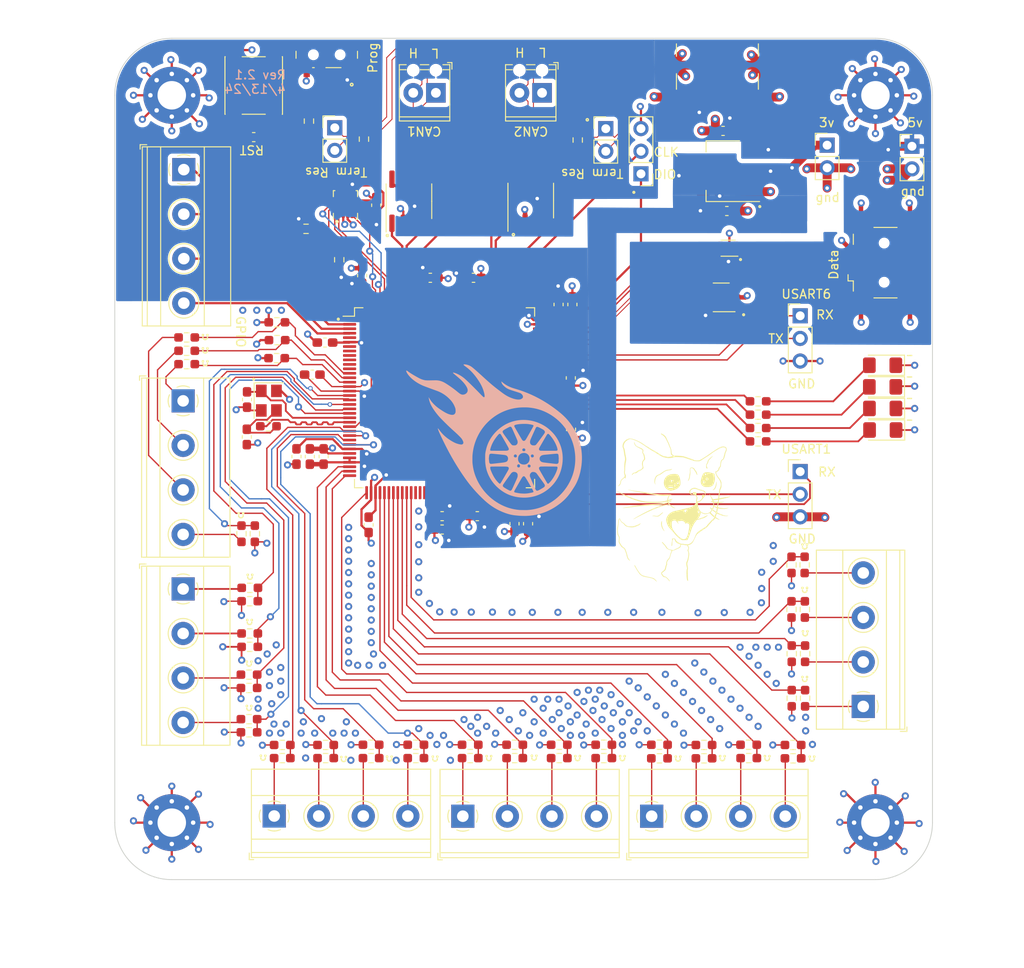
<source format=kicad_pcb>
(kicad_pcb (version 20221018) (generator pcbnew)
  (layers (0 "F.Cu" signal) (1 "In1.Cu" power) (2 "In2.Cu" power) (31 "B.Cu" signal) (34 "B.Paste" user) (35 "F.Paste" user) (36 "B.SilkS" user "B.Silkscreen") (37 "F.SilkS" user "F.Silkscreen") (38 "B.Mask" user) (39 "F.Mask" user) (44 "Edge.Cuts" user))
  (net 0 "")
  (net 1 "+3.3V")
  (net 2 "GND")
  (net 3 "Net-(D1-A)")
  (net 4 "Net-(D2-A)")
  (net 5 "Net-(D3-A)")
  (net 6 "Net-(D4-A)")
  (net 7 "Net-(J13-Pin_1)")
  (net 8 "Net-(J13-Pin_2)")
  (net 9 "+5V")
  (net 10 "HSE_IN")
  (net 11 "VCAP_1")
  (net 12 "VCAP_2")
  (net 13 "Net-(C31-Pad1)")
  (net 14 "NRST")
  (net 15 "Net-(J13-Pin_3)")
  (net 16 "Net-(J13-Pin_4)")
  (net 17 "Net-(J16-Pin_1)")
  (net 18 "Net-(J16-Pin_2)")
  (net 19 "/CAN2-")
  (net 20 "/CAN2+")
  (net 21 "/CAN1-")
  (net 22 "/CAN1+")
  (net 23 "SYS_JTMS_SWDIO")
  (net 24 "SYS_JTCK_SWCLK")
  (net 25 "/USB wiring/VBUS1")
  (net 27 "Net-(J16-Pin_3)")
  (net 28 "Net-(J16-Pin_4)")
  (net 29 "GPIO4")
  (net 30 "GPIO3")
  (net 31 "GPIO2")
  (net 32 "GPIO1")
  (net 33 "Net-(J17-Pin_1)")
  (net 34 "Net-(J17-Pin_2)")
  (net 35 "Net-(J8-Pin_1)")
  (net 36 "Net-(J8-Pin_2)")
  (net 37 "Net-(J8-Pin_3)")
  (net 38 "Net-(J8-Pin_4)")
  (net 39 "Net-(J9-Pin_1)")
  (net 40 "Net-(J9-Pin_2)")
  (net 41 "Net-(J9-Pin_3)")
  (net 42 "Net-(J9-Pin_4)")
  (net 43 "Net-(J17-Pin_3)")
  (net 44 "Net-(J17-Pin_4)")
  (net 45 "Net-(J18-Pin_1)")
  (net 46 "Net-(J18-Pin_2)")
  (net 47 "Net-(J18-Pin_3)")
  (net 48 "Net-(J18-Pin_4)")
  (net 49 "A9")
  (net 50 "A10")
  (net 51 "A11")
  (net 52 "A12")
  (net 53 "A13")
  (net 54 "A14")
  (net 55 "A15")
  (net 56 "A16")
  (net 57 "A5")
  (net 58 "A6")
  (net 59 "A7")
  (net 60 "A8")
  (net 61 "A17")
  (net 62 "A18")
  (net 63 "BOOT0")
  (net 64 "Net-(SW3-B)")
  (net 65 "HSE_OUT")
  (net 66 "A19")
  (net 67 "A4")
  (net 68 "A3")
  (net 69 "A2")
  (net 70 "A1")
  (net 71 "A20")
  (net 72 "A21")
  (net 73 "A22")
  (net 74 "A23")
  (net 75 "A24")
  (net 78 "unconnected-(U1-PB13-Pad74)")
  (net 79 "Net-(U1-PG3)")
  (net 80 "Net-(U1-PG4)")
  (net 81 "Net-(U1-PG5)")
  (net 85 "Net-(U1-PG6)")
  (net 121 "USART6_TX")
  (net 122 "USART6_RX")
  (net 124 "STMPS2151STR_FAULT")
  (net 125 "STMPS2151STR_EN")
  (net 126 "USART1_TX")
  (net 127 "USART1_RX")
  (net 128 "USB_DATA-")
  (net 129 "USB_DATA+")
  (net 133 "CAN1_RX")
  (net 134 "CAN1_TX")
  (net 148 "CAN2_RX")
  (net 149 "CAN2_TX")
  (net 150 "LSM6DSOX_SDO")
  (net 151 "LSM6DSOX_SCL")
  (net 152 "LSM6DSOX_SDA")
  (net 153 "LSM6DSOX_CS")
  (net 154 "LSM6DSOX_int1")
  (net 161 "Silent_Mode1")
  (net 162 "Silent_Mode2")
  (net 163 "USBData->ESD-")
  (net 164 "USBData->ESD+")
  (footprint "Resistor_SMD:R_0603_1608Metric_Pad0.98x0.95mm_HandSolder" (layer "F.Cu") (at 178.5 132.225 90)
    (fp_text reference "R41" hide)
    (fp_text value "10k")
  )
  (footprint "Resistor_SMD:R_0603_1608Metric_Pad0.98x0.95mm_HandSolder" (layer "F.Cu") (at 116.075 134.575)
    (fp_text reference "R8" hide)
    (fp_text value "10k")
  )
  (footprint "Capacitor_SMD:C_0603_1608Metric_Pad1.08x0.95mm_HandSolder" (layer "F.Cu") (at 124.45 105.075 90)
    (fp_text reference "C43" hide)
    (fp_text value "100n")
  )
  (footprint "Resistor_SMD:R_0603_1608Metric_Pad0.98x0.95mm_HandSolder" (layer "F.Cu") (at 177 132.225 -90)
    (fp_text reference "R51" hide)
    (fp_text value "20k")
  )
  (footprint "Resistor_SMD:R_0603_1608Metric_Pad0.98x0.95mm_HandSolder" (layer "F.Cu") (at 167.15 137.475 180)
    (fp_text reference "R48" hide)
    (fp_text value "20k")
  )
  (footprint "TerminalBlock_Phoenix:TerminalBlock_Phoenix_MKDS-1,5-4_1x04_P5.00mm_Horizontal" (layer "F.Cu") (at 108.675 98.825 -90)
    (fp_text reference "J13" hide)
    (fp_text value "AIN1")
  )
  (footprint "Capacitor_SMD:C_0603_1608Metric_Pad1.08x0.95mm_HandSolder" (layer "F.Cu") (at 136.425 85)
    (fp_text reference "C39" hide)
    (fp_text value "100n")
  )
  (footprint "Connector_USB:USB_Mini-B_Wuerth_65100516121_Horizontal" (layer "F.Cu") (at 187.375 83.3 90)
    (fp_text reference "J6" hide)
    (fp_text value "USB_OTG")
  )
  (footprint "MountingHole:MountingHole_3.2mm_M3_Pad_Via" (layer "F.Cu") (at 186.4 64.5)
    (fp_text reference "H4" hide)
    (fp_text value "MountingHole_Pad")
  )
  (footprint "Package_SO:SOIC-8_3.9x4.9mm_P1.27mm" (layer "F.Cu") (at 147.7 76.325 90)
    (fp_text reference "U4" hide)
    (fp_text value "TJA1051T")
  )
  (footprint "Resistor_SMD:R_0603_1608Metric_Pad0.98x0.95mm_HandSolder" (layer "F.Cu") (at 119.2 90 180)
    (fp_text reference "R33" hide)
    (fp_text value "20k")
  )
  (footprint "Resistor_SMD:R_0603_1608Metric_Pad0.98x0.95mm_HandSolder" (layer "F.Cu") (at 124.675 138.95)
    (fp_text reference "R10" hide)
    (fp_text value "10k")
  )
  (footprint "Capacitor_SMD:C_0603_1608Metric_Pad1.08x0.95mm_HandSolder" (layer "F.Cu") (at 141.7 111.775 180)
    (fp_text reference "C35" hide)
    (fp_text value "100n")
  )
  (footprint "Resistor_SMD:R_0603_1608Metric_Pad0.98x0.95mm_HandSolder" (layer "F.Cu") (at 177.15 137.475 180)
    (fp_text reference "R50" hide)
    (fp_text value "20k")
  )
  (footprint "Resistor_SMD:R_0603_1608Metric_Pad0.98x0.95mm_HandSolder" (layer "F.Cu") (at 116.15 121.325 180)
    (fp_text reference "R29" hide)
    (fp_text value "20k")
  )
  (footprint "Connector_PinHeader_2.54mm:PinHeader_1x02_P2.54mm_Vertical" (layer "F.Cu") (at 190.5 70.226)
    (fp_text reference "J12" hide)
    (fp_text value "5V power breakout")
  )
  (footprint "Resistor_SMD:R_0603_1608Metric_Pad0.98x0.95mm_HandSolder" (layer "F.Cu") (at 116.075 129.575)
    (fp_text reference "R7" hide)
    (fp_text value "10k")
  )
  (footprint "Resistor_SMD:R_0603_1608Metric_Pad0.98x0.95mm_HandSolder" (layer "F.Cu") (at 150.9 137.45 180)
    (fp_text reference "R23" hide)
    (fp_text value "20k")
  )
  (footprint "Capacitor_SMD:C_0603_1608Metric_Pad1.08x0.95mm_HandSolder" (layer "F.Cu") (at 150.825 88 -90)
    (fp_text reference "C37" hide)
    (fp_text value "100n")
  )
  (footprint "LED_SMD:LED_1206_3216Metric_Pad1.42x1.75mm_HandSolder" (layer "F.Cu") (at 187.2125 99.675 180)
    (fp_text reference "D2" hide)
    (fp_text value "LED2")
  )
  (footprint "TerminalBlock_Phoenix:TerminalBlock_Phoenix_MPT-0,5-2-2.54_1x02_P2.54mm_Horizontal" (layer "F.Cu") (at 137.05 64.225 180)
    (fp_text reference "J2" hide)
    (fp_text value "CAN2")
  )
  (footprint "Resistor_SMD:R_0603_1608Metric_Pad0.98x0.95mm_HandSolder" (layer "F.Cu") (at 122.475 79.5)
    (fp_text reference "R45" hide)
    (fp_text value "2k2")
  )
  (footprint "Resistor_SMD:R_0603_1608Metric_Pad0.98x0.95mm_HandSolder" (layer "F.Cu") (at 173.225 98.875 180)
    (fp_text reference "R58" hide)
    (fp_text value "100")
  )
  (footprint "Capacitor_SMD:C_0603_1608Metric_Pad1.08x0.95mm_HandSolder" (layer "F.Cu") (at 169.716 77.5)
    (fp_text reference "C32" hide)
    (fp_text value "22u")
  )
  (footprint "TerminalBlock_Phoenix:TerminalBlock_Phoenix_MKDS-1,5-4_1x04_P5.00mm_Horizontal" (layer "F.Cu") (at 108.75 72.85 -90)
    (fp_text reference "J7" hide)
    (fp_text value "GPIO1")
  )
  (footprint "TerminalBlock_Phoenix:TerminalBlock_Phoenix_MKDS-1,5-4_1x04_P5.00mm_Horizontal" (layer "F.Cu") (at 108.675 119.95 -90)
    (fp_text reference "J16" hide)
    (fp_text value "AIN2")
  )
  (footprint "MountingHole:MountingHole_3.2mm_M3_Pad_Via" (layer "F.Cu") (at 107.4 64.5)
    (fp_text reference "H1" hide)
    (fp_text value "MountingHole_Pad")
  )
  (footprint "Resistor_SMD:R_0603_1608Metric_Pad0.98x0.95mm_HandSolder" (layer "F.Cu") (at 129.775 137.45 180)
    (fp_text reference "R19" hide)
    (fp_text value "20k")
  )
  (footprint "Resistor_SMD:R_0603_1608Metric_Pad0.98x0.95mm_HandSolder" (layer "F.Cu") (at 155.9 138.95)
    (fp_text reference "R16" hide)
    (fp_text value "10k")
  )
  (footprint "MountingHole:MountingHole_3.2mm_M3_Pad_Via" (layer "F.Cu") (at 107.4 146.2)
    (fp_text reference "H2" hide)
    (fp_text value "MountingHole_Pad")
  )
  (footprint "TerminalBlock_Phoenix:TerminalBlock_Phoenix_MKDS-1,5-4_1x04_P5.00mm_Horizontal" (layer "F.Cu") (at 161.275 145.475)
    (fp_text reference "J9" hide)
    (fp_text value "AIN5")
  )
  (footprint "Resistor_SMD:R_0603_1608Metric_Pad0.98x0.95mm_HandSolder" (layer "F.Cu") (at 173.225 103.375 180)
    (fp_text reference "R55" hide)
    (fp_text value "100")
  )
  (footprint "Resistor_SMD:R_0603_1608Metric_Pad0.98x0.95mm_HandSolder" (layer "F.Cu") (at 134.8 137.45 180)
    (fp_text reference "R20" hide)
    (fp_text value "20k")
  )
  (footprint "Connector_PinHeader_2.54mm:PinHeader_1x02_P2.54mm_Vertical" (layer "F.Cu") (at 156.125 68.25)
    (fp_text reference "J3" hide)
    (fp_text value "Termination ")
  )
  (footprint "Connector_PinHeader_2.54mm:PinHeader_1x02_P2.54mm_Vertical" (layer "F.Cu") (at 180.975 70.104)
    (fp_text reference "J11" hide)
    (fp_text value "3.3V power breakout")
  )
  (footprint "Resistor_SMD:R_0603_1608Metric_Pad0.98x0.95mm_HandSolder" (layer "F.Cu") (at 173.225 100.375 180)
    (fp_text reference "R57" hide)
    (fp_text value "100")
  )
  (footprint "Capacitor_SMD:C_0603_1608Metric_Pad1.08x0.95mm_HandSolder" (layer "F.Cu") (at 115.85 98.675 -90)
    (fp_text reference "C27" hide)
    (fp_text value "9p")
  )
  (footprint "Button_Switch_SMD:SW_SPST_PTS645" (layer "F.Cu") (at 116.6 63.4 90)
    (fp_text reference "SW5" hide)
    (fp_text value "SW_Push")
  )
  (footprint "LED_SMD:LED_1206_3216Metric_Pad1.42x1.75mm_HandSolder" (layer "F.Cu") (at 187.2 97.25 180)
    (fp_text reference "D3" hide)
    (fp_text value "LED3")
  )
  (footprint "TerminalBlock_Phoenix:TerminalBlock_Phoenix_MKDS-1,5-4_1x04_P5.00mm_Horizontal" (layer "F.Cu") (at 118.9 145.455)
    (fp_text reference "J18" hide)
    (fp_text value "AIN4")
  )
  (footprint "Resistor_SMD:R_0603_1608Metric_Pad0.98x0.95mm_HandSolder" (layer "F.Cu") (at 119.175 94.025 180)
    (fp_text reference "R35" hide)
    (fp_text value "20k")
  )
  (footprint "Capacitor_SMD:C_0603_1608Metric_Pad1.08x0.95mm_HandSolder" (layer "F.Cu") (at 137.75 111.775 180)
    (fp_text reference "C34" hide)
    (fp_text value "100n")
  )
  (footprint "Resistor_SMD:R_0603_1608Metric_Pad0.98x0.95mm_HandSolder" (layer "F.Cu") (at 128.975 69.425 -90)
    (fp_text reference "R1" hide)
    (fp_text value "120")
  )
  (footprint "Capacitor_SMD:C_0603_1608Metric_Pad1.08x0.95mm_HandSolder" (layer "F.Cu") (at 115.825 102.875 -90)
    (fp_text reference "C31" hide)
    (fp_text value "9p")
  )
  (footprint "Capacitor_SMD:C_0603_1608Metric_Pad1.08x0.95mm_HandSolder" (layer "F.Cu") (at 123.175 95.875)
    (fp_text reference "C25" hide)
    (fp_text value "100n")
  )
  (footprint "Capacitor_SMD:C_0603_1608Metric_Pad1.08x0.95mm_HandSolder" (layer "F.Cu") (at 147.4 112.625 -90)
    (fp_text reference "C36" hide)
    (fp_text value "100n")
  )
  (footprint "Resistor_SMD:R_0603_1608Metric_Pad0.98x0.95mm_HandSolder" (layer "F.Cu") (at 155.9 137.45 180)
    (fp_text reference "R24" hide)
    (fp_text value "20k")
  )
  (footprint "LED_SMD:LED_1206_3216Metric_Pad1.42x1.75mm_HandSolder" (layer "F.Cu") (at 187.2 94.825 180)
    (fp_text reference "D4" hide)
    (fp_text value "LED4")
  )
  (footprint "TerminalBlock_Phoenix:TerminalBlock_Phoenix_MKDS-1,5-4_1x04_P5.00mm_Horizontal" (layer "F.Cu") (at 185.03 133.15 90)
    (fp_text reference "J8" hide)
    (fp_text value "AIN4")
  )
  (footprint "Resistor_SMD:R_0603_1608Metric_Pad0.98x0.95mm_HandSolder" (layer "F.Cu") (at 119.225 92 180)
    (fp_text reference "R34" hide)
    (fp_text value "20k")
  )
  (footprint "Connector_PinHeader_2.54mm:PinHeader_1x02_P2.54mm_Vertical" (layer "F.Cu") (at 125.7 68.15)
    (fp_text reference "J1" hide)
    (fp_text value "Termination ")
  )
  (footprint "Resistor_SMD:R_0603_1608Metric_Pad0.98x0.95mm_HandSolder" (layer "F.Cu") (at 116.075 131.075 180)
    (fp_text reference "R31" hide)
    (fp_text value "20k")
  )
  (footprint "Resistor_SMD:R_0603_1608Metric_Pad0.98x0.95mm_HandSolder" (layer "F.Cu") (at 129.775 138.95)
    (fp_text reference "R11" hide)
    (fp_text value "10k")
  )
  (footprint "Resistor_SMD:R_0603_1608Metric_Pad0.98x0.95mm_HandSolder" (layer "F.Cu") (at 152.975 69.525 -90)
    (fp_text reference "R2" hide)
    (fp_text value "120")
  )
  (footprint "Resistor_SMD:R_0603_1608Metric_Pad0.98x0.95mm_HandSolder" (layer "F.Cu") (at 177.15 138.975)
    (fp_text reference "R40" hide)
    (fp_text value "10k")
  )
  (footprint "Connector_PinHeader_2.54mm:PinHeader_1x03_P2.54mm_Vertical" (layer "F.Cu") (at 177.95 89.27)
    (fp_text reference "J15" hide)
    (fp_text value "USART6")
  )
  (footprint "Resistor_SMD:R_0603_1608Metric_Pad0.98x0.95mm_HandSolder" (layer "F.Cu") (at 150.9 138.95)
    (fp_text reference "R15" hide)
    (fp_text value "10k")
  )
  (footprint "Connector_PinHeader_2.54mm:PinHeader_1x03_P2.54mm_Vertical" (layer "F.Cu") (at 160.075 73.325 180)
    (fp_text reference "J5" hide)
    (fp_text value "SWD")
  )
  (footprint "Package_TO_SOT_SMD:SOT-666" (layer "F.Cu") (at 169.86 81.675 180)
    (fp_text reference "U10" hide)
    (fp_text value "USBLC6-2P6(ESD protection)")
  )
  (footprint "Capacitor_SMD:C_0603_1608Metric_Pad1.08x0.95mm_HandSolder" (layer "F.Cu") (at 141.275 85)
    (fp_text reference "C38" hide)
    (fp_text value "100n")
  )
  (footprint "Resistor_SMD:R_0603_1608Metric_Pad0.98x0.95mm_HandSolder" (layer "F.Cu") (at 176.975 122.25 -90)
    (fp_text reference "R53" hide)
    (fp_text value "20k")
  )
  (footprint "Resistor_SMD:R_0603_1608Metric_Pad0.98x0.95mm_HandSolder" (layer "F.Cu") (at 116.725 113.75 -90)
    (fp_text reference "R36" hide)
    (fp_text value "20k")
  )
  (footprint "Resistor_SMD:R_0603_1608Metric_Pad0.98x0.95mm_HandSolder" (layer "F.Cu") (at 145.9 137.45 180)
    (fp_text reference "R22" hide)
    (fp_text value "20k")
  )
  (footprint "TerminalBlock_Phoenix:TerminalBlock_Phoenix_MKDS-1,5-4_1x04_P5.00mm_Horizontal" (layer "F.Cu") (at 140.075 145.475)
    (fp_text reference "J17" hide)
    (fp_text value "AIN3")
  )
  (footprint "Capacitor_SMD:C_0603_1608Metric_Pad1.08x0.95mm_HandSolder" (layer "F.Cu") (at 124.6 92.275 180)
    (fp_text reference "C41" hide)
    (fp_text value "100n")
  )
  (footprint "Resistor_SMD:R_0603_1608Metric_Pad0.98x0.95mm_HandSolder" (layer "F.Cu") (at 178.5 127.225 90)
    (fp_text reference "R42" hide)
    (fp_text value "10k")
  )
  (footprint "Resistor_SMD:R_0603_1608Metric_Pad0.98x0.95mm_HandSolder" (layer "F.Cu") (at 178.45 117.25 90)
    (fp_text reference "R44" hide)
    (fp_text value "10k")
  )
  (footprint "Package_TO_SOT_SMD:SOT-23-5_HandSoldering" (layer "F.Cu") (at 169.085 87.2 180)
    (fp_text reference "U9" hide)
    (fp_text value "STMPS2151STR(Current protection)")
  )
  (footprint "Package_QFP:LQFP-144_20x20mm_P0.5mm" (layer "F.Cu") (at 138.025 98.475)
    (fp_text reference "U1" hide)
    (fp_text value "STM32F429ZITx")
  )
  (footprint "Resistor_SMD:R_0603_1608Metric_Pad0.98x0.95mm_HandSolder" (layer "F.Cu") (at 177 127.225 -90)
    (fp_text reference "R52" hide)
    (fp_text value "20k")
  )
  (footprint "TerminalBlock_Phoenix:TerminalBlock_Phoenix_MPT-0,5-2-2.54_1x02_P2.54mm_Horizontal" (layer "F.Cu") (at 148.97 64.225 180)
    (fp_text reference "J4" hide)
    (fp_text value "CAN1")
  )
  (footprint "LED_SMD:LED_1206_3216Metric_Pad1.42x1.75mm_HandSolder" (layer "F.Cu") (at 187.225 102.1 180)
    (fp_text reference "D1" hide)
    (fp_text value "LED1")
  )
  (footprint "Capacitor_SMD:C_0603_1608Metric_Pad1.08x0.95mm_HandSolder" (layer "F.Cu") (at 128.775 84.75 90)
    (fp_text reference "C40" hide)
    (fp_text value "100n")
  )
  (footprint "Resistor_SMD:R_0603_1608Metric_Pad0.98x0.95mm_HandSolder" (layer "F.Cu") (at 172.1625 137.45 180)
    (fp_text reference "R49" hide)
    (fp_text value "20k")
  )
  (footprint "Capacitor_SMD:C_0603_1608Metric_Pad1.08x0.95mm_HandSolder" (layer "F.Cu") (at 116.6 69.2 180)
    (fp_text reference "C45" hide)
    (fp_text value "100n")
  )
  (footprint "Resistor_SMD:R_0603_1608Metric_Pad0.98x0.95mm_HandSolder" (layer "F.Cu") (at 116.075 136.05 180)
    (fp_text reference "R32" hide)
    (fp_text value "20k")
  )
  (footprint "Resistor_SMD:R_0603_1608Metric_Pad0.98x0.95mm_HandSolder" (layer "F.Cu") (at 118.25 101.675)
    (fp_text reference "R4" hide)
    (fp_text value "0")
  )
  (footprint "Resistor_SMD:R_0603_1608Metric_Pad0.98x0.95mm_HandSolder" (layer "F.Cu") (at 124.675 137.475 180)
    (fp_text reference "R18" hide)
    (fp_text value "20k")
  )
  (footprint "Capacitor_SMD:C_0603_1608Metric_Pad1.08x0.95mm_HandSolder" (layer "F.Cu") (at 152.2 96.25 -90)
    (fp_text reference "C23" hide)
    (fp_text value "100n")
  )
  (footprint "LOGO" (layer "F.Cu") (at 163.576 110.998)
    (fp_text reference "G***" hide)
    (fp_text value "LOGO" hide)
  )
  (footprint "Resistor_SMD:R_0603_1608Metric_Pad0.98x0.95mm_HandSolder" (layer "F.Cu") (at 119.8 138.95)
    (fp_text reference "R9" hide)
    (fp_text value "10k")
  )
  (footprint "Capacitor_SMD:C_0603_1608Metric_Pad1.08x0.95mm_HandSolder" (layer "F.Cu") (at 169.291 68.5 180)
    (fp_text reference "C26" hide)
    (fp_text value "10u")
  )
  (footprint "Resistor_SMD:R_0603_1608Metric_Pad0.98x0.95mm_HandSolder" (layer "F.Cu") (at 145.9 138.95)
    (fp_text reference "R14" hide)
    (fp_text value "10k")
  )
  (footprint "Resistor_SMD:R_0603_1608Metric_Pad0.98x0.95mm_HandSolder" (layer "F.Cu") (at 109.075 91.7)
    (fp_text reference "R25" hide)
    (fp_text value "10k")
  )
  (footprint "Resistor_SMD:R_0603_1608Metric_Pad0.98x0.95mm_HandSolder" (layer "F.Cu") (at 178.475 122.25 90)
    (fp_text reference "R43" hide)
    (fp_text value "10k")
  )
  (footprint "Capacitor_SMD:C_0603_1608Metric_Pad1.08x0.95mm_HandSolder" (layer "F.Cu") (at 129.5 112.75 -90)
    (fp_text reference "C33" hide)
    (fp_text value "100n")
  )
  (footprint "Crystal:Crystal_SMD_3225-4Pin_3.2x2.5mm" (layer "F.Cu") (at 118.3 98.8 -90)
    (fp_text reference "Y2" hide)
    (fp_text value "16MHz")
  )
  (footprint "Package_LGA:LGA-14_3x2.5mm_P0.5mm_LayoutBorder3x4y" (layer "F.Cu") (at 126.9 76.82 90)
    (fp_text reference "U5" hide)
    (fp_text value "~")
  )
  (footprint "Capacitor_SMD:C_0603_1608Metric_Pad1.08x0.95mm_HandSolder" (layer "F.Cu") (at 152.375 88 90)
    (fp_text reference "C30" hide)
    (fp_text value "2.2u")
  )
  (footprint "Resistor_SMD:R_0603_1608Metric_Pad0.98x0.95mm_HandSolder" (layer "F.Cu") (at 115.225 113.75 90)
    (fp_text reference "R28" hide)
    (fp_text value "10k")
  )
  (footprint "Resistor_SMD:R_0603_1608Metric_Pad0.98x0.95mm_HandSolder" (layer "F.Cu") (at 122.8 67.4 90)
    (fp_text reference "R3" hide)
    (fp_text value "10k")
  )
  (footprint "Resistor_SMD:R_0603_1608Metric_Pad0.98x0.95mm_HandSolder" (layer "F.Cu") (at 134.8 138.95)
    (fp_text reference "R12" hide)
    (fp_text value "10k")
  )
  (footprint "Capacitor_SMD:C_0603_1608Metric_Pad1.08x0.95mm_HandSolder" (layer "F.Cu") (at 130.35 76.85 90)
    (fp_text reference "C1" hide)
    (fp_text value "100n")
  )
  (footprint "Connector_USB:USB_C_Receptacle_GCT_USB4135-GF-A_6P_TopMnt_Horizontal" (layer "F.Cu") (at 168.656 61.722 180)
    (fp_text reference "J14" hide)
    (fp_text value "USB C PWR")
  )
  (footprint "Resistor_SMD:R_0603_1608Metric_Pad0.98x0.95mm_HandSolder" (layer "F.Cu") (at 109.075 94.7)
    (fp_text reference "R27" hide)
    (fp_text value "10k")
  )
  (footprint "MountingHole:MountingHole_3.2mm_M3_Pad_Via" (layer "F.Cu") (at 186.4 146.2)
    (fp_text reference "H3" hide)
    (fp_text value "MountingHole_Pad")
  )
  (footprint "Resistor_SMD:R_0603_1608Metric_Pad0.98x0.95mm_HandSolder" (layer "F.Cu") (at 162.15 138.975)
    (fp_text reference "R37" hide)
    (fp_text value "10k")
  )
  (footprint "Resistor_SMD:R_0603_1608Metric_Pad0.98x0.95mm_HandSolder" (layer "F.Cu") (at 140.9 138.95)
    (fp_text reference "R13" hide)
    (fp_text value "10k")
  )
  (footprint "Resistor_SMD:R_0603_1608Metric_Pad0.98x0.95mm_HandSolder" (layer "F.Cu") (at 116.15 124.95)
    (fp_text reference "R6" hide)
    (fp_text value "10k")
  )
  (footprint "Capacitor_SMD:C_0603_1608Metric_Pad1.08x0.95mm_HandSolder" (layer "F.Cu") (at 122.9 105.075 90)
    (fp_text reference "C44" hide)
    (fp_text value "1u")
  )
  (footprint "Capacitor_SMD:C_0603_1608Metric_Pad1.08x0.95mm_HandSolder" (layer "F.Cu") (at 137.75 113.275 180)
    (fp_text reference "C42" hide)
    (fp_text value "4.7u")
  )
  (footprint "Resistor_SMD:R_0603_1608Metric_Pad0.98x0.95mm_HandSolder" (layer "F.Cu") (at 116.1625 119.825)
    (fp_text reference "R5" hide)
    (fp_text value "10k")
  )
  (footprint "Resistor_SMD:R_0603_1608Metric_Pad0.98x0.95mm_HandSolder" (layer "F.Cu") (at 176.975 117.25 -90)
    (fp_text reference "R54" hide)
    (fp_text value "20k")
  )
  (footprint "Resistor_SMD:R_0603_1608Metric_Pad0.98x0.95mm_HandSolder" (layer "F.Cu") (at 109.075 93.2)
    (fp_text reference "R26" hide)
    (fp_text value "10k")
  )
  (footprint "Resistor_SMD:R_0603_1608Metric_Pad0.98x0.95mm_HandSolder" (layer "F.Cu") (at 173.225 101.875 180)
    (fp_text reference "R56" hide)
    (fp_text value "100")
  )
  (footprint "Package_SO:SOIC-8_3.9x4.9mm_P1.27mm" (layer "F.Cu") (at 134.025 76.4 90)
    (fp_text reference "U2" hide)
    (fp_text value "TJA1051T")
  )
  (footprint "Resistor_SMD:R_0603_1608Metric_Pad0.98x0.95mm_HandSolder" (layer "F.Cu") (at 119.8 137.475 180)
    (fp_text reference "R17" hide)
    (fp_text value "20k")
  )
  (footprint "Resistor_SMD:R_0603_1608Metric_Pad0.98x0.95mm_HandSolder" (layer "F.Cu") (at 116.15 126.45 180)
    (fp_text reference "R30" hide)
    (fp_text value "20k")
  )
  (footprint "Button_Switch_SMD:SW_SPDT_PCM12" (layer "F.Cu") (at 124.8 60.275 180)
    (fp_text reference "SW3" hide)
    (fp_text value "SW_SPDT")
  )
  (footprint "Connector_PinHeader_2.54mm:PinHeader_1x03_P2.54mm_Vertical" (layer "F.Cu") (at 177.95 106.77)
    (fp_text reference "J10" hide)
    (fp_text value "USART1")
  )
  (footprint "Capacitor_SMD:C_0603_1608Metric_Pad1.08x0.95mm_HandSolder" (layer "F.Cu") (at 121.4 105.075 -90)
    (fp_text reference "C28" hide)
    (fp_text value "100n")
  )
  (footprint "Resistor_SMD:R_0603_1608Metric_Pad0.98x0.95mm_HandSolder" (layer "F.Cu") (at 162.15 137.45 180)
    (fp_text reference "R47" hide)
    (fp_text value "20k")
  )
  (footprint "Resistor_SMD:R_0603_1608Metric_Pad0.98x0.95mm_HandSolder" (layer "F.Cu") (at 167.15 138.975)
    (fp_text reference "R38" hide)
    (fp_text value "10k")
  )
  (footprint "Resistor_SMD:R_0603_1608Metric_Pad0.98x0.95mm_HandSolder" (layer "F.Cu") (at 172.175 138.95)
    (fp_text reference "R39" hide)
    (fp_text value "10k")
  )
  (footprint "Capacitor_SMD:C_0603_1608Metric_Pad1.08x0.95mm_HandSolder" (layer "F.Cu") (at 152.225 102.025 -90)
    (fp_text reference "C24" hide)
    (fp_text value "100n")
  )
  (footprint "Capacitor_SMD:C_0603_1608Metric_Pad1.08x0.95mm_HandSolder" (layer "F.Cu") (at 145.875 112.625 -90)
    (fp_text reference "C29" hide)
    (fp_text value "2.2u")
  )
  (footprint "Resistor_SMD:R_0603_1608Metric_Pad0.98x0.95mm_HandSolder" (layer "F.Cu") (at 140.9 137.45 180)
    (fp_text reference "R21" hide)
    (fp_text value "20k")
  )
  (footprint "Resistor_SMD:R_0603_1608Metric_Pad0.98x0.95mm_HandSolder" (layer "F.Cu") (at 126.2 82.975 90)
    (fp_text reference "R46" hide)
    (fp_text value "2k2")
  )
  (footprint "Package_TO_SOT_SMD:SOT-223-3_TabPin2" (layer "F.Cu") (at 169.291 73.025 180)
    (fp_text reference "U3" hide)
    (fp_text value "AMS1117-3.3")
  )
  (footprint "LOGO" (layer "B.Cu") (at 143.55 103.25 180)
    (fp_text reference "G***" hide)
    (fp_text value "LOGO" hide)
  )
  (gr_circle (center 111.4044 92.927417) (end 111.4044 92.927417) (stroke (width 0.15)) (fill none) (layer "F.SilkS"))
  (gr_arc (start 111.4044 91.694) (mid 111.1504 91.948) (end 110.8964 91.694) (stroke (width 0.15)) (layer "F.SilkS"))
  (gr_circle (center 145.75 80.15) (end 145.8 80.15) (stroke (width 0.15)) (fill none) (layer "F.SilkS"))
  (gr_circle (center 178.7652 124.714) (end 178.7652 124.714) (stroke (width 0.15)) (fill none) (layer "F.SilkS"))
  (gr_circle (center 114.9096 111.4552) (end 114.9096 111.4552) (stroke (width 0.15)) (fill none) (layer "F.SilkS"))
  (gr_circle (center 178.2064 129.8448) (end 178.2064 129.8448) (stroke (width 0.15)) (fill none) (layer "F.SilkS"))
  (gr_circle (center 115.8748 123.444) (end 115.8748 123.444) (stroke (width 0.15)) (fill none) (layer "F.SilkS"))
  (gr_circle (center 131.572 138.7856) (end 131.572 138.7856) (stroke (width 0.15)) (fill none) (layer "F.SilkS"))
  (gr_arc (start 169.4688 138.9888) (mid 169.2148 139.2428) (end 168.9608 138.9888) (stroke (width 0.15)) (layer "F.SilkS"))
  (gr_arc (start 132.08 139.0396) (mid 131.826 139.2936) (end 131.572 139.0396) (stroke (width 0.15)) (layer "F.SilkS"))
  (gr_circle (center 148.336 138.684) (end 148.336 138.684) (stroke (width 0.15)) (fill none) (layer "F.SilkS"))
  (gr_arc (start 117.9068 138.938) (mid 117.6528 139.192) (end 117.3988 138.938) (stroke (width 0.15)) (layer "F.SilkS"))
  (gr_circle (center 116.332 133.096) (end 116.332 133.096) (stroke (width 0.15)) (fill none) (layer "F.SilkS"))
  (gr_arc (start 111.4044 94.6404) (mid 111.1504 94.8944) (end 110.8964 94.6404) (stroke (width 0.15)) (layer "F.SilkS"))
  (gr_circle (center 110.8964 92.927417) (end 110.8964 92.927417) (stroke (width 0.15)) (fill none) (layer "F.SilkS"))
  (gr_circle (center 137.2108 138.7856) (end 137.2108 138.7856) (stroke (width 0.15)) (fill none) (layer "F.SilkS"))
  (gr_circle (center 171.6 89.15) (end 171.6 89.25) (stroke (width 0.15)) (fill none) (layer "F.SilkS"))
  (gr_arc (start 153.2128 138.9888) (mid 152.9588 139.2428) (end 152.7048 138.9888) (stroke (width 0.15)) (layer "F.SilkS"))
  (gr_circle (center 178.7144 119.8372) (end 178.7144 119.8372) (stroke (width 0.15)) (fill none) (layer "F.SilkS"))
  (gr_circle (center 132.08 138.7856) (end 132.08 138.7856) (stroke (width 0.15)) (fill none) (layer "F.SilkS"))
  (gr_arc (start 111.415583 93.181417) (mid 111.1504 93.4466) (end 110.885217 93.181417) (stroke (width 0.15)) (layer "F.SilkS"))
  (gr_arc (start 178.7144 120.0912) (mid 178.4604 120.3452) (end 178.2064 120.0912) (stroke (width 0.15)) (layer "F.SilkS"))
  (gr_arc (start 178.7144 115.2144) (mid 178.4604 115.4684) (end 178.2064 115.2144) (stroke (width 0.15)) (layer "F.SilkS"))
  (gr_circle (center 115.4176 111.4552) (end 115.4176 111.4552) (stroke (width 0.15)) (fill none) (layer "F.SilkS"))
  (gr_circle (center 116.6 96.4) (end 116.6 96.5) (stroke (width 0.15)) (fill none) (layer "F.SilkS"))
  (gr_circle (center 168.9608 138.7348) (end 168.9608 138.7348) (stroke (width 0.15)) (fill none) (layer "F.SilkS"))
  (gr_line (start 189.992 98.552) (end 190.4492 98.552) (stroke (width 0.15)) (layer "F.SilkS"))
  (gr_circle (center 154.05 67.25) (end 154 67.25) (stroke (width 0.15)) (fill none) (layer "F.SilkS"))
  (gr_circle (center 125.95 78.7) (end 125.95 78.75) (stroke (width 0.15)) (fill none) (layer "F.SilkS"))
  (gr_arc (start 115.4176 111.7092) (mid 115.1636 111.9632) (end 114.9096 111.7092) (stroke (width 0.15)) (layer "F.SilkS"))
  (gr_circle (center 169.4688 138.7348) (end 169.4688 138.7348) (stroke (width 0.15)) (fill none) (layer "F.SilkS"))
  (gr_arc (start 116.4336 118.618) (mid 116.1796 118.872) (end 115.9256 118.618) (stroke (width 0.15)) (layer "F.SilkS"))
  (gr_circle (center 116.332 128.1176) (end 116.332 128.1176) (stroke (width 0.15)) (fill none) (layer "F.SilkS"))
  (gr_circle (center 126.095544 89.644427) (end 126.095544 89.744427) (stroke (width 0.15)) (fill none) (layer "F.SilkS"))
  (gr_circle (center 131.6 80.25) (end 131.65 80.25) (stroke (width 0.15)) (fill none) (layer "F.SilkS"))
  (gr_circle (center 179.0192 138.7856) (end 179.0192 138.7856) (stroke (width 0.15)) (fill none) (layer "F.SilkS"))
  (gr_circle (center 115.9256 118.364) (end 115.9256 118.364) (stroke (width 0.15)) (fill none) (layer "F.SilkS"))
  (gr_circle (center 115.824 128.1176) (end 115.824 128.1176) (stroke (width 0.15)) (fill none) (layer "F.SilkS"))
  (gr_circle (center 173.99 138.7348) (end 173.99 138.7348) (stroke (width 0.15)) (fill none) (layer "F.SilkS"))
  (gr_circle (center 178.2064 119.8372) (end 178.2064 119.8372) (stroke (width 0.15)) (fill none) (layer "F.SilkS"))
  (gr_arc (start 137.2108 139.0396) (mid 136.9568 139.2936) (end 136.7028 139.0396) (stroke (width 0.15)) (layer "F.SilkS"))
  (gr_circle (center 178.2572 124.714) (end 178.2572 124.714) (stroke (width 0.15)) (fill none) (layer "F.SilkS"))
  (gr_circle (center 173.416 77) (end 173.416 77.1) (stroke (width 0.15)) (fill none) (layer "F.SilkS"))
  (gr_circle (center 171.25 82.95) (end 171.25 83.05) (stroke (width 0.15)) (fill none) (layer "F.SilkS"))
  (gr_arc (start 164.4904 139.0396) (mid 164.2364 139.2936) (end 163.9824 139.0396) (stroke (width 0.15)) (layer "F.SilkS"))
  (gr_line (start 189.9793 96.139) (end 190.4619 96.139) (stroke (width 0.15)) (layer "F.SilkS"))
  (gr_arc (start 116.332 128.3716) (mid 116.078 128.6256) (end 115.824 128.3716) (stroke (width 0.15)) (layer "F.SilkS"))
  (gr_arc (start 158.242 138.9888) (mid 157.988 139.2428) (end 157.734 138.9888) (stroke (width 0.15)) (layer "F.SilkS"))
  (gr_circle (center 136.7028 138.7856) (end 136.7028 138.7856) (stroke (width 0.15)) (fill none) (layer "F.SilkS"))
  (gr_arc (start 126.9492 139.0904) (mid 126.6952 139.3444) (end 126.4412 139.0904) (stroke (width 0.15)) (layer "F.SilkS"))
  (gr_circle (center 116.3828 123.444) (end 116.3828 123.444) (stroke (width 0.15)) (fill none) (layer "F.SilkS"))
  (gr_circle (center 116.4336 118.364) (end 116.4336 118.364) (stroke (width 0.15)) (fill none) (layer "F.SilkS"))
  (gr_circle (center 110.8964 91.44) (end 110.8964 91.44) (stroke (width 0.15)) (fill none) (layer "F.SilkS"))
  (gr_circle (center 159.275 75.4) (end 159.375 75.4) (stroke (width 0.15)) (fill none) (layer "F.SilkS"))
  (gr_circle (center 142.748 138.7348) (end 142.748 138.7348) (stroke (width 0.15)) (fill none) (layer "F.SilkS"))
  (gr_circle (center 178.7144 129.8448) (end 178.7144 129.8448) (stroke (width 0.15)) (fill none) (layer "F.SilkS"))
  (gr_circle (center 143.256 138.7348) (end 143.256 138.7348) (stroke (width 0.15)) (fill none) (layer "F.SilkS"))
  (gr_circle (center 117.3988 138.684) (end 117.3988 138.684) (stroke (width 0.15)) (fill none) (layer "F.SilkS"))
  (gr_line (start 189.9793 100.9904) (end 190.4619 100.9904) (stroke (width 0.15)) (layer "F.SilkS"))
  (gr_circle (center 147.828 138.684) (end 147.828 138.684) (stroke (width 0.15)) (fill none) (layer "F.SilkS"))
  (gr_circle (center 157.734 138.7348) (end 157.734 138.7348) (stroke (width 0.15)) (fill none) (layer "F.SilkS"))
  (gr_circle (center 152.7048 138.7348) (end 152.7048 138.7348) (stroke (width 0.15)) (fill none) (layer "F.SilkS"))
  (gr_arc (start 116.332 133.35) (mid 116.078 133.604) (end 115.824 133.35) (stroke (width 0.15)) (layer "F.SilkS"))
  (gr_circle (center 126.4412 138.8364) (end 126.4412 138.8364) (stroke (width 0.15)) (fill none) (layer "F.SilkS"))
  (gr_circle (center 179.5272 138.7856) (end 179.5272 138.7856) (stroke (width 0.15)) (fill none) (layer "F.SilkS"))
  (gr_circle (center 174.498 138.7348) (end 174.498 138.7348) (stroke (width 0.15)) (fill none) (layer "F.SilkS"))
  (gr_circle (center 178.7144 114.9604) (end 178.7144 114.9604) (stroke (width 0.15)) (fill none) (layer "F.SilkS"))
  (gr_circle (center 111.4044 94.3864) (end 111.4044 94.3864) (stroke (width 0.15)) (fill none) (layer "F.SilkS"))
  (gr_arc (start 179.5272 139.0396) (mid 179.2732 139.2936) (end 179.0192 139.0396) (stroke (width 0.15)) (layer "F.SilkS"))
  (gr_circle (center 158.242 138.7348) (end 158.242 138.7348) (stroke (width 0.15)) (fill none) (layer "F.SilkS"))
  (gr_arc (start 116.3828 123.698) (mid 116.1288 123.952) (end 115.8748 123.698) (stroke (width 0.15)) (layer "F.SilkS"))
  (gr_arc (start 174.498 138.9888) (mid 174.244 139.2428) (end 173.99 138.9888) (stroke (width 0.15)) (layer "F.SilkS"))
  (gr_arc (start 178.7652 124.968) (mid 178.5112 125.222) (end 178.2572 124.968) (stroke (width 0.15)) (layer "F.SilkS"))
  (gr_arc (start 178.7144 130.0988) (mid 178.4604 130.3528) (end 178.2064 130.0988) (stroke (width 0.15)) (layer "F.SilkS"))
  (gr_circle (center 115.824 133.096) (end 115.824 133.096) (stroke (width 0.15)) (fill none) (layer "F.SilkS"))
  (gr_circle (center 126.9492 138.8364) (end 126.9492 138.8364) (stroke (width 0.15)) (fill none) (layer "F.SilkS"))
  (gr_circle (center 127.6 63.3) (end 127.65 63.35) (stroke (width 0.15)) (fill none) (layer "F.SilkS"))
  (gr_circle (center 164.4904 138.7856) (end 164.4904 138.7856) (stroke (width 0.15)) (fill none) (layer "F.SilkS"))
  (gr_line (start 189.992 93.726) (end 190.4746 93.726) (stroke (width 0.15)) (layer "F.SilkS"))
  (gr_arc (start 143.256 138.9888) (mid 143.002 139.2428) (end 142.748 138.9888) (stroke (width 0.15)) (layer "F.SilkS"))
  (gr_circle (center 110.8964 94.3864) (end 110.8964 94.3864) (stroke (width 0.15)) (fill none) (layer "F.SilkS"))
  (gr_circle (center 178.2064 114.9604) (end 178.2064 114.9604) (stroke (width 0.15)) (fill none) (layer "F.SilkS"))
  (gr_circle (center 111.4044 91.44) (end 111.4044 91.44) (stroke (width 0.15)) (fill none) (layer "F.SilkS"))
  (gr_arc (start 148.336 138.938) (mid 148.082 139.192) (end 147.828 138.938) (stroke (width 0.15)) (layer "F.SilkS"))
  (gr_circle (center 163.9824 138.7856) (end 163.9824 138.7856) (stroke (width 0.15)) (fill none) (layer "F.SilkS"))
  (gr_circle (center 117.9068 138.684) (end 117.9068 138.684) (stroke (width 0.15)) (fill none) (layer "F.SilkS"))
  (gr_circle (center 153.2128 138.7348) (end 153.2128 138.7348) (stroke (width 0.15)) (fill none) (layer "F.SilkS"))
  (gr_arc (start 192.8 146.2) (mid 190.925483 150.725483) (end 186.4 152.6) (stroke (width 0.1)) (layer "Edge.Cuts"))
  (gr_line (start 101 64.5) (end 101 146.2) (stroke (width 0.1)) (layer "Edge.Cuts"))
  (gr_arc (start 107.4 152.6) (mid 102.874517 150.725483) (end 101 146.2) (stroke (width 0.1)) (layer "Edge.Cuts"))
  (gr_arc (start 186.4 58.1) (mid 190.925483 59.974517) (end 192.8 64.5) (stroke (width 0.1)) (layer "Edge.Cuts"))
  (gr_arc (start 101 64.5) (mid 102.874517 59.974517) (end 107.4 58.1) (stroke (width 0.1)) (layer "Edge.Cuts"))
  (gr_line (start 192.8 146.2) (end 192.8 64.5) (stroke (width 0.1)) (layer "Edge.Cuts"))
  (gr_line (start 107.4 152.6) (end 186.4 152.6) (stroke (width 0.1)) (layer "Edge.Cuts"))
  (gr_line (start 186.4 58.1) (end 107.4 58.1) (stroke (width 0.1)) (layer "Edge.Cuts"))
  (gr_text "Rev 2.1\n4/13/24" (at 120.3 64.4) (layer "B.SilkS") (effects (font (size 1 1)) (justify left bottom mirror)))
  (gr_text "Data\n" (at 182.3 85.3 90) (layer "F.SilkS") (effects (font (size 1 1)) (justify left bottom)))
  (gr_text "L\n" (at 137.5 59.2 180) (layer "F.SilkS") (effects (font (size 1 1)) (justify left bottom)))
  (gr_text "USART1\n" (at 175.75 104.825) (layer "F.SilkS") (effects (font (size 1 1)) (justify left bottom)))
  (gr_text "Prog" (at 130.55 62.1 90) (layer "F.SilkS") (effects (font (size 1 1)) (justify left bottom)))
  (gr_text "RX\n" (at 179.875 107.4) (layer "F.SilkS") (effects (font (size 1 1)) (justify left bottom)))
  (gr_text "3v\n" (at 179.975 68.154) (layer "F.SilkS") (effects (font (size 1 1)) (justify left bottom)))
  (gr_text "GND\n" (at 176.55 114.925) (layer "F.SilkS") (effects (font (size 1 1)) (justify left bottom)))
  (gr_text "5v\n" (at 189.9 68.159) (layer "F.SilkS") (effects (font (size 1 1)) (justify left bottom)))
  (gr_text "gnd\n" (at 189.15 75.859) (layer "F.SilkS") (effects (font (size 1 1)) (justify left bottom)))
  (gr_text "Term Res" (at 129.45 72.55 180) (layer "F.SilkS") (effects (font (size 1 1)) (justify left bottom)))
  (gr_text "L\n" (at 149.55 59.1 180) (layer "F.SilkS") (effects (font (size 1 1)) (justify left bottom)))
  (gr_text "Term Res" (at 158.2 72.7 180) (layer "F.SilkS") (effects (font (size 1 1)) (justify left bottom)))
  (gr_text "H\n" (at 145.85 60.35) (layer "F.SilkS") (effects (font (size 1 1)) (justify left bottom)))
  (gr_text "H\n" (at 133.9 60.4) (layer "F.SilkS") (effects (font (size 1 1)) (justify left bottom)))
  (gr_text "gnd\n" (at 179.575 76.554) (layer "F.SilkS") (effects (font (size 1 1)) (justify left bottom)))
  (gr_text "USART6" (at 175.75 87.425) (layer "F.SilkS") (effects (font (size 1 1)) (justify left bottom)))
  (gr_text "CAN1" (at 137.75 67.95 180) (layer "F.SilkS") (effects (font (size 1 1)) (justify left bottom)))
  (gr_text "GND" (at 176.5 97.5) (layer "F.SilkS") (effects (font (size 1 1)) (justify left bottom)))
  (gr_text "CLK" (at 161.4 71.475) (layer "F.SilkS") (effects (font (size 1 1)) (justify left bottom)))
  (gr_text "GPIO" (at 114.55 89.2 -90) (layer "F.SilkS") (effects (font (size 1 1)) (justify left bottom)))
  (gr_text "CAN2\n" (at 149.75 67.95 180) (layer "F.SilkS") (effects (font (size 1 1)) (justify left bottom)))
  (gr_text "RX" (at 179.65 89.75) (layer "F.SilkS") (effects (font (size 1 1)) (justify left bottom)))
  (gr_text "TX\n" (at 174.275 92.425) (layer "F.SilkS") (effects (font (size 1 1)) (justify left bottom)))
  (gr_text "DIO" (at 161.405 73.99) (layer "F.SilkS") (effects (font (size 1 1)) (justify left bottom)))
  (gr_text "RST" (at 117.85 70.05 180) (layer "F.SilkS") (effects (font (size 1 1)) (justify left bottom)))
  (gr_text "TX" (at 174.025 109.95) (layer "F.SilkS") (effects (font (size 1 1)) (justify left bottom)))
  (segment (start 127.3625 104.225) (end 126.559315 104.225) (width 0.25) (layer "F.Cu") (net 1))
  (segment (start 124.45 105.9375) (end 124.6625 105.725) (width 0.25) (layer "F.Cu") (net 1))
  (segment (start 150.825 87.1375) (end 148.6875 89.275) (width 0.25) (layer "F.Cu") (net 1))
  (segment (start 126.2 84.725) (end 126.425 84.95) (width 0.25) (layer "F.Cu") (net 1))
  (segment (start 151.6625 101.725) (end 148.6875 101.725) (width 0.25) (layer "F.Cu") (net 1))
  (segment (start 124.1625 97.725) (end 127.3625 97.725) (width 0.15) (layer "F.Cu") (net 1))
  (segment (start 139.864 85) (end 139.3444 84.4804) (width 0.25) (layer "F.Cu") (net 1))
  (segment (start 128.585 105.725) (end 129.032 106.172) (width 0.25) (layer "F.Cu") (net 1))
  (segment (start 141.775 110.9875) (end 141.775 109.1375) (width 0.25) (layer "F.Cu") (net 1))
  (segment (start 126.0348 103.6828) (end 125.476 103.124) (width 0.25) (layer "F.Cu") (net 1))
  (segment (start 136.775 109.940685) (end 136.775 109.1375) (width 0.25) (layer "F.Cu") (net 1))
  (segment (start 147.4 111.7625) (end 146.775 111.1375) (width 0.25) (layer "F.Cu") (net 1))
  (segment (start 148.6875 89.275) (end 148.6875 89.725) (width 0.25) (layer "F.Cu") (net 1))
  (segment (start 127.65 75.6575) (end 127.65 74.525) (width 0.25) (layer "F.Cu") (net 1))
  (segment (start 127.3625 92.225) (end 128.625 92.225) (width 0.25) (layer "F.Cu") (net 1))
  (segment (start 128.6825 74.625) (end 130.320495 74.625) (width 0.25) (layer "F.Cu") (net 1))
  (segment (start 126.0348 103.700485) (end 126.0348 103.6828) (width 0.25) (layer "F.Cu") (net 1))
  (segment (start 138.6125 114.3875) (end 138.5 114.5) (width 0.25) (layer "F.Cu") (net 1))
  (segment (start 152.225 101.1625) (end 151.6625 101.725) (width 0.25) (layer "F.Cu") (net 1))
  (segment (start 166.141 73.025) (end 164.846 73.025) (width 1) (layer "F.Cu") (net 1))
  (segment (start 126.559315 104.225) (end 126.0348 103.700485) (width 0.25) (layer "F.Cu") (net 1))
  (segment (start 131.15 75.454505) (end 131.15 76.9125) (width 0.25) (layer "F.Cu") (net 1))
  (segment (start 135.5625 85.1181) (end 135.775 85.3306) (width 0.25) (layer "F.Cu") (net 1))
  (segment (start 122.3125 95.875) (end 124.1625 97.725) (width 0.15) (layer "F.Cu") (net 1))
  (segment (start 135.5625 83.8625) (end 135.575 83.85) (width 0.25) (layer "F.Cu") (net 1))
  (segment (start 127.65 75.6575) (end 128.6825 74.625) (width 0.25) (layer "F.Cu") (net 1))
  (segment (start 138.609315 111.775) (end 136.775 109.940685) (width 0.25) (layer "F.Cu") (net 1))
  (segment (start 140.4125 85) (end 139.864 85) (width 0.25) (layer "F.Cu") (net 1))
  (segment (start 147.4 111.7625) (end 148.5875 111.7625) (width 0.25) (layer "F.Cu") (net 1))
  (segment (start 135.775 85.3306) (end 135.775 87.8125) (width 0.25) (layer "F.Cu") (net 1))
  (segment (start 130.35 77.7125) (end 130.35 79) (width 0.25) (layer "F.Cu") (net 1))
  (segment (start 129.9575 77.32) (end 130.35 77.7125) (width 0.25) (layer "F.Cu") (net 1))
  (segment (start 127.05 61.23) (end 127.05 62.725) (width 0.25) (layer "F.Cu") (net 1))
  (segment (start 127.3125 92.275) (end 127.3625 92.225) (width 0.25) (layer "F.Cu") (net 1))
  (segment (start 138.6125 111.775) (end 138.6125 113.275) (width 0.25) (layer "F.Cu") (net 1))
  (segment (start 130.275 109.1375) (end 130.275 108.334315) (width 0.25) (layer "F.Cu") (net 1))
  (segment (start 135.5625 85) (end 135.5625 85.1181) (width 0.25) (layer "F.Cu") (net 1))
  (segment (start 121.5625 78.4625) (end 121.65 78.375) (width 0.25) (layer "F.Cu") (net 1))
  (segment (start 129.275 86.1458) (end 129.275 87.8125) (width 0.25) (layer "F.Cu") (net 1))
  (segment (start 122.9 105.9375) (end 124.45 105.9375) (width 0.5) (layer "F.Cu") (net 1))
  (segment (start 127.05 62.725) (end 127.1 62.775) (width 0.25) (layer "F.Cu") (net 1))
  (segment (start 121.4 104.2125) (end 121.0625 104.2125) (width 0.25) (layer "F.Cu") (net 1))
  (segment (start 128.775 85.6125) (end 128.775 85.6458) (width 0.25) (layer "F.Cu") (net 1))
  (segment (start 135.5625 85) (end 135.5625 83.8625) (width 0.25) (layer "F.Cu") (net 1))
  (segment (start 147.985235 89.725) (end 147.497403 89.237168) (width 0.25) (layer "F.Cu") (net 1))
  (segment (start 130.290685 108.334315) (end 131.475 107.15) (width 0.25) (layer "F.Cu") (net 1))
  (segment (start 130.275 108.334315) (end 130.290685 108.334315) (width 0.25) (layer "F.Cu") (net 1))
  (segment (start 128.444271 97.725) (end 127.3625 97.725) (width 0.15) (layer "F.Cu") (net 1))
  (segment (start 164.846 73.025) (end 164.338 73.533) (width 1) (layer "F.Cu") (net 1))
  (segment (start 153.5625 95.3875) (end 153.575 95.4) (width 0.25) (layer "F.Cu") (net 1))
  (segment (start 128.775 85.6125) (end 127.6625 85.6125) (width 0.25) (layer "F.Cu") (net 1))
  (segment (start 127.3625 104.225) (end 128.736 104.225) (width 0.25) (layer "F.Cu") (net 1))
  (segment (start 138.6125 111.775) (end 138.6125 110.6375) (width 0.25) (layer "F.Cu") (net 1))
  (segment (start 172.441 73.025) (end 174.625 73.025) (width 1) (layer "F.Cu") (net 1))
  (segment (start 127.3625 105.725) (end 128.585 105.725) (width 0.25) (layer "F.Cu") (net 1))
  (segment (start 128.736 104.225) (end 129.286 104.775) (width 0.25) (layer "F.Cu") (net 1))
  (segment (start 127.65 74.525) (end 127.675 74.5) (width 0.25) (layer "F.Cu") (net 1))
  (segment (start 125.476 103.124) (end 122.4885 103.124) (width 0.25) (layer "F.Cu") (net 1))
  (segment (start 138.6125 110.6375) (end 138.6 110.625) (width 0.25) (layer "F.Cu") (net 1))
  (segment (start 121.5625 79.5) (end 121.5625 78.4625) (width 0.25) (layer "F.Cu") (net 1))
  (segment (start 127.8125 77.32) (end 129.9575 77.32) (width 0.25) (layer "F.Cu") (net 1))
  (segment (start 131.15 76.9125) (end 130.35 77.7125) (width 0.25) (layer "F.Cu") (net 1))
  (segment (start 128.625 92.225) (end 128.7 92.3) (width 0.25) (layer "F.Cu") (net 1))
  (segment (start 142.5625 111.775) (end 142.5625 112.9375) (width 0.25) (layer "F.Cu") (net 1))
  (segment (start 151.3625 96.225) (end 148.6875 96.225) (width 0.25) (layer "F.Cu") (net 1))
  (segment (start 140.775 85.3625) (end 140.775 87.8125) (width 0.25) (layer "F.Cu") (net 1))
  (segment (start 138.6125 113.275) (end 138.6125 114.3875) (width 0.25) (layer "F.Cu") (net 1))
  (segment (start 130.275 111.1125) (end 130.275 109.1375) (width 0.25) (layer "F.Cu") (net 1))
  (segment (start 179.578 70.104) (end 177.038 72.644) (width 1) (layer "F.Cu") (net 1))
  (segment (start 126.2 83.8875) (end 126.2 84.725) (width 0.25) (layer "F.Cu") (net 1))
  (segment (start 150.825 87.1375) (end 150.825 85.975) (width 0.25) (layer "F.Cu") (net 1))
  (segment (start 166.141 73.025) (end 166.141 74.7875) (width 1) (layer "F.Cu") (net 1))
  (segment (start 124.6625 105.725) (end 127.3625 105.725) (width 0.25) (layer "F.Cu") (net 1))
  (segment (start 130.35 79) (end 130.375 79.025) (width 0.25) (layer "F.Cu") (net 1))
  (segment (start 140.4125 85) (end 140.775 85.3625) (width 0.25) (layer "F.Cu") (net 1))
  (segment (start 129.775 87.8125) (end 129.275 87.8125) (width 0.25) (layer "F.Cu") (net 1))
  (segment (start 138.6125 111.775) (end 138.609315 111.775) (width 0.25) (layer "F.Cu") (net 1))
  (segment (start 166.781 77.5) (end 166.751 77.47) (width 1) (layer "F.Cu") (net 1))
  (segment (start 153.4125 101.1625) (end 153.5 101.25) (width 0.25) (layer "F.Cu") (net 1))
  (segment (start 128.775 85.6458) (end 129.275 86.1458) (width 0.25) (layer "F.Cu") (net 1))
  (segment (start 129.017271 98.298) (end 128.444271 97.725) (width 0.15) (layer "F.Cu") (net 1))
  (segment (start 130.320495 74.625) (end 131.15 75.454505) (width 0.25) (layer "F.Cu") (net 1))
  (segment (start 125.4625 92.275) (end 127.3125 92.275) (width 0.25) (layer "F.Cu") (net 1))
  (segment (start 150.825 85.975) (end 150.775 85.925) (width 0.25) (layer "F.Cu") (net 1))
  (segment (start 166.141 74.7875) (end 168.8535 77.5) (width 1) (layer "F.Cu") (net 1))
  (segment (start 168.8535 77.5) (end 166.781 77.5) (width 1) (layer "F.Cu") (net 1))
  (segment (start 152.2 95.3875) (end 153.5625 95.3875) (width 0.25) (layer "F.Cu") (net 1))
  (segment (start 180.975 70.104) (end 179.578 70.104) (width 1) (layer "F.Cu") (net 1))
  (segment (start 146.775 111.1375) (end 146.775 109.1375) (width 0.25) (layer "F.Cu") (net 1))
  (segment (start 148.6875 89.725) (end 147.985235 89.725) (width 0.25) (layer "F.Cu") (net 1))
  (segment (start 127.6625 85.6125) (end 127.625 85.65) (width 0.25) (layer "F.Cu") (net 1))
  (segment (start 152.225 101.1625) (end 153.4125 101.1625) (width 0.25) (layer "F.Cu") (net 1))
  (segment (start 148.5875 111.7625) (end 148.625 111.8) (width 0.25) (layer "F.Cu") (net 1))
  (segment (start 129.5 111.8875) (end 130.275 111.1125) (width 0.25) (layer "F.Cu") (net 1))
  (segment (start 122.4885 103.124) (end 121.4 104.2125) (width 0.25) (layer "F.Cu") (net 1))
  (segment (start 142.5625 111.775) (end 141.775 110.9875) (width 0.25) (layer "F.Cu") (net 1))
  (segment (start 168.8535 77.5) (end 168.8535 75.8755) (width 1) (layer "F.Cu") (net 1))
  (segment (start 152.2 95.3875) (end 151.3625 96.225) (width 0.25) (layer "F.Cu") (net 1))
  (segment (start 168.8535 75.8755) (end 168.91 75.819) (width 1) (layer "F.Cu") (net 1))
  (segment (start 142.5625 112.9375) (end 142.5 113) (width 0.25) (layer "F.Cu") (net 1))
  (segment (start 127.3625 105.725) (end 127.3625 105.225) (width 0.25) (layer "F.Cu") (net 1))
  (segment (start 166.141 73.025) (end 172.441 73.025) (width 1) (layer "F.Cu") (net 1))
  (segment (start 180.9 70.029) (end 180.975 70.104) (width 1) (layer "F.Cu") (net 1))
  (via (at 150.775 85.925) (size 0.8) (drill 0.4) (layers "F.Cu" "B.Cu") (net 1))
  (via (at 127.1 62.775) (size 0.8) (drill 0.4) (layers "F.Cu" "B.Cu") (net 1))
  (via (at 138.6 110.625) (size 0.8) (drill 0.4) (layers "F.Cu" "B.Cu") (net 1))
  (via (at 138.5 114.5) (size 0.8) (drill 0.4) (layers "F.Cu" "B.Cu") (net 1))
  (via (at 142.5 113) (size 0.8) (drill 0.4) (layers "F.Cu" "B.Cu") (net 1))
  (via (at 148.625 111.8) (size 0.8) (drill 0.4) (layers "F.Cu" "B.Cu") (net 1))
  (via (at 129.017271 98.298) (size 0.8) (drill 0.4) (layers "F.Cu" "B.Cu") (net 1))
  (via (at 153.575 95.4) (size 0.8) (drill 0.4) (layers "F.Cu" "B.Cu") (net 1))
  (via (at 128.7 92.3) (size 0.8) (drill 0.4) (layers "F.Cu" "B.Cu") (net 1))
  (via (at 166.751 77.47) (size 0.8) (drill 0.4) (layers "F.Cu" "B.Cu") (net 1))
  (via (at 127.675 74.5) (size 0.8) (drill 0.4) (layers "F.Cu" "B.Cu") (net 1))
  (via (at 127.625 85.65) (size 0.8) (drill 0.4) (layers "F.Cu" "B.Cu") (net 1))
  (via (at 121.65 78.375) (size 0.8) (drill 0.4) (layers "F.Cu" "B.Cu") (net 1))
  (via (at 164.338 73.533) (size 0.8) (drill 0.4) (layers "F.Cu" "B.Cu") (net 1))
  (via (at 139.3444 84.4804) (size 0.8) (drill 0.4) (layers "F.Cu" "B.Cu") (net 1))
  (via (at 174.625 73.025) (size 0.8) (drill 0.4) (layers "F.Cu" "B.Cu") (net 1))
  (via (at 168.91 75.819) (size 0.8) (drill 0.4) (layers "F.Cu" "B.Cu") (net 1))
  (via (at 129.286 104.775) (size 0.8) (drill 0.4) (layers "F.Cu" "B.Cu") (net 1))
  (via (at 147.497403 89.237168) (size 0.8) (drill 0.4) (layers "F.Cu" "B.Cu") (net 1))
  (via (at 130.375 79.025) (size 0.8) (drill 0.4) (layers "F.Cu" "B.Cu") (net 1))
  (via (at 131.475 107.15) (size 0.8) (drill 0.4) (layers "F.Cu" "B.Cu") (net 1))
  (via (at 126.425 84.95) (size 0.8) (drill 0.4) (layers "F.Cu" "B.Cu") (net 1))
  (via (at 177.038 72.644) (size 0.8) (drill 0.4) (layers "F.Cu" "B.Cu") (net 1))
  (via (at 153.5 101.25) (size 0.8) (drill 0.4) (layers "F.Cu" "B.Cu") (net 1))
  (via (at 129.032 106.172) (size 0.8) (drill 0.4) (layers "F.Cu" "B.Cu") (net 1))
  (via (at 135.575 83.85) (size 0.8) (drill 0.4) (layers "F.Cu" "B.Cu") (net 1))
  (segment (start 122.9 104.2125) (end 124.45 104.2125) (width 0.5) (layer "F.Cu") (net 2))
  (segment (start 177.95 111.85) (end 175.35 111.85) (width 1) (layer "F.Cu") (net 2))
  (segment (start 124.9625 104.725) (end 127.3625 104.725) (width 0.25) (layer "F.Cu") (net 2))
  (segment (start 129.775 109.1375) (end 129.775 107.809716) (width 0.25) (layer "F.Cu") (net 2))
  (segment (start 138.625 137.45) (end 138.6 137.425) (width 0.15) (layer "F.Cu") (net 2))
  (segment (start 188.447056 144.502944) (end 189.75 143.2) (width 0.25) (layer "F.Cu") (net 2))
  (segment (start 117.0875 99.5375) (end 117.45 99.9) (width 0.2) (layer "F.Cu") (net 2))
  (segment (start 190.275 87.7) (end 190.275 89.975) (width 0.5) (layer "F.Cu") (net 2))
  (segment (start 147.065 78.8) (end 147.065 77.365) (width 0.5) (layer "F.Cu") (net 2))
  (segment (start 105.102944 66.197056) (end 104.1 67.2) (width 0.25) (layer "F.Cu") (net 2))
  (segment (start 105 146.2) (end 103.3 146.2) (width 0.25) (layer "F.Cu") (net 2))
  (segment (start 119.668532 97.7) (end 120.621766 98.653234) (width 0.25) (layer "F.Cu") (net 2))
  (segment (start 150.825 88.8625) (end 150.825 88.890685) (width 0.25) (layer "F.Cu") (net 2))
  (segment (start 105.702944 144.502944) (end 105.002944 144.502944) (width 0.25) (layer "F.Cu") (net 2))
  (segment (start 127.15 77.9825) (end 126.65 77.9825) (width 0.25) (layer "F.Cu") (net 2))
  (segment (start 175.5845 64.6995) (end 175.641 64.643) (width 1) (layer "F.Cu") (net 2))
  (segment (start 116.2125 99.9) (end 115.85 99.5375) (width 0.2) (layer "F.Cu") (net 2))
  (segment (start 114.35 59.42) (end 116.38 59.42) (width 0.25) (layer "F.Cu") (net 2))
  (segment (start 184 146.2) (end 182.45 146.2) (width 0.25) (layer "F.Cu") (net 2))
  (segment (start 152.225 102.8875) (end 151.5625 102.225) (width 0.25) (layer "F.Cu") (net 2))
  (segment (start 107.4 62.1) (end 107.4 60.6) (width 0.25) (layer "F.Cu") (net 2))
  (segment (start 154.9875 137.45) (end 153.675 137.45) (width 0.15) (layer "F.Cu") (net 2))
  (segment (start 107.4 143.8) (end 107.4 142.1) (width 0.25) (layer "F.Cu") (net 2))
  (segment (start 127.15 77.9825) (end 127.15 78.436388) (width 0.25) (layer "F.Cu") (net 2))
  (segment (start 146.8 114.6) (end 147.4 114) (width 0.25) (layer "F.Cu") (net 2))
  (segment (start 109.097056 66.297056) (end 110.5 67.7) (width 0.25) (layer "F.Cu") (net 2))
  (segment (start 182.4 64.5) (end 182.2 64.7) (width 0.25) (layer "F.Cu") (net 2))
  (segment (start 163.531 61.1195) (end 163.8625 61.1195) (width 1) (layer "F.Cu") (net 2))
  (segment (start 184.775 89.975) (end 184.8 90) (width 0.5) (layer "F.Cu") (net 2))
  (segment (start 119.15 97.7) (end 119.15 97.9) (width 0.25) (layer "F.Cu") (net 2))
  (segment (start 170.435 87.2) (end 171.8 87.2) (width 0.5) (layer "F.Cu") (net 2))
  (segment (start 190.5 72.766) (end 189.225 74.041) (width 1) (layer "F.Cu") (net 2))
  (segment (start 105.002944 144.502944) (end 103.9 143.4) (width 0.25) (layer "F.Cu") (net 2))
  (segment (start 129.7375 75.9875) (end 129.25 75.5) (width 0.25) (layer "F.Cu") (net 2))
  (segment (start 141.275 85.8625) (end 141.275 87.8125) (width 0.25) (layer "F.Cu") (net 2))
  (segment (start 189.225 74.041) (end 188.976 74.041) (width 1) (layer "F.Cu") (net 2))
  (segment (start 152.375 87.1375) (end 152.375 87.3125) (width 0.25) (layer "F.Cu") (net 2))
  (segment (start 188.976 74.041) (end 187.706 74.041) (width 1) (layer "F.Cu") (net 2))
  (segment (start 126.65 78.8255) (end 126.8245 79) (width 0.25) (layer "F.Cu") (net 2))
  (segment (start 129.5 114.514) (end 129.794 114.808) (width 0.25) (layer "F.Cu") (net 2))
  (segment (start 173.781 64.6995) (end 173.781 61.1195) (width 1) (layer "F.Cu") (net 2))
  (segment (start 173.7035 61.1195) (end 172.593 62.23) (width 1) (layer "F.Cu") (net 2))
  (segment (start 115.1625 136.05) (end 113.325 136.05) (width 0.15) (layer "F.Cu") (net 2))
  (segment (start 115.1625 131.075) (end 115.1625 132.2625) (width 0.15) (layer "F.Cu") (net 2))
  (segment (start 142.1375 85) (end 142.1375 83.9875) (width 0.25) (layer "F.Cu") (net 2))
  (segment (start 125.352131 104.2125) (end 125.44433 104.120301) (width 0.25) (layer "F.Cu") (net 2))
  (segment (start 184.775 87.7) (end 190.275 87.7) (width 0.5) (layer "F.Cu") (net 2))
  (segment (start 186.4 148.6) (end 186.4 150.5) (width 0.25) (layer "F.Cu") (net 2))
  (segment (start 115.2375 126.45) (end 115.2375 127.9375) (width 0.2) (layer "F.Cu") (net 2))
  (segment (start 130.35 75.9875) (end 129.7375 75.9875) (width 0.25) (layer "F.Cu") (net 2))
  (segment (start 117.45 99.9) (end 116.2125 99.9) (width 0.2) (layer "F.Cu") (net 2))
  (segment (start 145.875 113.4875) (end 147.4 113.4875) (width 0.25) (layer "F.Cu") (net 2))
  (segment (start 129.5175 76.82) (end 130.35 75.9875) (width 0.25) (layer "F.Cu") (net 2))
  (segment (start 128.8625 137.45) (end 127.525 137.45) (width 0.15) (layer "F.Cu") (net 2))
  (segment (start 173.781 64.6995) (end 175.5845 64.6995) (width 1) (layer "F.Cu") (net 2))
  (segment (start 109.097056 66.197056) (end 109.097056 66.297056) (width 0.25) (layer "F.Cu") (net 2))
  (segment (start 118.2625 94.025) (end 117.125 94.025) (width 0.25) (layer "F.Cu") (net 2))
  (segment (start 178.816 72.644) (end 178.689 72.771) (width 1) (layer "F.Cu") (net 2))
  (segment (start 117.6 137.475) (end 117.575 137.5) (width 0.15) (layer "F.Cu") (net 2))
  (segment (start 176.2375 137.475) (end 174.875 137.475) (width 0.15) (layer "F.Cu") (net 2))
  (segment (start 132.65 137.45) (end 132.625 137.425) (width 0.15) (layer "F.Cu") (net 2))
  (segment (start 127.8125 76.82) (end 129.5175 76.82) (width 0.25) (layer "F.Cu") (net 2))
  (segment (start 113.325 136.05) (end 113.3 136.025) (width 0.15) (layer "F.Cu") (net 2))
  (segment (start 184.702944 62.402944) (end 183.8 61.5) (width 0.25) (layer "F.Cu") (net 2))
  (segment (start 122.55 62.85) (end 122.5 62.9) (width 0.25) (layer "F.Cu") (net 2))
  (segment (start 163.531 64.6995) (end 161.6005 64.6995) (width 1) (layer "F.Cu") (net 2))
  (segment (start 117.375 92) (end 116.925 92.45) (width 0.25) (layer "F.Cu") (net 2))
  (segment (start 180.65 111.85) (end 180.725 111.925) (width 1) (layer "F.Cu") (net 2))
  (segment (start 115.7375 68.7675) (end 114.35 67.38) (width 0.25) (layer "F.Cu") (net 2))
  (segment (start 148.725 137.45) (end 148.7 137.475) (width 0.15) (layer "F.Cu") (net 2))
  (segment (start 148.6875 90.225) (end 147.3242 90.225) (width 0.25) (layer "F.Cu") (net 2))
  (segment (start 115.2375 121.325) (end 113.3 121.325) (width 0.15) (layer "F.Cu") (net 2))
  (segment (start 152.225 102.8875) (end 153.3875 102.8875) (width 0.25) (layer "F.Cu") (net 2))
  (segment (start 105.702944 66.197056) (end 105.102944 66.197056) (width 0.25) (layer "F.Cu") (net 2))
  (segment (start 188.8 64.5) (end 190.6 64.5) (width 0.25) (layer "F.Cu") (net 2))
  (segment (start 152.375 87.1375) (end 152.375 85.9286) (width 0.25) (layer "F.Cu") (net 2))
  (segment (start 124.0375 95.875) (end 125.3875 97.225) (width 0.15) (layer "F.Cu") (net 2))
  (segment (start 184.702944 144.502944) (end 183.15 142.95) (width 0.25) (layer "F.Cu") (net 2))
  (segment (start 188.7 99.675) (end 190.8 99.675) (width 0.2) (layer "F.Cu") (net 2))
  (segment (start 115.1625 131.075) (end 113.3 131.075) (width 0.15) (layer "F.Cu") (net 2))
  (segment (start 188.097056 62.802944) (end 189.3 61.6) (width 0.25) (layer "F.Cu") (net 2))
  (segment (start 173.781 61.1195) (end 173.6415 61.1195) (width 1) (layer "F.Cu") (net 2))
  (segment (start 109.8 146.2) (end 111.5 146.2) (width 0.25) (layer "F.Cu") (net 2))
  (segment (start 147.3242 90.225) (end 147.32 90.2208) (width 0.25) (layer "F.Cu") (net 2))
  (segment (start 175.35 111.85) (end 175.3 111.9) (width 1) (layer "F.Cu") (net 2))
  (segment (start 191.2 146.2) (end 191.3 146.3) (width 0.25) (layer "F.Cu") (net 2))
  (segment (start 170.5785 77.5) (end 170.5785 77.1875) (width 1) (layer "F.Cu") (net 2))
  (segment (start 115.1625 132.2625) (end 115.175 132.275) (width 0.15) (layer "F.Cu") (net 2))
  (segment (start 177 134.425) (end 177.025 134.45) (width 0.15) (layer "F.Cu") (net 2))
  (segment (start 161.6005 64.6995) (end 161.544 64.643) (width 1) (layer "F.Cu") (net 2))
  (segment (start 168.4285 68.5) (end 166.925 68.5) (width 1) (layer "F.Cu") (net 2))
  (segment (start 137.2875 85) (end 136.275 86.0125) (width 0.25) (layer "F.Cu") (net 2))
  (segment (start 117.926 114.6625) (end 118.0715 114.808) (width 0.15) (layer "F.Cu") (net 2))
  (segment (start 105.402944 62.802944) (end 104.3 61.7) (width 0.25) (layer "F.Cu") (net 2))
  (segment (start 188.7125 102.1) (end 190.775 102.1) (width 0.2) (layer "F.Cu") (net 2))
  (segment (start 161.2375 137.45) (end 159.875 137.45) (width 0.15) (layer "F.Cu") (net 2))
  (segment (start 140.8375 111.775) (end 140.8375 112.9125) (width 0.25) (layer "F.Cu") (net 2))
  (segment (start 107.4 66.9) (end 107.4 68.5) (width 0.25) (layer "F.Cu") (net 2))
  (segment (start 186.4 141.7) (end 186.375 141.675) (width 0.25) (layer "F.Cu") (net 2))
  (segment (start 188.8 146.2) (end 191.2 146.2) (width 0.25) (layer "F.Cu") (net 2))
  (segment (start 186.4 66.9) (end 186.4 68.8) (width 0.25) (layer "F.Cu") (net 2))
  (segment (start 190.6 64.5) (end 190.7 64.6) (width 0.25) (layer "F.Cu") (net 2))
  (segment (start 151.5625 102.225) (end 148.6875 102.225) (width 0.25) (layer "F.Cu") (net 2))
  (segment (start 160.075 68.245) (end 160.075 65.825) (width 0.25) (layer "F.Cu") (net 2))
  (segment (start 109.8 64.5) (end 111.3 64.5) (width 0.25) (layer "F.Cu") (net 2))
  (segment (start 127.5588 83.9216) (end 128.7409 83.9216) (width 0.5) (layer "F.Cu") (net 2))
  (segment (start 113.3 131.075) (end 113.275 131.05) (width 0.15) (layer "F.Cu") (net 2))
  (segment (start 190.275 76.675) (end 190.2 76.6) (width 0.5) (layer "F.Cu") (net 2))
  (segment (start 116.725 114.6625) (end 117.926 114.6625) (width 0.15) (layer "F.Cu") (net 2))
  (segment (start 170.785 81.675) (end 170.16 81.675) (width 0.25) (layer "F.Cu") (net 2))
  (segment (start 127.8125 76.32) (end 130.0175 76.32) (width 0.25) (layer "F.Cu") (net 2))
  (segment (start 123.7625 137.475) (end 122.5 137.475) (width 0.15) (layer "F.Cu") (net 2))
  (segment (start 133.39 77.54) (end 133.075 77.225) (width 0.25) (layer "F.Cu") (net 2))
  (segment (start 183.15 142.95) (end 182.825 142.95) (width 0.25) (layer "F.Cu") (net 2))
  (segment (start 121.4 105.9375) (end 120.4781 105.9375) (width 0.25) (layer "F.Cu") (net 2))
  (segment (start 119.15 97.7) (end 119.668532 97.7) (width 0.25) (layer "F.Cu") (net 2))
  (segment (start 115.1625 137.2375) (end 115.175 137.25) (width 0.15) (layer "F.Cu") (net 2))
  (segment (start 171.8 87.2) (end 172 87) (width 0.5) (layer "F.Cu") (net 2))
  (segment (start 116.725 114.6625) (end 116.725 115.9) (width 0.15) (layer "F.Cu") (net 2))
  (segment (start 111.5 146.2) (end 111.7 146.4) (width 0.25) (layer "F.Cu") (net 2))
  (segment (start 151.8125 96.725) (end 148.6875 96.725) (width 0.25) (layer "F.Cu") (net 2))
  (segment (start 126.65 77.9825) (end 126.65 78.8255) (width 0.25) (layer "F.Cu") (net 2))
  (segment (start 105.702944 148.097056) (end 104.5 149.3) (width 0.25) (layer "F.Cu") (net 2))
  (segment (start 160.075 65.825) (end 160 65.75) (width 0.25) (layer "F.Cu") (net 2))
  (segment (start 136.275 86.0125) (end 136.275 87.8125) (width 0.25) (layer "F.Cu") (net 2))
  (segment (start 165.851 64.6995) (end 165.906 64.7545) (width 1) (layer "F.Cu") (net 2))
  (segment (start 140.8375 112.9125) (end 140.75 113) (width 0.25) (layer "F.Cu") (net 2))
  (segment (start 163.531 64.6995) (end 165.851 64.6995) (width 1) (layer "F.Cu") (net 2))
  (segment (start 177 133.1375) (end 177 134.425) (width 0.15) (layer "F.Cu") (net 2))
  (segment (start 142.1375 85) (end 142.1375 85.0383) (width 0.25) (layer "F.Cu") (net 2))
  (segment (start 182.45 146.2) (end 182.4 146.15) (width 0.25) (layer "F.Cu") (net 2))
  (segment (start 118.8875 137.475) (end 117.6 137.475) (width 0.15) (layer "F.Cu") (net 2))
  (segment (start 186.4 60.5) (end 186.3 60.4) (width 0.25) (layer "F.Cu") (net 2))
  (segment (start 190.5 72.766) (end 187.711 72.766) (width 1) (layer "F.Cu") (net 2))
  (segment (start 113.3 121.325) (end 113.25 121.375) (width 0.15) (layer "F.Cu") (net 2))
  (segment (start 188.7625 97.175) (end 190.8 97.175) (width 0.2) (layer "F.Cu") (net 2))
  (segment (start 163.531 61.1195) (end 163.531 61.005) (width 1) (layer "F.Cu") (net 2))
  (segment (start 126.65 77.4825) (end 127.8125 76.32) (width 0.25) (layer "F.Cu") (net 2))
  (segment (start 190.275 89.975) (end 190.3 90) (width 0.5) (layer "F.Cu") (net 2))
  (segment (start 150.825 88.890685) (end 149.490685 90.225) (width 0.25) (layer "F.Cu") (net 2))
  (segment (start 116.38 59.42) (end 116.4 59.4) (width 0.25) (layer "F.Cu") (net 2))
  (segment (start 105.702944 147.897056) (end 105.702944 148.097056) (width 0.25) (layer "F.Cu") (net 2))
  (segment (start 103.3 146.2) (end 103.1 146) (width 0.25) (layer "F.Cu") (net 2))
  (segment (start 177.95 94.35) (end 176.025 94.35) (width 0.25) (layer "F.Cu") (net 2))
  (segment (start 190.775 102.1) (end 190.8 102.075) (width 0.2) (layer "F.Cu") (net 2))
  (segment (start 144.9875 137.45) (end 143.7 137.45) (width 0.15) (layer "F.Cu") (net 2))
  (segment (start 184 64.5) (end 182.4 64.5) (width 0.25) (layer "F.Cu") (net 2))
  (segment (start 142.1375 85) (end 141.275 85.8625) (width 0.25) (layer "F.Cu") (net 2))
  (segment (start 122.55 61.23) (end 122.55 62.85) (width 0.25) (layer "F.Cu") (net 2))
  (segment (start 115.2375 126.45) (end 113.125 126.45) (width 0.2) (layer "F.Cu") (net 2))
  (segment (start 136.8875 114.3875) (end 137 114.5) (width 0.25) (layer "F.Cu") (net 2))
  (segment (start 136.8875 111.775) (end 136.275 111.1625) (width 0.25) (layer "F.Cu") (net 2))
  (segment (start 124.45 104.2125) (end 124.9625 104.725) (width 0.25) (layer "F.Cu") (net 2))
  (segment (start 129.039751 96.774) (end 128.588751 97.225) (width 0.15) (layer "F.Cu") (net 2))
  (segment (start 136.8875 113.275) (end 136.8875 111.775) (width 0.25) (layer "F.Cu") (net 2))
  (segment (start 190.275 78.9) (end 190.275 76.675) (width 0.5) (layer "F.Cu") (net 2))
  (segment (start 188.097056 144.502944) (end 188.447056 144.502944) (width 0.25) (layer "F.Cu") (net 2))
  (segment (start 136.275 111.1625) (end 136.275 109.1375) (width 0.25) (layer "F.Cu") (net 2))
  (segment (start 116.8625 103.7375) (end 117.05 103.55) (width 0.2) (layer "F.Cu") (net 2))
  (segment (start 184.702944 147.897056) (end 184.652944 147.897056) (width 0.25) (layer "F.Cu") (net 2))
  (segment (start 115.2375 127.9375) (end 115.25 127.95) (width 0.2) (layer "F.Cu") (net 2))
  (segment (start 127.8125 76.32) (end 127.8125 76.82) (width 0.25) (layer "F.Cu") (net 2))
  (segment (start 163.531 61.005) (end 164.719 59.817) (width 1) (layer "F.Cu") (net 2))
  (segment (start 177 128.1375) (end 177 129.475) (width 0.15) (layer "F.Cu") (net 2))
  (segment (start 163.8625 61.1195) (end 165.1 62.357) (width 1) (layer "F.Cu") (net 2))
  (segment (start 184.652944 147.897056) (end 183.225 149.325) (width 0.25) (layer "F.Cu") (net 2))
  (segment (start 184.775 76.625) (end 184.8 76.6) (width 0.5) (layer "F.Cu") (net 2))
  (segment (start 180.975 72.644) (end 180.975 74.93) (width 1) (layer "F.Cu") (net 2))
  (segment (start 184.702944 62.802944) (end 184.702944 62.402944) (width 0.25) (layer "F.Cu") (net 2))
  (segment (start 123.7375 92.275) (end 123.6 92.275) (width 0.25) (layer "F.Cu") (net 2))
  (segment (start 188.097056 147.897056) (end 189.625 149.425) (width 0.25) (layer "F.Cu") (net 2))
  (segment (start 172.055 77.5) (end 172.085 77.47) (width 1) (layer "F.Cu") (net 2))
  (segment (start 184.702944 66.697056) (end 183.7 67.7) (width 0.25) (layer "F.Cu") (net 2))
  (segment (start 149.490685 90.225) (end 148.6875 90.225) (width 0.25) (layer "F.Cu") (net 2))
  (segment (start 136.8875 113.275) (end 136.8875 114.3875) (width 0.25) (layer "F.Cu") (net 2))
  (segment (start 173.6415 61.1195) (end 172.466 59.944) (width 1) (layer "F.Cu") (net 2))
  (segment (start 118.2875 88.6625) (end 118.275 88.65) (width 0.25) (layer "F.Cu") (net 2))
  (segment (start 184.775 78.9) (end 190.275 78.9) (width 0.5) (layer "F.Cu") (net 2))
  (segment (start 115.2375 121.325) (end 115.2375 122.9125) (width 0.15) (layer "F.Cu") (net 2))
  (segment (start 170.5785 77.1875) (end 172.441 75.325) (width 1) (layer "F.Cu") (net 2))
  (segment (start 115.7375 69.2) (end 115.7375 68.7675) (width 0.25) (layer "F.Cu") (net 2))
  (segment (start 109.097056 144.302944) (end 110.4 143) (width 0.25) (layer "F.Cu") (net 2))
  (segment (start 129.5 113.6125) (end 129.5 114.514) (width 0.25) (layer "F.Cu") (net 2))
  (segment (start 186.4 143.8) (end 186.4 141.7) (width 0.25) (layer "F.Cu") (net 2))
  (segment (start 168.4285 67.2095) (end 168.402 67.183) (width 1) (layer "F.Cu") (net 2))
  (segment (start 186.4 150.5) (end 186.45 150.55) (width 0.25) (layer "F.Cu") (net 2))
  (segment (start 114.35 67.38) (end 114.35 59.42) (width 0.25) (layer "F.Cu") (net 2))
  (segment (start 184.702944 66.197056) (end 184.702944 66.697056) (width 0.25) (layer "F.Cu") (net 2))
  (segment (start 138.34 85) (end 138.43 85.09) (width 0.25) (layer "F.Cu") (net 2))
  (segment (start 172.441 75.325) (end 174.611 75.325) (width 1) (layer "F.Cu") (net 2))
  (segment (start 128.7409 83.9216) (end 128.775 83.8875) (width 0.5) (layer "F.Cu") (net 2))
  (segment (start 118.2875 90) (end 118.2875 88.6625) (width 0.25) (layer "F.Cu") (net 2))
  (segment (start 107.4 60.6) (end 107.3 60.5) (width 0.25) (layer "F.Cu") (net 2))
  (segment (start 114.913 99.5375) (end 114.6285 99.822) (width 0.2) (layer "F.Cu") (net 2))
  (segment (start 187.711 72.766) (end 187.706 72.771) (width 1) (layer "F.Cu") (net 2))
  (segment (start 188.097056 66.197056) (end 188.097056 66.497056) (width 0.25) (layer "F.Cu") (net 2))
  (segment (start 149.9875 137.45) (end 148.725 137.45) (width 0.15) (layer "F.Cu") (net 2))
  (segment (start 147.4 114) (end 147.4 113.4875) (width 0.25) (layer "F.Cu") (net 2))
  (segment (start 186.4 62.1) (end 186.4 60.5) (width 0.25) (layer "F.Cu") (net 2))
  (segment (start 115.825 103.7375) (end 116.8625 103.7375) (width 0.2) (layer "F.Cu") (net 2))
  (segment (start 153.5375 97.1125) (end 153.55 97.1) (width 0.25) (layer "F.Cu") (net 2))
  (segment (start 170.16 81.675) (end 170 81.515) (width 0.25) (layer "F.Cu") (net 2))
  (segment (start 130.0175 76.32) (end 130.35 75.9875) (width 0.25) (layer "F.Cu") (net 2))
  (segment (start 180.975 72.644) (end 183.515 72.644) (width 1) (layer "F.Cu") (net 2))
  (segment (start 152.2 97.1125) (end 153.5375 97.1125) (width 0.25) (layer "F.Cu") (net 2))
  (segment (start 119.1125 97.6625) (end 119.15 97.7) (width 0.25) (layer "F.Cu") (net 2))
  (segment (start 171.25 137.45) (end 169.925 137.45) (width 0.15) (layer "F.Cu") (net 2))
  (segment (start 133.39 78.875) (end 133.39 77.54) (width 0.25) (layer "F.Cu") (net 2))
  (segment (start 184.775 87.7) (end 184.775 89.975) (width 0.5) (layer "F.Cu") (net 2))
  (segment (start 105 64.5) (end 103.1 64.5) (width 0.25) (layer "F.Cu") (net 2))
  (segment (start 176.975 118.1625) (end 176.975 119.6) (width 0.15) (layer "F.Cu") (net 2))
  (segment (start 129.775 107.809716) (end 130.167358 107.417358) (width 0.25) (layer "F.Cu") (net 2))
  (segment (start 171.406 64.7545) (end 173.726 64.7545) (width 1) (layer "F.Cu") (net 2))
  (segment (start 115.1625 136.05) (end 115.1625 137.2375) (width 0.15) (layer "F.Cu") (net 2))
  (segment (start 118.2875 90) (end 116.975 90) (width 0.25) (layer "F.Cu") (net 2))
  (segment (start 180.975 72.644) (end 178.816 72.644) (width 1) (layer "F.Cu") (net 2))
  (segment (start 153.3875 102.8875) (end 153.5 103) (width 0.25) (layer "F.Cu") (net 2))
  (segment (start 184.775 81.7) (end 183.5 81.7) (width 0.5) (layer "F.Cu") (net 2))
  (segment (start 183.515 72.644) (end 183.642 72.771) (width 1) (layer "F.Cu") (net 2))
  (segment (start 125.3875 97.225) (end 127.3625 97.225) (width 0.15) (layer "F.Cu") (net 2))
  (segment (start 164.925 137.475) (end 164.9 137.5) (width 0.15) (layer "F.Cu") (net 2))
  (segment (start 139.9875 137.45) (end 138.625 137.45) (width 0.15) (layer "F.Cu") (net 2))
  (segment (start 129.5 113.6125) (end 128.7 112.8125) (width 0.25) (layer "F.Cu") (net 2))
  (segment (start 177.975 94.35) (end 180.175 94.35) (width 0.25) (layer "F.Cu") (net 2))
  (segment (start 109.297056 62.802944) (end 110.4 61.7) (width 0.25) (layer "F.Cu") (net 2))
  (segment (start 166.2375 137.475) (end 164.925 137.475) (width 0.15) (layer "F.Cu") (net 2))
  (segment (start 124.45 104.2125) (end 125.352131 104.2125) (width 0.25) (layer "F.Cu") (net 2))
  (segment (start 173.726 64.7545) (end 173.781 64.6995) (width 1) (layer "F.Cu") (net 2))
  (segment (start 141.275 111.3375) (end 141.275 109.1375) (width 0.25) (layer "F.Cu") (net 2))
  (segment (start 188.6875 97.25) (end 188.7625 97.175) (width 0.2) (layer "F.Cu") (net 2))
  (segment (start 153.675 137.45) (end 153.65 137.475) (width 0.15) (layer "F.Cu") (net 2))
  (segment (start 183.5 81.7) (end 182.6 80.8) (width 0.5) (layer "F.Cu") (net 2))
  (segment (start 145.875 113.4875) (end 144.7625 113.4875) (width 0.25) (layer "F.Cu") (net 2))
  (segment (start 128.7 112.8125) (end 128.7 111.015685) (width 0.25) (layer "F.Cu") (net 2))
  (segment (start 152.2 97.1125) (end 151.8125 96.725) (width 0.25) (layer "F.Cu") (net 2))
  (segment (start 117.45 99.6) (end 117.45 99.9) (width 0.25) (layer "F.Cu") (net 2))
  (segment (start 177 129.475) (end 176.975 129.5) (width 0.15) (layer "F.Cu") (net 2))
  (segment (start 127.15 78.436388) (end 127.769306 79.055694) (width 0.25) (layer "F.Cu") (net 2))
  (segment (start 173.781 61.1195) (end 173.7035 61.1195) (width 1) (layer "F.Cu") (net 2))
  (segment (start 170.5785 77.5) (end 172.055 77.5) (width 1) (layer "F.Cu") (net 2))
  (segment (start 109.097056 147.897056) (end 110.4 149.2) (width 0.25) (layer "F.Cu") (net 2))
  (segment (start 107.4 148.6) (end 107.4 150.3) (width 0.25) (layer "F.Cu") (net 2))
  (segment (start 166.925 68.5) (end 166.878 68.453) (width 1) (layer "F.Cu") (net 2))
  (segment (start 126.65 77.9825) (end 126.65 77.4825) (width 0.25) (layer "F.Cu") (net 2))
  (segment (start 188.6875 94.825) (end 190.8 94.825) (width 0.2) (layer "F.Cu") (net 2))
  (segment (start 105.702944 62.802944) (end 105.402944 62.802944) (width 0.25) (layer "F.Cu") (net 2))
  (segment (start 188.097056 66.497056) (end 189.2 67.6) (width 0.25) (layer "F.Cu") (net 2))
  (segment (start 144.7625 113.4875) (end 144.75 113.5) (width 0.25) (layer "F.Cu") (net 2))
  (segment (start 176.975 123.1625) (end 176.975 124.625) (width 0.15) (layer "F.Cu") (net 2))
  (segment (start 152.375 85.9286) (end 152.3492 85.9028) (width 0.25) (layer "F.Cu") (net 2))
  (segment (start 115.85 99.5375) (end 114.913 99.5375) (width 0.2) (layer "F.Cu") (net 2))
  (segment (start 140.8375 111.775) (end 141.275 111.3375) (width 0.25) (layer "F.Cu") (net 2))
  (segment (start 174.611 75.325) (end 174.625 75.311) (width 1) (layer "F.Cu") (net 2))
  (segment (start 116.975 90) (end 116.95 90.025) (width 0.25) (layer "F.Cu") (net 2))
  (segment (start 128.7 111.015685) (end 129.775 109.940685) (width 0.25) (layer "F.Cu") (net 2))
  (segment (start 168.4285 68.5) (end 168.4285 67.2095) (width 1) (layer "F.Cu") (net 2))
  (segment (start 129.775 109.940685) (end 129.775 109.1375) (width 0.25) (layer "F.Cu") (net 2))
  (segment (start 120.4781 105.9375) (end 120.396 106.0196) (width 0.25) (layer "F.Cu") (net 2))
  (segment (start 111.3 64.5) (end 111.6 64.8) (width 0.25) (layer "F.Cu") (net 2))
  (segment (start 152.375 87.3125) (end 150.825 88.8625) (width 0.25) (layer "F.Cu") (net 2))
  (segment (start 177.95 111.85) (end 180.65 111.85) (width 1) (layer "F.Cu") (net 2))
  (segment (start 109.097056 144.502944) (end 109.097056 144.302944) (width 0.25) (layer "F.Cu") (net 2))
  (segment (start 163.531 61.1195) (end 163.531 64.6995) (width 1) (layer "F.Cu") (net 2))
  (segment (start 122.5 137.475) (end 122.45 137.425) (width 0.15) (layer "F.Cu") (net 2))
  (segment (start 115.2375 122.9125) (end 115.225 122.925) (width 0.15) (layer "F.Cu") (net 2))
  (segment (start 117.45 99.5) (end 117.45 99.9) (width 0.25) (layer "F.Cu") (net 2))
  (segment (start 147.065 77.365) (end 147.025 77.325) (width 0.5) (layer "F.Cu") (net 2))
  (segment (start 143.7 137.45) (end 143.65 137.4) (width 0.15) (layer "F.Cu") (net 2))
  (segment (start 184.775 81.7) (end 184.775 78.9) (width 0.5) (layer "F.Cu") (net 2))
  (segment (start 128.588751 97.225) (end 127.3625 97.225) (width 0.15) (layer "F.Cu") (net 2))
  (segment (start 137.2875 85) (end 138.34 85) (width 0.25) (layer "F.Cu") (net 2))
  (segment (start 123.6 92.275) (end 122.65 91.325) (width 0.25) (layer "F.Cu") (net 2))
  (segment (start 133.8875 137.45) (end 132.65 137.45) (width 0.15) (layer "F.Cu") (net 2))
  (segment (start 117.0625 99.5125) (end 117.45 99.9) (width 0.25) (layer "F.Cu") (net 2))
  (segment (start 117.125 94.025) (end 117.075 93.975) (width 0.25) (layer "F.Cu") (net 2))
  (segment (start 142.1375 83.9875) (end 142.1 83.95) (width 0.25) (layer "F.Cu") (net 2))
  (segment (start 109.097056 62.802944) (end 109.297056 62.802944) (width 0.25) (layer "F.Cu") (net 2))
  (segment (start 163.531 61.1195) (end 173.781 61.1195) (width 1) (layer "F.Cu") (net 2))
  (segment (start 118.3125 92) (end 117.375 92) (width 0.25) (layer "F.Cu") (net 2))
  (segment (start 170 81.515) (end 170 80) (width 0.25) (layer "F.Cu") (net 2))
  (segment (start 184.775 78.9) (end 184.775 76.625) (width 0.5) (layer "F.Cu") (net 2))
  (via (at 163.83 135.128) (size 0.8) (drill 0.4) (layers "F.Cu" "B.Cu") (net 2))
  (via (at 117.094 133.35) (size 0.8) (drill 0.4) (layers "F.Cu" "B.Cu") (net 2))
  (via (at 155.448 131.318) (size 0.8) (drill 0.4) (layers "F.Cu" "B.Cu") (net 2))
  (via (at 129.794 120.904) (size 0.8) (drill 0.4) (layers "F.Cu" "B.Cu") (net 2))
  (via (at 130.167358 107.417358) (size 0.8) (drill 0.4) (layers "F.Cu" "B.Cu") (net 2))
  (via (at 164.846 136.144) (size 0.8) (drill 0.4) (layers "F.Cu" "B.Cu") (net 2))
  (via (at 159.875 137.45) (size 0.8) (drill 0.4) (layers "F.Cu" "B.Cu") (net 2))
  (via (at 107.3 60.5) (size 0.8) (drill 0.4) (layers "F.Cu" "B.Cu") (net 2))
  (via (at 175.3 111.9) (size 0.8) (drill 0.4) (layers "F.Cu" "B.Cu") (net 2))
  (via (at 149.098 136.144) (size 0.8) (drill 0.4) (layers "F.Cu" "B.Cu") (net 2))
  (via (at 174.875 137.475) (size 0.8) (drill 0.4) (layers "F.Cu" "B.Cu") (net 2))
  (via (at 182.2 64.7) (size 0.8) (drill 0.4) (layers "F.Cu" "B.Cu") (net 2))
  (via (at 186.4 68.8) (size 0.8) (drill 0.4) (layers "F.Cu" "B.Cu") (net 2))
  (via (at 129.039751 96.774) (size 0.8) (drill 0.4) (layers "F.Cu" "B.Cu") (net 2))
  (via (at 129.794 122.174) (size 0.8) (drill 0.4) (layers "F.Cu" "B.Cu") (net 2))
  (via (at 135.125 114.975) (size 0.8) (drill 0.4) (layers "F.Cu" "B.Cu") (net 2))
  (via (at 153.67 132.588) (size 0.8) (drill 0.4) (layers "F.Cu" "B.Cu") (net 2))
  (via (at 166.878 68.453) (size 0.8) (drill 0.4) (layers "F.Cu" "B.Cu") (net 2))
  (via (at 152.908 134.112) (size 0.8) (drill 0.4) (layers "F.Cu" "B.Cu") (net 2))
  (via (at 122.45 137.425) (size 0.8) (drill 0.4) (layers "F.Cu" "B.Cu") (net 2))
  (via (at 117.075 93.975) (size 0.8) (drill 0.4) (layers "F.Cu" "B.Cu") (net 2))
  (via (at 159.766 131.064) (size 0.8) (drill 0.4) (layers "F.Cu" "B.Cu") (net 2))
  (via (at 172.325 122.575) (size 0.8) (drill 0.4) (layers "F.Cu" "B.Cu") (net 2))
  (via (at 138.6 137.425) (size 0.8) (drill 0.4) (layers "F.Cu" "B.Cu") (net 2))
  (via (at 147.025 77.325) (size 0.8) (drill 0.4) (layers "F.Cu" "B.Cu") (net 2))
  (via (at 178.689 72.771) (size 0.8) (drill 0.4) (layers "F.Cu" "B.Cu") (net 2))
  (via (at 119.126 126.238) (size 0.8) (drill 0.4) (layers "F.Cu" "B.Cu") (net 2))
  (via (at 116.95 90.025) (size 0.8) (drill 0.4) (layers "F.Cu" "B.Cu") (net 2))
  (via (at 168.148 130.302) (size 0.8) (drill 0.4) (layers "F.Cu" "B.Cu") (net 2))
  (via (at 140.75 113) (size 0.8) (drill 0.4) (layers "F.Cu" "B.Cu") (net 2))
  (via (at 118.275 88.65) (size 0.8) (drill 0.4) (layers "F.Cu" "B.Cu") (net 2))
  (via (at 138.43 85.09) (size 0.8) (drill 0.4) (layers "F.Cu" "B.Cu") (net 2))
  (via (at 170.18 132.334) (size 0.8) (drill 0.4) (layers "F.Cu" "B.Cu") (net 2))
  (via (at 183.8 61.5) (size 0.8) (drill 0.4) (layers "F.Cu" "B.Cu") (net 2))
  (via (at 189.75 143.2) (size 0.8) (drill 0.4) (layers "F.Cu" "B.Cu") (net 2))
  (via (at 138.684 139.192) (size 0.8) (drill 0.4) (layers "F.Cu" "B.Cu") (net 2))
  (via (at 189.625 149.425) (size 0.8) (drill 0.4) (layers "F.Cu" "B.Cu") (net 2))
  (via (at 186.45 150.55) (size 0.8) (drill 0.4) (layers "F.Cu" "B.Cu") (net 2))
  (via (at 174.925 116.85) (size 0.8) (drill 0.4) (layers "F.Cu" "B.Cu") (net 2))
  (via (at 176.975 119.6) (size 0.8) (drill 0.4) (layers "F.Cu" "B.Cu") (net 2))
  (via (at 145.288 134.62) (size 0.8) (drill 0.4) (layers "F.Cu" "B.Cu") (net 2))
  (via (at 178.562 134.366) (size 0.8) (drill 0.4) (layers "F.Cu" "B.Cu") (net 2))
  (via (at 127.254 128.27) (size 0.8) (drill 0.4) (layers "F.Cu" "B.Cu") (net 2))
  (via (at 156.718 131.826) (size 0.8) (drill 0.4) (layers "F.Cu" "B.Cu") (net 2))
  (via (at 160.782 135.89) (size 0.8) (drill 0.4) (layers "F.Cu" "B.Cu") (net 2))
  (via (at 116.4 59.4) (size 0.8) (drill 0.4) (layers "F.Cu" "B.Cu") (net 2))
  (via (at 117.094 128.016) (size 0.8) (drill 0.4) (layers "F.Cu" "B.Cu") (net 2))
  (via (at 182.6 80.8) (size 0.8) (drill 0.4) (layers "F.Cu" "B.Cu") (net 2))
  (via (at 141.732 136.144) (size 0.8) (drill 0.4) (layers "F.Cu" "B.Cu") (net 2))
  (via (at 176.025 94.35) (size 0.8) (drill 0.4) (layers "F.Cu" "B.Cu") (net 2))
  (via (at 178.562 135.89) (size 0.8) (drill 0.4) (layers "F.Cu" "B.Cu") (net 2))
  (via (at 147.875 122.575) (size 0.8) (drill 0.4) (layers "F.Cu" "B.Cu") (net 2))
  (via (at 118.364 129.286) (size 0.8) (drill 0.4) (layers "F.Cu" "B.Cu") (net 2))
  (via (at 119.7102 88.646) (size 0.8) (drill 0.4) (layers "F.Cu" "B.Cu") (net 2))
  (via (at 179.324 137.414) (size 0.8) (drill 0.4) (layers "F.Cu" "B.Cu") (net 2))
  (via (at 137 114.5) (size 0.8) (drill 0.4) (layers "F.Cu" "B.Cu") (net 2))
  (via (at 154.94 132.334) (size 0.8) (drill 0.4) (layers "F.Cu" "B.Cu") (net 2))
  (via (at 118.0715 114.808) (size 0.8) (drill 0.4) (layers "F.Cu" "B.Cu") (net 2))
  (via (at 129.25 75.5) (size 0.8) (drill 0.4) (layers "F.Cu" "B.Cu") (net 2))
  (via (at 157.988 136.398) (size 0.8) (drill 0.4) (layers "F.Cu" "B.Cu") (net 2))
  (via (at 118.364 136.144) (size 0.8) (drill 0.4) (layers "F.Cu" "B.Cu") (net 2))
  (via (at 153.924 135.128) (size 0.8) (drill 0.4) (layers "F.Cu" "B.Cu") (net 2))
  (via (at 135.128 135.636) (size 0.8) (drill 0.4) (layers "F.Cu" "B.Cu") (net 2))
  (via (at 148.7 137.475) (size 0.8) (drill 0.4) (layers "F.Cu" "B.Cu") (net 2))
  (via (at 171.196 133.35) (size 0.8) (drill 0.4) (layers "F.Cu" "B.Cu") (net 2))
  (via (at 141.732 134.366) (size 0.8) (drill 0.4) (layers "F.Cu" "B.Cu") (net 2))
  (via (at 117.05 103.55) (size 0.8) (drill 0.4) (layers "F.Cu" "B.Cu") (net 2))
  (via (at 157.988 137.414) (size 0.8) (drill 0.4) (layers "F.Cu" "B.Cu") (net 2))
  (via (at 173.625 118.075) (size 0.8) (drill 0.4) (layers "F.Cu" "B.Cu") (net 2))
  (via (at 145.6 122.575) (size 0.8) (drill 0.4) (layers "F.Cu" "B.Cu") (net 2))
  (via (at 176.975 129.5) (size 0.8) (drill 0.4) (layers "F.Cu" "B.Cu") (net 2))
  (via (at 133.075 77.225) (size 0.8) (drill 0.4) (layers "F.Cu" "B.Cu") (net 2))
  (via (at 129.794 118.364) (size 0.8) (drill 0.4) (layers "F.Cu" "B.Cu") (net 2))
  (via (at 146.304 135.89) (size 0.8) (drill 0.4) (layers "F.Cu" "B.Cu") (net 2))
  (via (at 172.212 134.366) (size 0.8) (drill 0.4) (layers "F.Cu" "B.Cu") (net 2))
  (via (at 183.642 72.771) (size 0.8) (drill 0.4) (layers "F.Cu" "B.Cu") (net 2))
  (via (at 160.782 132.08) (size 0.8) (drill 0.4) (layers "F.Cu" "B.Cu") (net 2))
  (via (at 152.146 136.398) (size 0.8) (drill 0.4) (layers "F.Cu" "B.Cu") (net 2))
  (via (at 154.686 133.604) (size 0.8) (drill 0.4) (layers "F.Cu" "B.Cu") (net 2))
  (via (at 104.1 67.2) (size 0.8) (drill 0.4) (layers "F.Cu" "B.Cu") (net 2))
  (via (at 118.364 130.81) (size 0.8) (drill 0.4) (layers "F.Cu" "B.Cu") (net 2))
  (via (at 129.54 128.524) (size 0.8) (drill 0.4) (layers "F.Cu" "B.Cu") (net 2))
  (via (at 174.244 126.492) (size 0.8) (drill 0.4) (layers "F.Cu" "B.Cu") (net 2))
  (via (at 122.428 138.938) (size 0.8) (drill 0.4) (layers "F.Cu" "B.Cu") (net 2))
  (via (at 135.125 116.9) (size 0.8) (drill 0.4) (layers "F.Cu" "B.Cu") (net 2))
  (via (at 132.625 137.425) (size 0.8) (drill 0.4) (layers "F.Cu" "B.Cu") (net 2))
  (via (at 152.908 131.572) (size 0.8) (drill 0.4) (layers "F.Cu" "B.Cu") (net 2))
  (via (at 130.048 127.254) (size 0.8) (drill 0.4) (layers "F.Cu" "B.Cu") (net 2))
  (via (at 153.5 103) (size 0.8) (drill 0.4) (layers "F.Cu" "B.Cu") (net 2))
  (via (at 137.16 137.414) (size 0.8) (drill 0.4) (layers "F.Cu" "B.Cu") (net 2))
  (via (at 113.275 131.05) (size 0.8) (drill 0.4) (layers "F.Cu" "B.Cu") (net 2))
  (via (at 165.1 62.357) (size 0.8) (drill 0.4) (layers "F.Cu" "B.Cu") (net 2))
  (via (at 115.25 127.95) (size 0.8) (drill 0.4) (layers "F.Cu" "B.Cu") (net 2))
  (via (at 172 87) (size 0.8) (drill 0.4) (layers "F.Cu" "B.Cu") (net 2))
  (via (at 120.621766 98.653234) (size 0.8) (drill 0.4) (layers "F.Cu" "B.Cu") (net 2))
  (via (at 119.634 136.144) (size 0.8) (drill 0.4) (layers "F.Cu" "B.Cu") (net 2))
  (via (at 158.75 130.302) (size 0.8) (drill 0.4) (layers "F.Cu" "B.Cu") (net 2))
  (via (at 157.988 134.874) (size 0.8) (drill 0.4) (layers "F.Cu" "B.Cu") (net 2))
  (via (at 180.175 94.35) (size 0.8) (drill 0.4) (layers "F.Cu" "B.Cu") (net 2))
  (via (at 157.734 132.842) (size 0.8) (drill 0.4) (layers "F.Cu" "B.Cu") (net 2))
  (via (at 156.972 133.858) (size 0.8) (drill 0.4) (layers "F.Cu" "B.Cu") (net 2))
  (via (at 158.75 133.858) (size 0.8) (drill 0.4) (layers "F.Cu" "B.Cu") (net 2))
  (via (at 135.125 111.2) (size 0.8) (drill 0.4) (layers "F.Cu" "B.Cu") (net 2))
  (via (at 129.794 123.444) (size 0.8) (drill 0.4) (layers "F.Cu" "B.Cu") (net 2))
  (via (at 152.3492 85.9028) (size 0.8) (drill 0.4) (layers "F.Cu" "B.Cu") (net 2))
  (via (at 132.588 139.192) (size 0.8) (drill 0.4) (layers "F.Cu" "B.Cu") (net 2))
  (via (at 141.025 122.55) (size 0.8) (drill 0.4) (layers "F.Cu" "B.Cu") (net 2))
  (via (at 140.208 134.62) (size 0.8) (drill 0.4) (layers "F.Cu" "B.Cu") (net 2))
  (via (at 190.3 90) (size 0.8) (drill 0.4) (layers "F.Cu" "B.Cu") (net 2))
  (via (at 119.634 130.302) (size 0.8) (drill 0.4) (layers "F.Cu" "B.Cu") (net 2))
  (via (at 120.396 106.0196) (size 0.8) (drill 0.4) (layers "F.Cu" "B.Cu") (net 2))
  (via (at 190.8 102.075) (size 0.8) (drill 0.4) (layers "F.Cu" "B.Cu") (net 2))
  (via (at 173.6 121.5) (size 0.8) (drill 0.4) (layers "F.Cu" "B.Cu") (net 2))
  (via (at 135.125 118.7) (size 0.8) (drill 0.4) (layers "F.Cu" "B.Cu") (net 2))
  (via (at 167.132 129.286) (size 0.8) (drill 0.4) (layers "F.Cu" "B.Cu") (net 2))
  (via (at 173.228 135.382) (size 0.8) (drill 0.4) (layers "F.Cu" "B.Cu") (net 2))
  (via (at 129.794 119.634) (size 0.8) (drill 0.4) (layers "F.Cu" "B.Cu") (net 2))
  (via (at 103.1 64.5) (size 0.8) (drill 0.4) (layers "F.Cu" "B.Cu") (net 2))
  (via (at 159.258 135.89) (size 0.8) (drill 0.4) (layers "F.Cu" "B.Cu") (net 2))
  (via (at 164.9 137.5) (size 0.8) (drill 0.4) (layers "F.Cu" "B.Cu") (net 2))
  (via (at 152.146 134.874) (size 0.8) (drill 0.4) (layers "F.Cu" "B.Cu") (net 2))
  (via (at 115.175 137.25) (size 0.8) (drill 0.4) (layers "F.Cu" "B.Cu") (net 2))
  (via (at 180.725 111.925) (size 0.8) (drill 0.4) (layers "F.Cu" "B.Cu") (net 2))
  (via (at 162.814 129.54) (size 0.8) (drill 0.4) (layers "F.Cu" "B.Cu") (net 2))
  (via (at 111.6 64.8) (size 0.8) (drill 0.4) (layers "F.Cu" "B.Cu") (net 2))
  (via (at 127.254 125.73) (size 0.8) (drill 0.4) (layers "F.Cu" "B.Cu") (net 2))
  (via (at 116.725 115.9) (size 0.8) (drill 0.4) (layers "F.Cu" "B.Cu") (net 2))
  (via (at 161.544 64.643) (size 0.8) (drill 0.4) (layers "F.Cu" "B.Cu") (net 2))
  (via (at 169.425 122.6) (size 0.8) (drill 0.4) (layers "F.Cu" "B.Cu") (net 2))
  (via (at 122.174 134.874) (size 0.8) (drill 0.4) (layers "F.Cu" "B.Cu") (net 2))
  (via (at 118.872 135.128) (size 0.8) (drill 0.4) (layers "F.Cu" "B.Cu") (net 2))
  (via (at 143.65 137.4) (size 0.8) (drill 0.4) (layers "F.Cu" "B.Cu") (net 2))
  (via (at 127.254 116.84) (size 0.8) (drill 0.4) (layers "F.Cu" "B.Cu") (net 2))
  (via (at 189.2 67.6) (size 0.8) (drill 0.4) (layers "F.Cu" "B.Cu") (net 2))
  (via (at 142.1 83.95) (size 0.8) (drill 0.4) (layers "F.Cu" "B.Cu") (net 2))
  (via (at 166.475 122.625) (size 0.8) (drill 0.4) (layers "F.Cu" "B.Cu") (net 2))
  (via (at 107.4 68.5) (size 0.8) (drill 0.4) (layers "F.Cu" "B.Cu") (net 2))
  (via (at 119.634 128.778) (size 0.8) (drill 0.4) (layers "F.Cu" "B.Cu") (net 2))
  (via (at 159.25 122.575) (size 0.8) (drill 0.4) (layers "F.Cu" "B.Cu") (net 2))
  (via (at 116.9416 88.646) (size 0.8) (drill 0.4) (layers "F.Cu" "B.Cu") (net 2))
  (via (at 142.748 135.382) (size 0.8) (drill 0.4) (layers "F.Cu" "B.Cu") (net 2))
  (via (at 127.254 114.3) (size 0.8) (drill 0.4) (layers "F.Cu" "B.Cu") (net 2))
  (via (at 114.6285 99.822) (size 0.8) (drill 0.4) (layers "F.Cu" "B.Cu") (net 2))
  (via (at 184.8 90) (size 0.8) (drill 0.4) (layers "F.Cu" "B.Cu") (net 2))
  (via (at 176.975 124.625) (size 0.8) (drill 0.4) (layers "F.Cu" "B.Cu") (net 2))
  (via (at 118.11 127.254) (size 0.8) (drill 0.4) (layers "F.Cu" "B.Cu") (net 2))
  (via (at 122.65 91.325) (size 0.8) (drill 0.4) (layers "F.Cu" "B.Cu") (net 2))
  (via (at 127.5588 83.9216) (size 0.8) (drill 0.4) (layers "F.Cu" "B.Cu") (net 2))
  (via (at 155.702 134.62) (size 0.8) (drill 0.4) (layers "F.Cu" "B.Cu") (net 2))
  (via (at 113.3 136.025) (size 0.8) (drill 0.4) (layers "F.Cu" "B.Cu") (net 2))
  (via (at 110.4 143) (size 0.8) (drill 0.4) (layers "F.Cu" "B.Cu") (net 2))
  (via (at 166.878 133.604) (size 0.8) (drill 0.4) (layers "F.Cu" "B.Cu") (net 2))
  (via (at 153.65 137.475) (size 0.8) (drill 0.4) (layers "F.Cu" "B.Cu") (net 2))
  (via (at 127.254 121.92) (size 0.8) (drill 0.4) (layers "F.Cu" "B.Cu") (net 2))
  (via (at 183.7 67.7) (size 0.8) (drill 0.4) (layers "F.Cu" "B.Cu") (net 2))
  (via (at 104.3 61.7) (size 0.8) (drill 0.4) (layers "F.Cu" "B.Cu") (net 2))
  (via (at 164.846 131.572) (size 0.8) (drill 0.4) (layers "F.Cu" "B.Cu") (net 2))
  (via (at 128.27 128.524) (size 0.8) (drill 0.4) (layers "F.Cu" "B.Cu") (net 2))
  (via (at 137.906617 136.397881) (size 0.8) (drill 0.4) (layers "F.Cu" "B.Cu") (net 2))
  (via (at 127 134.874) (size 0.8) (drill 0.4) (layers "F.Cu" "B.Cu") (net 2))
  (via (at 190.8 99.675) (size 0.8) (drill 0.4) (layers "F.Cu" "B.Cu") (net 2))
  (via (at 113.25 121.375) (size 0.8) (drill 0.4) (layers "F.Cu" "B.Cu") (net 2))
  (via (at 168.402 67.183) (size 0.8) (drill 0.4) (layers "F.Cu" "B.Cu") (net 2))
  (via (at 129.794 125.984) (size 0.8) (drill 0.4) (layers "F.Cu" "B.Cu") (net 2))
  (via (at 103.1 146) (size 0.8) (drill 0.4) (layers "F.Cu" "B.Cu") (net 2))
  (via (at 156.35 122.575) (size 0.8) (drill 0.4) (layers "F.Cu" "B.Cu") (net 2))
  (via (at 151.892 133.096) (size 0.8) (drill 0.4) (layers "F.Cu" "B.Cu") (net 2))
  (via (at 190.2 76.6) (size 0.8) (drill 0.4) (layers "F.Cu" "B.Cu") (net 2))
  (via (at 164.719 59.817) (size 0.8) (drill 0.4) (layers "F.Cu" "B.Cu") (net 2))
  (via (at 149.606 132.334) (size 0.8) (drill 0.4) (layers "F.Cu" "B.Cu") (net 2))
  (via (at 175.26 130.556) (size 0.8) (drill 0.4) (layers "F.Cu" "B.Cu") (net 2))
  (via (at 120.2465 135.128) (size 0.8) (drill 0.4) (layers "F.Cu" "B.Cu") (net 2))
  (via (at 143.764 136.144) (size 0.8) (drill 0.4) (layers "F.Cu" "B.Cu") (net 2))
  (via (at 154.178 131.318) (size 0.8) (drill 0.4) (layers "F.Cu" "B.Cu") (net 2))
  (via (at 153.416 136.398) (size 0.8) (drill 0.4) (layers "F.Cu" "B.Cu") (net 2))
  (via (at 127.254 123.19) (size 0.8) (drill 0.4) (layers "F.Cu" "B.Cu") (net 2))
  (via (at 117.094 132.334) (size 0.8) (drill 0.4) (layers "F.Cu" "B.Cu") (net 2))
  (via (at 113.125 126.45) (size 0.8) (drill 0.4) (layers "F.Cu" "B.Cu") (net 2))
  (via (at 107.4 142.1) (size 0.8) (drill 0.4) (layers "F.Cu" "B.Cu") (net 2))
  (via (at 183.225 149.325) (size 0.8) (drill 0.4) (layers "F.Cu" "B.Cu") (net 2))
  (via (at 170 80) (size 0.8) (drill 0.4) (layers "F.Cu" "B.Cu") (net 2))
  (via (at 172.466 59.944) (size 0.8) (drill 0.4) (layers "F.Cu" "B.Cu") (net 2))
  (via (at 127.254 119.38) (size 0.8) (drill 0.4) (layers "F.Cu" "B.Cu") (net 2))
  (via (at 186.3 60.4) (size 0.8) (drill 0.4) (layers "F.Cu" "B.Cu") (net 2))
  (via (at 116.925 92.45) (size 0.8) (drill 0.4) (layers "F.Cu" "B.Cu") (net 2))
  (via (at 154.94 136.144) (size 0.8) (drill 0.4) (layers "F.Cu" "B.Cu") (net 2))
  (via (at 159.766 134.874) (size 0.8) (drill 0.4) (layers "F.Cu" "B.Cu") (net 2))
  (via (at 128.016 136.144) (size 0.8) (drill 0.4) (layers "F.Cu" "B.Cu") (net 2))
  (via (at 169.925 137.45) (size 0.8) (drill 0.4) (layers "F.Cu" "B.Cu") (net 2))
  (via (at 146.8 114.6) (size 0.8) (drill 0.4) (layers "F.Cu" "B.Cu") (net 2))
  (via (at 190.8 94.825) (size 0.8) (drill 0.4) (layers "F.Cu" "B.Cu") (net 2))
  (via (at 167.894 134.62) (size 0.8) (drill 0.4) (layers "F.Cu" "B.Cu") (net 2))
  (via (at 129.794 117.094) (size 0.8) (drill 0.4) (layers "F.Cu" "B.Cu") (net 2))
  (via (at 150.75 122.575) (size 0.8) (drill 0.4) (layers "F.Cu" "B.Cu") (net 2))
  (via (at 184.8 76.6) (size 0.8) (drill 0.4) (layers "F.Cu" "B.Cu") (net 2))
  (via (at 189.3 61.6) (size 0.8) (drill 0.4) (layers "F.Cu" "B.Cu") (net 2))
  (via (at 110.4 149.2) (size 0.8) (drill 0.4) (layers "F.Cu" "B.Cu") (net 2))
  (via (at 165.862 132.588) (size 0.8) (drill 0.4) (layers "F.Cu" "B.Cu") (net 2))
  (via (at 162.814 134.112) (size 0.8) (drill 0.4) (layers "F.Cu" "B.Cu") (net 2))
  (via (at 121.92 136.144) (size 0.8) (drill 0.4) (layers "F.Cu" "B.Cu") (net 2))
  (via (at 125.44433 104.120301) (size 0.8) (drill 0.4) (layers "F.Cu" "B.Cu") (net 2))
  (via (at 111.7 146.4) (size 0.8) (drill 0.4) (layers "F.Cu" "B.Cu") (net 2))
  (via (at 129.794 124.714) (size 0.8) (drill 0.4) (layers "F.Cu" "B.Cu") (net 2))
  (via (at 177.025 134.45) (size 0.8) (drill 0.4) (layers "F.Cu" "B.Cu") (net 2))
  (via (at 190.8 97.175) (size 0.8) (drill 0.4) (layers "F.Cu" "B.Cu") (net 2))
  (via (at 115.175 132.275) (size 0.8) (drill 0.4) (layers "F.Cu" "B.Cu") (net 2))
  (via (at 182.825 142.95) (size 0.8) (drill 0.4) (layers "F.Cu" "B.Cu") (net 2))
  (via (at 135.125 112.975) (size 0.8) (drill 0.4) (layers "F.Cu" "B.Cu") (net 2))
  (via (at 144.272 133.604) (size 0.8) (drill 0.4) (layers "F.Cu" "B.Cu") (net 2))
  (via (at 144.75 113.5) (size 0.8) (drill 0.4) (layers "F.Cu" "B.Cu") (net 2))
  (via (at 172.085 77.47) (size 0.8) (drill 0.4) (layers "F.Cu" "B.Cu") (net 2))
  (via (at 126.8245 79) (size 0.8) (drill 0.4) (layers "F.Cu" "B.Cu") (net 2))
  (via (at 123.444 136.144) (size 0.8) (drill 0.4) (layers "F.Cu" "B.Cu") (net 2))
  (via (at 107.4 150.3) (size 0.8) (drill 0.4) (layers "F.Cu" "B.Cu") (net 2))
  (via (at 147.574 136.398) (size 0.8) (drill 0.4) (layers "F.Cu" "B.Cu") (net 2))
  (via (at 186.375 141.675) (size 0.8) (drill 0.4) (layers "F.Cu" "B.Cu") (net 2))
  (via (at 153.475 122.575) (size 0.8) (drill 0.4) (layers "F.Cu" "B.Cu") (net 2))
  (via (at 161.798 133.096) (size 0.8) (drill 0.4) (layers "F.Cu" "B.Cu") (net 2))
  (via (at 148.082 134.874) (size 0.8) (drill 0.4) (layers "F.Cu" "B.Cu") (net 2))
  (via (at 187.706 72.771) (size 0.8) (drill 0.4) (layers "F.Cu" "B.Cu") (net 2))
  (via (at 149.098 133.35) (size 0.8) (drill 0.4) (layers "F.Cu" "B.Cu") (net 2))
  (via (at 125.476 136.144) (size 0.8) (drill 0.4) (layers "F.Cu" "B.Cu") (net 2))
  (via (at 127.254 113.03) (size 0.8) (drill 0.4) (layers "F.Cu" "B.Cu") (net 2))
  (via (at 156.718 135.636) (size 0.8) (drill 0.4) (layers "F.Cu" "B.Cu") (net 2))
  (via (at 174.925 115.075) (size 0.8) (drill 0.4) (layers "F.Cu" "B.Cu") (net 2))
  (via (at 187.706 74.041) (size 0.8) (drill 0.4) (layers "F.Cu" "B.Cu") (net 2))
  (via (at 143.4 122.55) (size 0.8) (drill 0.4) (layers "F.Cu" "B.Cu") (net 2))
  (via (at 153.55 97.1) (size 0.8) (drill 0.4) (layers "F.Cu" "B.Cu") (net 2))
  (via (at 172.974 126.492) (size 0.8) (drill 0.4) (layers "F.Cu" "B.Cu") (net 2))
  (via (at 172.593 62.23) (size 0.8) (drill 0.4) (layers "F.Cu" "B.Cu") (net 2))
  (via (at 110.4 61.7) (size 0.8) (drill 0.4) (layers "F.Cu" "B.Cu") (net 2))
  (via (at 174.625 75.311) (size 0.8) (drill 0.4) (layers "F.Cu" "B.Cu") (net 2))
  (via (at 122.5 62.9) (size 0.8) (drill 0.4) (layers "F.Cu" "B.Cu") (net 2))
  (via (at 172.212 127.508) (size 0.8) (drill 0.4) (layers "F.Cu" "B.Cu") (net 2))
  (via (at 151.13 135.636) (size 0.8) (drill 0.4) (layers "F.Cu" "B.Cu") (net 2))
  (via (at 135.125 120.325) (size 0.8) (drill 0.4) (layers "F.Cu" "B.Cu") (net 2))
  (via (at 127.769306 79.055694) (size 0.8) (drill 0.4) (layers "F.Cu" "B.Cu") (net 2))
  (via (at 171.196 126.492) (size 0.8) (drill 0.4) (layers "F.Cu" "B.Cu") (net 2))
  (via (at 162.425 122.575) (size 0.8) (drill 0.4) (layers "F.Cu" "B.Cu") (net 2))
  (via (at 182.4 146.15) (size 0.8) (drill 0.4) (layers "F.Cu" "B.Cu") (net 2))
  (via (at 127.254 115.57) (size 0.8) (drill 0.4) (layers "F.Cu" "B.Cu") (net 2))
  (via (at 118.618 132.842) (size 0.8) (drill 0.4) (layers "F.Cu" "B.Cu") (net 2))
  (via (at 150.876 133.858) (size 0.8) (drill 0.4) (layers "F.Cu" "B.Cu") (net 2))
  (via (at 174.244 129.54) (size 0.8) (drill 0.4) (layers "F.Cu" "B.Cu") (net 2))
  (via (at 150.114 134.62) (size 0.8) (drill 0.4) (layers "F.Cu" "B.Cu") (net 2))
  (via (at 191.3 146.3) (size 0.8) (drill 0.4) (layers "F.Cu" "B.Cu") (net 2))
  (via (at 150.876 132.334) (size 0.8) (drill 0.4) (layers "F.Cu" "B.Cu") (net 2))
  (via (at 115.225 122.925) (size 0.8) (drill 0.4) (layers "F.Cu" "B.Cu") (net 2))
  (via (at 173.625 119.9) (size 0.8) (drill 0.4) (layers "F.Cu" "B.Cu") (net 2))
  (via (at 137.475 122.525) (size 0.8) (drill 0.4) (layers "F.Cu" "B.Cu") (net 2))
  (via (at 169.164 131.318) (size 0.8) (drill 0.4) (layers "F.Cu" "B.Cu") (net 2))
  (via (at 139.1 122.55) (size 0.8) (drill 0.4) (layers "F.Cu" "B.Cu") (net 2))
  (via (at 168.91 135.636) (size 0.8) (drill 0.4) (layers "F.Cu" "B.Cu") (net 2))
  (via (at 173.228 128.524) (size 0.8) (drill 0.4) (layers "F.Cu" "B.Cu") (net 2))
  (via (at 147.32 90.2208) (size 0.8) (drill 0.4) (layers "F.Cu" "B.Cu") (net 2))
  (via (at 127.525 137.45) (size 0.8) (drill 0.4) (layers "F.Cu" "B.Cu") (net 2))
  (via (at 127.508 139.192) (size 0.8) (drill 0.4) (layers "F.Cu" "B.Cu") (net 2))
  (via (at 131.064 128.524) (size 0.8) (drill 0.4) (layers "F.Cu" "B.Cu") (net 2))
  (via (at 126.746 136.144) (size 0.8) (drill 0.4) (layers "F.Cu" "B.Cu") (net 2))
  (via (at 110.5 67.7) (size 0.8) (drill 0.4) (layers "F.Cu" "B.Cu") (net 2))
  (via (at 180.975 74.93) (size 0.8) (drill 0.4) (layers "F.Cu" "B.Cu") (net 2))
  (via (at 146.812 133.858) (size 0.8) (drill 0.4) (layers "F.Cu" "B.Cu") (net 2))
  (via (at 115.3668 88.646) (size 0.8) (drill 0.4) (layers "F.Cu" "B.Cu") (net 2))
  (via (at 119.634 131.826) (size 0.8) (drill 0.4) (layers "F.Cu" "B.Cu") (net 2))
  (via (at 155.956 133.096) (size 0.8) (drill 0.4) (layers "F.Cu" "B.Cu") (net 2))
  (via (at 175.514 126.492) (size 0.8) (drill 0.4) (layers "F.Cu" "B.Cu") (net 2))
  (via (at 163.83 130.556) (size 0.8) (drill 0.4) (layers "F.Cu" "B.Cu") (net 2))
  (via (at 129.794 114.808) (size 0.8) (drill 0.4) (layers "F.Cu" "B.Cu") (net 2))
  (via (at 103.9 143.4) (size 0.8) (drill 0.4) (layers "F.Cu" "B.Cu") (net 2))
  (via (at 140.97 135.382) (size 0.8) (drill 0.4) (layers "F.Cu" "B.Cu") (net 2))
  (via (at 175.641 64.643) (size 0.8) (drill 0.4) (layers "F.Cu" "B.Cu") (net 2))
  (via (at 160 65.75) (size 0.8) (drill 0.4) (layers "F.Cu" "B.Cu") (net 2))
  (via (at 127.254 118.11) (size 0.8) (drill 0.4) (layers "F.Cu" "B.Cu") (net 2))
  (via (at 127.254 124.46) (size 0.8) (drill 0.4) (layers "F.Cu" "B.Cu") (net 2))
  (via (at 190.7 64.6) (size 0.8) (drill 0.4) (layers "F.Cu" "B.Cu") (net 2))
  (via (at 148.082 132.334) (size 0.8) (drill 0.4) (layers "F.Cu" "B.Cu") (net 2))
  (via (at 127.254 120.65) (size 0.8) (drill 0.4) (layers "F.Cu" "B.Cu") (net 2))
  (via (at 136.398 136.398) (size 0.8) (drill 0.4) (layers "F.Cu" "B.Cu") (net 2))
  (via (at 136.325 121.575) (size 0.8) (drill 0.4) (layers "F.Cu" "B.Cu") (net 2))
  (via (at 124.206 134.5184) (size 0.8) (drill 0.4) (layers "F.Cu" "B.Cu") (net 2))
  (via (at 166.116 128.27) (size 0.8) (drill 0.4) (layers "F.Cu" "B.Cu") (net 2))
  (via (at 117.575 137.5) (size 0.8) (drill 0.4) (layers "F.Cu" "B.Cu") (net 2))
  (via (at 127.254 127) (size 0.8) (drill 0.4) (layers "F.Cu" "B.Cu") (net 2))
  (via (at 104.5 149.3) (size 0.8) (drill 0.4) (layers "F.Cu" "B.Cu") (net 2))
  (segment (start 184.4625 103.375) (end 174.1375 103.375) (width 0.2) (layer "F.Cu") (net 3))
  (segment (start 185.7375 102.1) (end 184.4625 103.375) (width 0.2) (layer "F.Cu") (net 3))
  (segment (start 183.525 101.875) (end 174.1375 101.875) (width 0.2) (layer "F.Cu") (net 4))
  (segment (start 185.725 99.675) (end 183.525 101.875) (width 0.2) (layer "F.Cu") (net 4))
  (segment (start 182.5875 100.375) (end 174.1375 100.375) (width 0.2) (layer "F.Cu") (net 5))
  (segment (start 185.7125 97.25) (end 182.5875 100.375) (width 0.2) (layer "F.Cu") (net 5))
  (segment (start 185.7125 94.825) (end 181.6625 98.875) (width 0.2) (layer "F.Cu") (net 6))
  (segment (start 181.6625 98.875) (end 174.1375 98.875) (width 0.2) (layer "F.Cu") (net 6))
  (segment (start 106.75 96.9) (end 106.75 96.1125) (width 0.15) (layer "F.Cu") (net 7))
  (segment (start 108.675 98.825) (end 106.75 96.9) (width 0.15) (layer "F.Cu") (net 7))
  (segment (start 106.75 96.1125) (end 108.1625 94.7) (width 0.15) (layer "F.Cu") (net 7))
  (segment (start 105.8 100.95) (end 108.675 103.825) (width 0.15) (layer "F.Cu") (net 8))
  (segment (start 105.8 95.35) (end 105.8 100.95) (width 0.15) (layer "F.Cu") (net 8))
  (segment (start 107.95 93.2) (end 105.8 95.35) (width 0.15) (layer "F.Cu") (net 8))
  (segment (start 108.1625 93.2) (end 107.95 93.2) (width 0.15) (layer "F.Cu") (net 8))
  (segment (start 170.0245 63.373) (end 170.176 63.5245) (width 1) (layer "F.Cu") (net 9))
  (segment (start 167.735 88.815) (end 167.325 89.225) (width 1) (layer "F.Cu") (net 9))
  (segment (start 170.1535 67.1565) (end 170.053 67.056) (width 1) (layer "F.Cu") (net 9))
  (segment (start 167.136 64.7545) (end 167.136 65.909) (width 1) (layer "F.Cu") (net 9))
  (segment (start 190.5 70.226) (end 188.219 70.226) (width 1) (layer "F.Cu") (net 9))
  (segment (start 169.9 82.051396) (end 169.9 83.175) (width 0.25) (layer "F.Cu") (net 9))
  (segment (start 167.735 88.15) (end 167.735 88.815) (width 1) (layer "F.Cu") (net 9))
  (segment (start 167.136 64.7545) (end 167.136 63.5245) (width 1) (layer "F.Cu") (net 9))
  (segment (start 170.176 66.933) (end 170.053 67.056) (width 1) (layer "F.Cu") (net 9))
  (segment (start 170.176 64.7545) (end 170.176 66.933) (width 1) (layer "F.Cu") (net 9))
  (segment (start 148.335 76.19) (end 148.335 78.8) (width 0.5) (layer "F.Cu") (net 9))
  (segment (start 172.441 70.725) (end 174.258 70.725) (width 1) (layer "F.Cu") (net 9))
  (segment (start 188.219 70.226) (end 187.833 70.612) (width 1) (layer "F.Cu") (net 9))
  (segment (start 172.441 69.571) (end 171.37 68.5) (width 1) (layer "F.Cu") (net 9))
  (segment (start 134.66 76.962) (end 134.66 78.875) (width 0.5) (layer "F.Cu") (net 9))
  (segment (start 148.425 76.1) (end 148.335 76.19) (width 0.5) (layer "F.Cu") (net 9))
  (segment (start 169.523604 81.675) (end 169.9 82.051396) (width 0.25) (layer "F.Cu") (net 9))
  (segment (start 167.2875 63.373) (end 170.0245 63.373) (width 1) (layer "F.Cu") (net 9))
  (segment (start 170.176 63.5245) (end 170.176 64.7545) (width 1) (layer "F.Cu") (net 9))
  (segment (start 172.441 70.725) (end 172.441 69.571) (width 1) (layer "F.Cu") (net 9))
  (segment (start 171.37 68.5) (end 170.1535 68.5) (width 1) (layer "F.Cu") (net 9))
  (segment (start 170.1535 68.5) (end 170.1535 67.1565) (width 1) (layer "F.Cu") (net 9))
  (segment (start 168.935 81.675) (end 169.523604 81.675) (width 0.25) (layer "F.Cu") (net 9))
  (segment (start 167.136 65.909) (end 166.624 66.421) (width 1) (layer "F.Cu") (net 9))
  (segment (start 167.136 63.5245) (end 167.2875 63.373) (width 1) (layer "F.Cu") (net 9))
  (segment (start 174.258 70.725) (end 174.371 70.612) (width 1) (layer "F.Cu") (net 9))
  (via (at 134.66 76.962) (size 0.8) (drill 0.4) (layers "F.Cu" "B.Cu") (net 9))
  (via (at 187.833 70.612) (size 0.8) (drill 0.4) (layers "F.Cu" "B.Cu") (net 9))
  (via (at 166.624 66.421) (size 0.8) (drill 0.4) (layers "F.Cu" "B.Cu") (net 9))
  (via (at 174.371 70.612) (size 0.8) (drill 0.4) (layers "F.Cu" "B.Cu") (net 9))
  (via (at 170.053 67.056) (size 0.8) (drill 0.4) (layers "F.Cu" "B.Cu") (net 9))
  (via (at 169.9 83.175) (size 0.8) (drill 0.4) (layers "F.Cu" "B.Cu") (net 9))
  (via (at 167.325 89.225) (size 0.8) (drill 0.4) (layers "F.Cu" "B.Cu") (net 9))
  (via (at 148.425 76.1) (size 0.8) (drill 0.4) (layers "F.Cu" "B.Cu") (net 9))
  (segment (start 120.975 100.725) (end 120.2 99.95) (width 0.2) (layer "F.Cu") (net 10))
  (segment (start 117.3375 97.8125) (end 117.45 97.7) (width 0.2) (layer "F.Cu") (net 10))
  (segment (start 120.2 99.15) (end 119.825 98.775) (width 0.2) (layer "F.Cu") (net 10))
  (segment (start 127.3625 100.725) (end 120.975 100.725) (width 0.2) (layer "F.Cu") (net 10))
  (segment (start 117.3875 97.6375) (end 117.45 97.7) (width 0.25) (layer "F.Cu") (net 10))
  (segment (start 120.2 99.95) (end 120.2 99.15) (width 0.2) (layer "F.Cu") (net 10))
  (segment (start 115.85 97.8125) (end 117.3375 97.8125) (width 0.2) (layer "F.Cu") (net 10))
  (segment (start 119.825 98.775) (end 118.525 98.775) (width 0.2) (layer "F.Cu") (net 10))
  (segment (start 118.525 98.775) (end 117.45 97.7) (width 0.2) (layer "F.Cu") (net 10))
  (segment (start 145.875 111.7625) (end 146.275 111.3625) (width 0.25) (layer "F.Cu") (net 11))
  (segment (start 146.275 111.3625) (end 146.275 109.1375) (width 0.25) (layer "F.Cu") (net 11))
  (segment (start 150.5125 90.725) (end 148.6875 90.725) (width 0.25) (layer "F.Cu") (net 12))
  (segment (start 152.375 88.8625) (end 150.5125 90.725) (width 0.25) (layer "F.Cu") (net 12))
  (segment (start 119.3625 100.1125) (end 119.15 99.9) (width 0.2) (layer "F.Cu") (net 13))
  (segment (start 119.15 99.9) (end 118.1 100.95) (width 0.2) (layer "F.Cu") (net 13))
  (segment (start 116.2125 102.4) (end 115.825 102.0125) (width 0.2) (layer "F.Cu") (net 13))
  (segment (start 115.825 102.010571) (end 115.825 102.0125) (width 0.2) (layer "F.Cu") (net 13))
  (segment (start 119.15 100) (end 119.15 99.9) (width 0.25) (layer "F.Cu") (net 13))
  (segment (start 116.885571 100.95) (end 115.825 102.010571) (width 0.2) (layer "F.Cu") (net 13))
  (segment (start 119.1625 101.675) (end 118.4375 102.4) (width 0.2) (layer "F.Cu") (net 13))
  (segment (start 119.15 99.9) (end 119.1125 99.9) (width 0.2) (layer "F.Cu") (net 13))
  (segment (start 119.15 100.3) (end 119.15 99.9) (width 0.25) (layer "F.Cu") (net 13))
  (segment (start 118.4375 102.4) (end 116.2125 102.4) (width 0.2) (layer "F.Cu") (net 13))
  (segment (start 118.1 100.95) (end 116.885571 100.95) (width 0.2) (layer "F.Cu") (net 13))
  (segment (start 129.8 90.930025) (end 117.4625 78.592525) (width 0.15) (layer "F.Cu") (net 14))
  (segment (start 128.024264 101.725) (end 129.8 99.949264) (width 0.15) (layer "F.Cu") (net 14))
  (segment (start 127.3625 101.725) (end 128.024264 101.725) (width 0.15) (layer "F.Cu") (net 14))
  (segment (start 117.4625 69.2) (end 117.4625 68.7675) (width 0.25) (layer "F.Cu") (net 14))
  (segment (start 129.8 99.949264) (end 129.8 90.930025) (width 0.15) (layer "F.Cu") (net 14))
  (segment (start 117.4625 68.7675) (end 118.85 67.38) (width 0.25) (layer "F.Cu") (net 14))
  (segment (start 117.4625 78.592525) (end 117.4625 69.2) (width 0.15) (layer "F.Cu") (net 14))
  (segment (start 118.85 67.38) (end 118.85 59.42) (width 0.25) (layer "F.Cu") (net 14))
  (segment (start 108.675 108.825) (end 104.8 104.95) (width 0.15) (layer "F.Cu") (net 15))
  (segment (start 104.8 93.25) (end 106.35 91.7) (width 0.15) (layer "F.Cu") (net 15))
  (segment (start 104.8 104.95) (end 104.8 93.25) (width 0.15) (layer "F.Cu") (net 15))
  (segment (start 106.35 91.7) (end 108.1625 91.7) (width 0.15) (layer "F.Cu") (net 15))
  (segment (start 115.225 114.6625) (end 114.3875 113.825) (width 0.15) (layer "F.Cu") (net 16))
  (segment (start 114.3875 113.825) (end 108.675 113.825) (width 0.15) (layer "F.Cu") (net 16))
  (segment (start 115.125 119.95) (end 115.25 119.825) (width 0.2) (layer "F.Cu") (net 17))
  (segment (start 108.675 119.95) (end 115.125 119.95) (width 0.2) (layer "F.Cu") (net 17))
  (segment (start 115.2375 124.95) (end 108.675 124.95) (width 0.2) (layer "F.Cu") (net 18))
  (segment (start 127.119999 69.118449) (end 126.668449 69.118449) (width 0.1031) (layer "F.Cu") (net 19))
  (segment (start 137.05 64.225) (end 134.32655 66.94845) (width 0.1031) (layer "F.Cu") (net 19))
  (segment (start 131.52345 60.275092) (end 132.725092 59.07345) (width 0.1031) (layer "F.Cu") (net 19))
  (segment (start 127.632799 69.12345) (end 127.125 69.12345) (width 0.1031) (layer "F.Cu") (net 19))
  (segment (start 136.081551 60.130093) (end 136.081551 63.256551) (width 0.1031) (layer "F.Cu") (net 19))
  (segment (start 129.947087 68.5125) (end 131.52345 66.936137) (width 0.1031) (layer "F.Cu") (net 19))
  (segment (start 134.32655 72.129049) (end 134.66 72.462499) (width 0.1031) (layer "F.Cu") (net 19))
  (segment (start 134.66 72.462499) (end 134.66 73.925) (width 0.1031) (layer "F.Cu") (net 19))
  (segment (start 127.125 69.12345) (end 127.119999 69.118449) (width 0.1031) (layer "F.Cu") (net 19))
  (segment (start 135.024908 59.07345) (end 136.081551 60.130093) (width 0.1031) (layer "F.Cu") (net 19))
  (segment (start 126.668449 69.118449) (end 125.7 68.15) (width 0.1031) (layer "F.Cu") (net 19))
  (segment (start 132.725092 59.07345) (end 135.024908 59.07345) (width 0.1031) (layer "F.Cu") (net 19))
  (segment (start 134.32655 66.94845) (end 134.32655 72.129049) (width 0.1031) (layer "F.Cu") (net 19))
  (segment (start 136.081551 63.256551) (end 137.05 64.225) (width 0.1031) (layer "F.Cu") (net 19))
  (segment (start 128.243749 68.5125) (end 127.632799 69.12345) (width 0.1031) (layer "F.Cu") (net 19))
  (segment (start 128.975 68.5125) (end 129.947087 68.5125) (width 0.1031) (layer "F.Cu") (net 19))
  (segment (start 128.975 68.5125) (end 128.243749 68.5125) (width 0.1031) (layer "F.Cu") (net 19))
  (segment (start 131.52345 66.936137) (end 131.52345 60.275092) (width 0.1031) (layer "F.Cu") (net 19))
  (segment (start 130.78895 68.523546) (end 130.929778 68.382721) (width 0.1031) (layer "F.Cu") (net 20))
  (segment (start 126.668449 69.721551) (end 125.7 70.69) (width 0.1031) (layer "F.Cu") (net 20))
  (segment (start 133.72345 69.875) (end 133.72345 71.64182) (width 0.1031) (layer "F.Cu") (net 20))
  (segment (start 133.42345 68.975) (end 133.364771 68.975) (width 0.1031) (layer "F.Cu") (net 20))
  (segment (start 130.788952 68.806985) (end 130.788951 68.806985) (width 0.1031) (layer "F.Cu") (net 20))
  (segment (start 128.975 70.3375) (end 128.243749 70.3375) (width 0.1031) (layer "F.Cu") (net 20))
  (segment (start 132.12655 67.18595) (end 132.12655 60.524908) (width 0.1031) (layer "F.Cu") (net 20))
  (segment (start 132.12655 60.524908) (end 132.974908 59.67655) (width 0.1031) (layer "F.Cu") (net 20))
  (segment (start 126.889207 69.721551) (end 126.668449 69.721551) (width 0.1031) (layer "F.Cu") (net 20))
  (segment (start 130.648126 69.23125) (end 130.788951 69.090424) (width 0.1031) (layer "F.Cu") (net 20))
  (segment (start 133.72345 71.64182) (end 133.72345 72.129049) (width 0.1031) (layer "F.Cu") (net 20))
  (segment (start 128.975 70.3375) (end 130.08125 69.23125) (width 0.1031) (layer "F.Cu") (net 20))
  (segment (start 135.478449 63.256551) (end 134.51 64.225) (width 0.1031) (layer "F.Cu") (net 20))
  (segment (start 130.788951 68.806985) (end 130.78895 68.806984) (width 0.1031) (layer "F.Cu") (net 20))
  (segment (start 126.894206 69.72655) (end 126.889207 69.721551) (width 0.1031) (layer "F.Cu") (net 20))
  (segment (start 133.364771 69.575) (end 133.42345 69.575) (width 0.1031) (layer "F.Cu") (net 20))
  (segment (start 127.632799 69.72655) (end 126.894206 69.72655) (width 0.1031) (layer "F.Cu") (net 20))
  (segment (start 135.478449 60.379907) (end 135.478449 63.256551) (width 0.1031) (layer "F.Cu") (net 20))
  (segment (start 128.243749 70.3375) (end 127.632799 69.72655) (width 0.1031) (layer "F.Cu") (net 20))
  (segment (start 133.72345 66.698637) (end 133.72345 68.675) (width 0.1031) (layer "F.Cu") (net 20))
  (segment (start 133.39 72.462499) (end 133.39 73.925) (width 0.1031) (layer "F.Cu") (net 20))
  (segment (start 134.51 65.912087) (end 133.72345 66.698637) (width 0.1031) (layer "F.Cu") (net 20))
  (segment (start 134.51 64.225) (end 134.51 65.912087) (width 0.1031) (layer "F.Cu") (net 20))
  (segment (start 133.72345 72.129049) (end 133.39 72.462499) (width 0.1031) (layer "F.Cu") (net 20))
  (segment (start 134.775092 59.67655) (end 135.478449 60.379907) (width 0.1031) (layer "F.Cu") (net 20))
  (segment (start 130.929778 68.382721) (end 132.12655 67.18595) (width 0.1031) (layer "F.Cu") (net 20))
  (segment (start 132.974908 59.67655) (end 134.775092 59.67655) (width 0.1031) (layer "F.Cu") (net 20))
  (arc (start 130.364688 69.23125) (mid 130.506407 69.289952) (end 130.648126 69.23125) (width 0.1031) (layer "F.Cu") (net 20))
  (arc (start 130.78895 68.806984) (mid 130.730248 68.665265) (end 130.78895 68.523546) (width 0.1031) (layer "F.Cu") (net 20))
  (arc (start 133.42345 69.575) (mid 133.635582 69.662868) (end 133.72345 69.875) (width 0.1031) (layer "F.Cu") (net 20))
  (arc (start 133.72345 68.675) (mid 133.635582 68.887132) (end 133.42345 68.975) (width 0.1031) (layer "F.Cu") (net 20))
  (arc (start 130.08125 69.23125) (mid 130.222969 69.172548) (end 130.364688 69.23125) (width 0.1031) (layer "F.Cu") (net 20))
  (arc (start 133.364771 68.975) (mid 133.152639 69.062868) (end 133.064771 69.275) (width 0.1031) (layer "F.Cu") (net 20))
  (arc (start 130.788951 69.090424) (mid 130.847654 68.948705) (end 130.788952 68.806985) (width 0.1031) (layer "F.Cu") (net 20))
  (arc (start 133.064771 69.275) (mid 133.152639 69.487132) (end 133.364771 69.575) (width 0.1031) (layer "F.Cu") (net 20))
  (segment (start 157.093449 69.218449) (end 156.125 68.25) (width 0.1031) (layer "F.Cu") (net 21))
  (segment (start 148.00155 72.054049) (end 148.335 72.387499) (width 0.1031) (layer "F.Cu") (net 21))
  (segment (start 154.605153 64.03969) (end 154.80956 63.835282) (width 0.1031) (layer "F.Cu") (net 21))
  (segment (start 148.799908 59.52655) (end 150.925092 59.52655) (width 0.1031) (layer "F.Cu") (net 21))
  (segment (start 157.130093 69.218449) (end 157.093449 69.218449) (width 0.1031) (layer "F.Cu") (net 21))
  (segment (start 148.00155 65.19345) (end 148.00155 72.054049) (width 0.1031) (layer "F.Cu") (net 21))
  (segment (start 153.75661 63.191181) (end 153.756609 63.191182) (width 0.1031) (layer "F.Cu") (net 21))
  (segment (start 154.597429 63.198887) (end 154.180889 63.615426) (width 0.1031) (layer "F.Cu") (net 21))
  (segment (start 154.75 69.22345) (end 154.317201 69.22345) (width 0.1031) (layer "F.Cu") (net 21))
  (segment (start 154.317201 69.22345) (end 153.706251 68.6125) (width 0.1031) (layer "F.Cu") (net 21))
  (segment (start 148.001551 63.256551) (end 148.001551 60.324907) (width 0.1031) (layer "F.Cu") (net 21))
  (segment (start 148.335 72.387499) (end 148.335 73.85) (width 0.1031) (layer "F.Cu") (net 21))
  (segment (start 154.605154 64.039689) (end 154.605153 64.03969) (width 0.1031) (layer "F.Cu") (net 21))
  (segment (start 155.156551 69.218449) (end 154.755001 69.218449) (width 0.1031) (layer "F.Cu") (net 21))
  (segment (start 155.233824 63.835282) (end 155.233825 63.835283) (width 0.1031) (layer "F.Cu") (net 21))
  (segment (start 153.706251 68.6125) (end 152.975 68.6125) (width 0.1031) (layer "F.Cu") (net 21))
  (segment (start 153.756609 63.191182) (end 154.229309 62.718478) (width 0.1031) (layer "F.Cu") (net 21))
  (segment (start 154.341601 62.71848) (end 154.653575 63.030454) (width 0.1031) (layer "F.Cu") (net 21))
  (segment (start 148.97 64.225) (end 148.00155 65.19345) (width 0.1031) (layer "F.Cu") (net 21))
  (segment (start 155.233825 63.835283) (end 157.54845 66.149908) (width 0.1031) (layer "F.Cu") (net 21))
  (segment (start 157.54845 66.149908) (end 157.54845 68.800092) (width 0.1031) (layer "F.Cu") (net 21))
  (segment (start 148.001551 60.324907) (end 148.799908 59.52655) (width 0.1031) (layer "F.Cu") (net 21))
  (segment (start 148.97 64.225) (end 148.001551 63.256551) (width 0.1031) (layer "F.Cu") (net 21))
  (segment (start 157.54845 68.800092) (end 157.130093 69.218449) (width 0.1031) (layer "F.Cu") (net 21))
  (segment (start 156.125 68.25) (end 155.156551 69.218449) (width 0.1031) (layer "F.Cu") (net 21))
  (segment (start 154.755001 69.218449) (end 154.75 69.22345) (width 0.1031) (layer "F.Cu") (net 21))
  (segment (start 153.53677 62.562494) (end 153.536771 62.562493) (width 0.1031) (layer "F.Cu") (net 21))
  (segment (start 153.536771 62.562493) (end 153.332345 62.766918) (width 0.1031) (layer "F.Cu") (net 21))
  (segment (start 150.925092 59.52655) (end 153.536771 62.138229) (width 0.1031) (layer "F.Cu") (net 21))
  (segment (start 154.653575 63.142744) (end 154.597429 63.198887) (width 0.1031) (layer "F.Cu") (net 21))
  (arc (start 153.536771 62.138229) (mid 153.624639 62.350362) (end 153.53677 62.562494) (width 0.1031) (layer "F.Cu") (net 21))
  (arc (start 154.180889 63.615426) (mid 154.093021 63.827558) (end 154.180889 64.03969) (width 0.1031) (layer "F.Cu") (net 21))
  (arc (start 154.653575 63.030454) (mid 154.67683 63.086598) (end 154.653575 63.142744) (width 0.1031) (layer "F.Cu") (net 21))
  (arc (start 153.332345 63.191182) (mid 153.544478 63.27905) (end 153.75661 63.191181) (width 0.1031) (layer "F.Cu") (net 21))
  (arc (start 154.229309 62.718478) (mid 154.285455 62.695223) (end 154.341601 62.71848) (width 0.1031) (layer "F.Cu") (net 21))
  (arc (start 154.80956 63.835282) (mid 155.021692 63.747414) (end 155.233824 63.835282) (width 0.1031) (layer "F.Cu") (net 21))
  (arc (start 153.332345 62.766918) (mid 153.244477 62.97905) (end 153.332345 63.191182) (width 0.1031) (layer "F.Cu") (net 21))
  (arc (start 154.180889 64.03969) (mid 154.393022 64.127558) (end 154.605154 64.039689) (width 0.1031) (layer "F.Cu") (net 21))
  (segment (start 146.43 64.225) (end 147.39845 65.19345) (width 0.1031) (layer "F.Cu") (net 22))
  (segment (start 151.174908 58.92345) (end 148.550092 58.92345) (width 0.1031) (layer "F.Cu") (net 22))
  (segment (start 154.317201 69.82655) (end 153.706251 70.4375) (width 0.1031) (layer "F.Cu") (net 22))
  (segment (start 157.379907 69.821551) (end 158.15155 69.049908) (width 0.1031) (layer "F.Cu") (net 22))
  (segment (start 147.398449 63.256551) (end 146.43 64.225) (width 0.1031) (layer "F.Cu") (net 22))
  (segment (start 156.125 70.79) (end 155.156551 69.821551) (width 0.1031) (layer "F.Cu") (net 22))
  (segment (start 157.093449 69.821551) (end 157.379907 69.821551) (width 0.1031) (layer "F.Cu") (net 22))
  (segment (start 155.156551 69.821551) (end 154.985793 69.821551) (width 0.1031) (layer "F.Cu") (net 22))
  (segment (start 147.398449 60.075093) (end 147.398449 63.256551) (width 0.1031) (layer "F.Cu") (net 22))
  (segment (start 154.980794 69.82655) (end 154.317201 69.82655) (width 0.1031) (layer "F.Cu") (net 22))
  (segment (start 158.15155 69.049908) (end 158.15155 65.900092) (width 0.1031) (layer "F.Cu") (net 22))
  (segment (start 148.550092 58.92345) (end 147.398449 60.075093) (width 0.1031) (layer "F.Cu") (net 22))
  (segment (start 147.065 72.387499) (end 147.065 73.85) (width 0.1031) (layer "F.Cu") (net 22))
  (segment (start 153.706251 70.4375) (end 152.975 70.4375) (width 0.1031) (layer "F.Cu") (net 22))
  (segment (start 147.39845 72.054049) (end 147.065 72.387499) (width 0.1031) (layer "F.Cu") (net 22))
  (segment (start 147.39845 65.19345) (end 147.39845 72.054049) (width 0.1031) (layer "F.Cu") (net 22))
  (segment (start 158.15155 65.900092) (end 151.174908 58.92345) (width 0.1031) (layer "F.Cu") (net 22))
  (segment (start 154.985793 69.821551) (end 154.980794 69.82655) (width 0.1031) (layer "F.Cu") (net 22))
  (segment (start 156.125 70.79) (end 157.093449 69.821551) (width 0.1031) (layer "F.Cu") (net 22))
  (segment (start 160.075 82.495495) (end 151.345495 91.225) (width 0.25) (layer "F.Cu") (net 23))
  (segment (start 151.345495 91.225) (end 148.6875 91.225) (width 0.25) (layer "F.Cu") (net 23))
  (segment (start 160.075 73.325) (end 160.075 82.495495) (width 0.25) (layer "F.Cu") (net 23))
  (segment (start 160.075 70.785) (end 146.775 84.085) (width 0.25) (layer "F.Cu") (net 24))
  (segment (start 146.775 84.085) (end 146.775 87.8125) (width 0.25) (layer "F.Cu") (net 24))
  (segment (start 176.41 84.9) (end 173.16 88.15) (width 0.5) (layer "F.Cu") (net 25))
  (segment (start 173.16 88.15) (end 170.435 88.15) (width 0.5) (layer "F.Cu") (net 25))
  (segment (start 184.775 84.9) (end 176.41 84.9) (width 0.5) (layer "F.Cu") (net 25))
  (segment (start 115.1625 129.575) (end 114.7875 129.95) (width 0.15) (layer "F.Cu") (net 27))
  (segment (start 114.7875 129.95) (end 108.675 129.95) (width 0.15) (layer "F.Cu") (net 27))
  (segment (start 115.1625 134.575) (end 114.7875 134.95) (width 0.15) (layer "F.Cu") (net 28))
  (segment (start 114.7875 134.95) (end 108.675 134.95) (width 0.15) (layer "F.Cu") (net 28))
  (segment (start 120.35 87.85) (end 123.75 91.25) (width 0.25) (layer "F.Cu") (net 29))
  (segment (start 108.75 87.85) (end 120.35 87.85) (width 0.25) (layer "F.Cu") (net 29))
  (segment (start 127.3375 91.25) (end 127.3625 91.225) (width 0.25) (layer "F.Cu") (net 29))
  (segment (start 123.75 91.25) (end 127.3375 91.25) (width 0.25) (layer "F.Cu") (net 29))
  (segment (start 108.75 82.85) (end 116.35 82.85) (width 0.25) (layer "F.Cu") (net 30))
  (segment (start 116.35 82.85) (end 124.225 90.725) (width 0.25) (layer "F.Cu") (net 30))
  (segment (start 124.225 90.725) (end 127.3625 90.725) (width 0.25) (layer "F.Cu") (net 30))
  (segment (start 124.975 90.225) (end 127.3625 90.225) (width 0.25) (layer "F.Cu") (net 31))
  (segment (start 108.75 77.85) (end 112.6 77.85) (width 0.25) (layer "F.Cu") (net 31))
  (segment (start 112.6 77.85) (end 124.975 90.225) (width 0.25) (layer "F.Cu") (net 31))
  (segment (start 108.75 72.85) (end 109.85 72.85) (width 0.25) (layer "F.Cu") (net 32))
  (segment (start 126.725 89.725) (end 127.3625 89.725) (width 0.25) (layer "F.Cu") (net 32))
  (segment (start 109.85 72.85) (end 126.725 89.725) (width 0.25) (layer "F.Cu") (net 32))
  (segment (start 139.9875 138.95) (end 140.075 139.0375) (width 0.15) (layer "F.Cu") (net 33))
  (segment (start 140.075 139.0375) (end 140.075 145.475) (width 0.15) (layer "F.Cu") (net 33))
  (segment (start 144.9875 138.95) (end 145.075 139.0375) (width 0.15) (layer "F.Cu") (net 34))
  (segment (start 145.075 139.0375) (end 145.075 145.475) (width 0.15) (layer "F.Cu") (net 34))
  (segment (start 178.5 133.1375) (end 178.5125 133.15) (width 0.15) (layer "F.Cu") (net 35))
  (segment (start 178.5125 133.15) (end 185.03 133.15) (width 0.15) (layer "F.Cu") (net 35))
  (segment (start 178.5125 128.15) (end 185.03 128.15) (width 0.15) (layer "F.Cu") (net 36))
  (segment (start 178.5 128.1375) (end 178.5125 128.15) (width 0.15) (layer "F.Cu") (net 36))
  (segment (start 178.4875 123.15) (end 185.03 123.15) (width 0.15) (layer "F.Cu") (net 37))
  (segment (start 178.475 123.1625) (end 178.4875 123.15) (width 0.15) (layer "F.Cu") (net 37))
  (segment (start 178.45 118.1625) (end 178.4625 118.15) (width 0.15) (layer "F.Cu") (net 38))
  (segment (start 178.4625 118.15) (end 185.03 118.15) (width 0.15) (layer "F.Cu") (net 38))
  (segment (start 161.2375 138.975) (end 161.275 139.0125) (width 0.15) (layer "F.Cu") (net 39))
  (segment (start 161.275 139.0125) (end 161.275 145.475) (width 0.15) (layer "F.Cu") (net 39))
  (segment (start 166.275 139.0125) (end 166.275 145.475) (width 0.15) (layer "F.Cu") (net 40))
  (segment (start 166.2375 138.975) (end 166.275 139.0125) (width 0.15) (layer "F.Cu") (net 40))
  (segment (start 171.2625 138.95) (end 171.275 138.9625) (width 0.15) (layer "F.Cu") (net 41))
  (segment (start 171.275 138.9625) (end 171.275 145.475) (width 0.15) (layer "F.Cu") (net 41))
  (segment (start 176.275 139.0125) (end 176.275 145.475) (width 0.15) (layer "F.Cu") (net 42))
  (segment (start 176.2375 138.975) (end 176.275 139.0125) (width 0.15) (layer "F.Cu") (net 42))
  (segment (start 149.9875 138.95) (end 150.075 139.0375) (width 0.15) (layer "F.Cu") (net 43))
  (segment (start 150.075 139.0375) (end 150.075 145.475) (width 0.15) (layer "F.Cu") (net 43))
  (segment (start 154.9875 138.95) (end 155.075 139.0375) (width 0.15) (layer "F.Cu") (net 44))
  (segment (start 155.075 139.0375) (end 155.075 145.475) (width 0.15) (layer "F.Cu") (net 44))
  (segment (start 118.8875 138.95) (end 118.9 138.9625) (width 0.15) (layer "F.Cu") (net 45))
  (segment (start 118.9 138.9625) (end 118.9 145.455) (width 0.15) (layer "F.Cu") (net 45))
  (segment (start 123.9 139.0875) (end 123.9 145.455) (width 0.15) (layer "F.Cu") (net 46))
  (segment (start 123.7625 138.95) (end 123.9 139.0875) (width 0.15) (layer "F.Cu") (net 46))
  (segment (start 128.9 138.9875) (end 128.9 145.455) (width 0.15) (layer "F.Cu") (net 47))
  (segment (start 128.8625 138.95) (end 128.9 138.9875) (width 0.15) (layer "F.Cu") (net 47))
  (segment (start 133.9 138.9625) (end 133.9 145.455) (width 0.15) (layer "F.Cu") (net 48))
  (segment (start 133.8875 138.95) (end 133.9 138.9625) (width 0.15) (layer "F.Cu") (net 48))
  (segment (start 120.975 137.2125) (end 120.7125 137.475) (width 0.15) (layer "F.Cu") (net 49))
  (segment (start 118.075 104.15) (end 118.075 108.75) (width 0.15) (layer "F.Cu") (net 49))
  (segment (start 126.275736 101.8) (end 120.425 101.8) (width 0.15) (layer "F.Cu") (net 49))
  (segment (start 127.3625 102.225) (end 126.700736 102.225) (width 0.15) (layer "F.Cu") (net 49))
  (segment (start 120.975 111.65) (end 120.975 137.2125) (width 0.15) (layer "F.Cu") (net 49))
  (segment (start 120.425 101.8) (end 118.075 104.15) (width 0.15) (layer "F.Cu") (net 49))
  (segment (start 120.7125 138.95) (end 120.7125 137.475) (width 0.15) (layer "F.Cu") (net 49))
  (segment (start 118.075 108.75) (end 120.975 111.65) (width 0.15) (layer "F.Cu") (net 49))
  (segment (start 126.700736 102.225) (end 126.275736 101.8) (width 0.15) (layer "F.Cu") (net 49))
  (segment (start 125.5875 138.95) (end 125.5875 137.475) (width 0.15) (layer "F.Cu") (net 50))
  (segment (start 127.3805 102.743) (end 127.3625 102.725) (width 0.15) (layer "F.Cu") (net 50))
  (segment (start 125.5875 137.475) (end 125.5875 137.2715) (width 0.15) (layer "F.Cu") (net 50))
  (segment (start 129.159 102.743) (end 127.3805 102.743) (width 0.15) (layer "F.Cu") (net 50))
  (segment (start 125.5875 137.2715) (end 121.92 133.604) (width 0.15) (layer "F.Cu") (net 50))
  (via (at 121.92 133.604) (size 0.8) (drill 0.4) (layers "F.Cu" "B.Cu") (net 50))
  (via (at 129.159 102.743) (size 0.8) (drill 0.4) (layers "F.Cu" "B.Cu") (net 50))
  (segment (start 125.73 102.235) (end 128.651 102.235) (width 0.15) (layer "B.Cu") (net 50))
  (segment (start 118.618 104.267) (end 118.999 103.886) (width 0.15) (layer "B.Cu") (net 50))
  (segment (start 128.651 102.235) (end 129.159 102.743) (width 0.15) (layer "B.Cu") (net 50))
  (segment (start 118.618 108.458) (end 118.618 104.267) (width 0.15) (layer "B.Cu") (net 50))
  (segment (start 121.666 111.76) (end 121.666 111.506) (width 0.15) (layer "B.Cu") (net 50))
  (segment (start 121.666 133.35) (end 121.666 111.76) (width 0.15) (layer "B.Cu") (net 50))
  (segment (start 121.92 133.604) (end 121.666 133.35) (width 0.15) (layer "B.Cu") (net 50))
  (segment (start 121.666 111.506) (end 118.618 108.458) (width 0.15) (layer "B.Cu") (net 50))
  (segment (start 118.999 103.886) (end 120.65 102.235) (width 0.15) (layer "B.Cu") (net 50))
  (segment (start 120.65 102.235) (end 125.73 102.235) (width 0.15) (layer "B.Cu") (net 50))
  (segment (start 126.675 103.225) (end 126.066 102.616) (width 0.15) (layer "F.Cu") (net 51))
  (segment (start 122.325 111.475) (end 122.325 132.4) (width 0.15) (layer "F.Cu") (net 51))
  (segment (start 121.9 111.05) (end 122.325 111.475) (width 0.15) (layer "F.Cu") (net 51))
  (segment (start 127.3625 103.225) (end 126.675 103.225) (width 0.15) (layer "F.Cu") (net 51))
  (segment (start 120.784 102.616) (end 119.25 104.15) (width 0.15) (layer "F.Cu") (net 51))
  (segment (start 123.325 133.4) (end 126.6375 133.4) (width 0.15) (layer "F.Cu") (net 51))
  (segment (start 126.066 102.616) (end 120.784 102.616) (width 0.15) (layer "F.Cu") (net 51))
  (segment (start 119.25 104.15) (end 119.25 108.425) (width 0.15) (layer "F.Cu") (net 51))
  (segment (start 121.875 111.05) (end 121.9 111.05) (width 0.15) (layer "F.Cu") (net 51))
  (segment (start 122.325 132.4) (end 123.325 133.4) (width 0.15) (layer "F.Cu") (net 51))
  (segment (start 119.25 108.425) (end 121.875 111.05) (width 0.15) (layer "F.Cu") (net 51))
  (segment (start 126.6375 133.4) (end 130.6875 137.45) (width 0.15) (layer "F.Cu") (net 51))
  (segment (start 130.6875 137.45) (end 130.6875 138.95) (width 0.15) (layer "F.Cu") (net 51))
  (segment (start 135.7125 138.95) (end 135.7125 137.45) (width 0.15) (layer "F.Cu") (net 52))
  (segment (start 130.048 103.759) (end 127.3965 103.759) (width 0.15) (layer "F.Cu") (net 52))
  (segment (start 135.7125 137.45) (end 134.4065 136.144) (width 0.15) (layer "F.Cu") (net 52))
  (segment (start 127.3965 103.759) (end 127.3625 103.725) (width 0.15) (layer "F.Cu") (net 52))
  (segment (start 134.4065 136.144) (end 133.858 136.144) (width 0.15) (layer "F.Cu") (net 52))
  (via (at 130.048 103.759) (size 0.8) (drill 0.4) (layers "F.Cu" "B.Cu") (net 52))
  (via (at 133.858 136.144) (size 0.8) (drill 0.4) (layers "F.Cu" "B.Cu") (net 52))
  (segment (start 122.936 111.506) (end 121.539 110.109) (width 0.15) (layer "B.Cu") (net 52))
  (segment (start 119.634 104.521) (end 121.031 103.124) (width 0.15) (layer "B.Cu") (net 52))
  (segment (start 126.365 103.505) (end 126.619 103.759) (width 0.15) (layer "B.Cu") (net 52))
  (segment (start 121.285 102.87) (end 125.73 102.87) (width 0.15) (layer "B.Cu") (net 52))
  (segment (start 121.539 110.109) (end 119.634 108.204) (width 0.15) (layer "B.Cu") (net 52))
  (segment (start 133.858 136.144) (end 131.699 136.144) (width 0.15) (layer "B.Cu") (net 52))
  (segment (start 125.73 102.87) (end 126.365 103.505) (width 0.15) (layer "B.Cu") (net 52))
  (segment (start 126.619 103.759) (end 130.048 103.759) (width 0.15) (layer "B.Cu") (net 52))
  (segment (start 119.634 107.442) (end 119.634 104.521) (width 0.15) (layer "B.Cu") (net 52))
  (segment (start 131.699 136.144) (end 128.397 132.842) (width 0.15) (layer "B.Cu") (net 52))
  (segment (start 123.698 132.842) (end 122.936 132.08) (width 0.15) (layer "B.Cu") (net 52))
  (segment (start 121.031 103.124) (end 121.285 102.87) (width 0.15) (layer "B.Cu") (net 52))
  (segment (start 124.206 132.842) (end 123.698 132.842) (width 0.15) (layer "B.Cu") (net 52))
  (segment (start 128.397 132.842) (end 124.206 132.842) (width 0.15) (layer "B.Cu") (net 52))
  (segment (start 122.936 132.08) (end 122.936 111.506) (width 0.15) (layer "B.Cu") (net 52))
  (segment (start 119.634 108.204) (end 119.634 107.442) (width 0.15) (layer "B.Cu") (net 52))
  (segment (start 126.075 106.225) (end 127.3625 106.225) (width 0.15) (layer "F.Cu") (net 53))
  (segment (start 123.75 130.925) (end 123.75 108.55) (width 0.15) (layer "F.Cu") (net 53))
  (segment (start 141.8125 138.95) (end 141.8125 137.45) (width 0.15) (layer "F.Cu") (net 53))
  (segment (start 139.0875 134.725) (end 132.525 134.725) (width 0.15) (layer "F.Cu") (net 53))
  (segment (start 132.525 134.725) (end 129.675 131.875) (width 0.15) (layer "F.Cu") (net 53))
  (segment (start 129.675 131.875) (end 124.7 131.875) (width 0.15) (layer "F.Cu") (net 53))
  (segment (start 141.8125 137.45) (end 139.0875 134.725) (width 0.15) (layer "F.Cu") (net 53))
  (segment (start 124.7 131.875) (end 123.75 130.925) (width 0.15) (layer "F.Cu") (net 53))
  (segment (start 123.75 108.55) (end 126.075 106.225) (width 0.15) (layer "F.Cu") (net 53))
  (segment (start 126.5 106.725) (end 127.3625 106.725) (width 0.15) (layer "F.Cu") (net 54))
  (segment (start 142.9375 133.575) (end 132.8 133.575) (width 0.15) (layer "F.Cu") (net 54))
  (segment (start 125.675 131.125) (end 124.725 130.175) (width 0.15) (layer "F.Cu") (net 54))
  (segment (start 124.725 108.5) (end 126.5 106.725) (width 0.15) (layer "F.Cu") (net 54))
  (segment (start 146.8125 137.45) (end 146.8125 138.95) (width 0.15) (layer "F.Cu") (net 54))
  (segment (start 124.725 130.175) (end 124.725 108.5) (width 0.15) (layer "F.Cu") (net 54))
  (segment (start 130.35 131.125) (end 125.675 131.125) (width 0.15) (layer "F.Cu") (net 54))
  (segment (start 132.8 133.575) (end 130.35 131.125) (width 0.15) (layer "F.Cu") (net 54))
  (segment (start 146.8125 137.45) (end 142.9375 133.575) (width 0.15) (layer "F.Cu") (net 54))
  (segment (start 133.125 132.525) (end 146.8875 132.525) (width 0.15) (layer "F.Cu") (net 55))
  (segment (start 127.3625 107.225) (end 126.9 107.225) (width 0.15) (layer "F.Cu") (net 55))
  (segment (start 126.3 130.175) (end 130.775 130.175) (width 0.15) (layer "F.Cu") (net 55))
  (segment (start 125.425 108.7) (end 125.425 129.3) (width 0.15) (layer "F.Cu") (net 55))
  (segment (start 126.9 107.225) (end 125.425 108.7) (width 0.15) (layer "F.Cu") (net 55))
  (segment (start 125.425 129.3) (end 126.3 130.175) (width 0.15) (layer "F.Cu") (net 55))
  (segment (start 146.8875 132.525) (end 151.8125 137.45) (width 0.15) (layer "F.Cu") (net 55))
  (segment (start 130.775 130.175) (end 133.125 132.525) (width 0.15) (layer "F.Cu") (net 55))
  (segment (start 151.8125 137.45) (end 151.8125 138.95) (width 0.15) (layer "F.Cu") (net 55))
  (segment (start 131.7 129.5) (end 127.025 129.5) (width 0.15) (layer "F.Cu") (net 56))
  (segment (start 129.2625 109.1375) (end 129.275 109.1375) (width 0.15) (layer "F.Cu") (net 56))
  (segment (start 127.025 129.5) (end 126.475 128.95) (width 0.15) (layer "F.Cu") (net 56))
  (segment (start 133.775 131.575) (end 131.7 129.5) (width 0.15) (layer "F.Cu") (net 56))
  (segment (start 156.8125 136.7875) (end 151.6 131.575) (width 0.15) (layer "F.Cu") (net 56))
  (segment (start 126.475 128.95) (end 126.475 111.925) (width 0.15) (layer "F.Cu") (net 56))
  (segment (start 156.8125 138.95) (end 156.8125 137.45) (width 0.15) (layer "F.Cu") (net 56))
  (segment (start 156.8125 137.45) (end 156.8125 136.7875) (width 0.15) (layer "F.Cu") (net 56))
  (segment (start 126.475 111.925) (end 129.2625 109.1375) (width 0.15) (layer "F.Cu") (net 56))
  (segment (start 151.6 131.575) (end 133.775 131.575) (width 0.15) (layer "F.Cu") (net 56))
  (segment (start 127.3625 98.725) (end 127.2375 98.6) (width 0.15) (layer "F.Cu") (net 57))
  (segment (start 112.125 108.95) (end 114.625 111.45) (width 0.15) (layer "F.Cu") (net 57))
  (segment (start 127.2375 98.6) (end 123.175 98.6) (width 0.15) (layer "F.Cu") (net 57))
  (segment (start 114.625 111.45) (end 117.575 111.45) (width 0.15) (layer "F.Cu") (net 57))
  (segment (start 123.175 98.6) (end 121.15 96.575) (width 0.15) (layer "F.Cu") (net 57))
  (segment (start 117.0625 119.8375) (end 117.075 119.825) (width 0.15) (layer "F.Cu") (net 57))
  (segment (start 118.8 112.675) (end 118.8 118.1) (width 0.15) (layer "F.Cu") (net 57))
  (segment (start 113.6 95.525) (end 112.125 97) (width 0.15) (layer "F.Cu") (net 57))
  (segment (start 117.575 111.45) (end 118.8 112.675) (width 0.15) (layer "F.Cu") (net 57))
  (segment (start 117.0625 121.325) (end 117.0625 119.8375) (width 0.15) (layer "F.Cu") (net 57))
  (segment (start 118.8 118.1) (end 117.075 119.825) (width 0.15) (layer "F.Cu") (net 57))
  (segment (start 112.125 97) (end 112.125 108.95) (width 0.15) (layer "F.Cu") (net 57))
  (segment (start 121.15 96.575) (end 121.15 96.325) (width 0.15) (layer "F.Cu") (net 57))
  (segment (start 120.35 95.525) (end 113.6 95.525) (width 0.15) (layer "F.Cu") (net 57))
  (segment (start 121.15 96.325) (end 120.35 95.525) (width 0.15) (layer "F.Cu") (net 57))
  (segment (start 125.15 99.2245) (end 127.362 99.2245) (width 0.15) (layer "F.Cu") (net 58))
  (segment (start 117.0625 124.95) (end 117.0625 126.45) (width 0.15) (layer "F.Cu") (net 58))
  (segment (start 118.475 123.075) (end 117.0625 124.4875) (width 0.15) (layer "F.Cu") (net 58))
  (segment (start 127.362 99.2245) (end 127.3625 99.225) (width 0.15) (layer "F.Cu") (net 58))
  (segment (start 117.0625 124.4875) (end 117.0625 124.95) (width 0.15) (layer "F.Cu") (net 58))
  (via (at 118.475 123.075) (size 0.8) (drill 0.4) (layers "F.Cu" "B.Cu") (net 58))
  (via (at 125.15 99.2245) (size 0.5) (drill 0.3) (layers "F.Cu" "B.Cu") (net 58))
  (segment (start 113.65 96.2) (end 113.975 95.875) (width 0.15) (layer "B.Cu") (net 58))
  (segment (start 118.475 123.075) (end 119.425 122.125) (width 0.15) (layer "B.Cu") (net 58))
  (segment (start 123.325 99.2) (end 124.2 99.2) (width 0.15) (layer "B.Cu") (net 58))
  (segment (start 113.975 95.875) (end 114.5 95.875) (width 0.15) (layer "B.Cu") (net 58))
  (segment (start 120.35 95.975) (end 120.775 96.4) (width 0.15) (layer "B.Cu") (net 58))
  (segment (start 114.525 110.15) (end 112.85 108.475) (width 0.15) (layer "B.Cu") (net 58))
  (segment (start 120.775 96.65) (end 120.9 96.775) (width 0.15) (layer "B.Cu") (net 58))
  (segment (start 119.425 112.575) (end 117.7 110.85) (width 0.15) (layer "B.Cu") (net 58))
  (segment (start 120.25 95.875) (end 120.35 95.975) (width 0.15) (layer "B.Cu") (net 58))
  (segment (start 112.85 108.4) (end 112.85 97) (width 0.15) (layer "B.Cu") (net 58))
  (segment (start 117.625 110.85) (end 115.225 110.85) (width 0.15) (layer "B.Cu") (net 58))
  (segment (start 112.85 97) (end 113.65 96.2) (width 0.15) (layer "B.Cu") (net 58))
  (segment (start 117.7 110.85) (end 117.625 110.85) (width 0.15) (layer "B.Cu") (net 58))
  (segment (start 124.2 99.2) (end 125.1255 99.2) (width 0.15) (layer "B.Cu") (net 58))
  (segment (start 120.775 96.425) (end 120.775 96.65) (width 0.15) (layer "B.Cu") (net 58))
  (segment (start 114.5 95.875) (end 120.25 95.875) (width 0.15) (layer "B.Cu") (net 58))
  (segment (start 112.85 108.475) (end 112.85 108.4) (width 0.15) (layer "B.Cu") (net 58))
  (segment (start 125.1255 99.2) (end 125.15 99.2245) (width 0.15) (layer "B.Cu") (net 58))
  (segment (start 115.225 110.85) (end 114.525 110.15) (width 0.15) (layer "B.Cu") (net 58))
  (segment (start 119.425 122.125) (end 119.425 112.575) (width 0.15) (layer "B.Cu") (net 58))
  (segment (start 120.9 96.775) (end 123.325 99.2) (width 0.15) (layer "B.Cu") (net 58))
  (segment (start 120.775 96.4) (end 120.775 96.425) (width 0.15) (layer "B.Cu") (net 58))
  (segment (start 119.975 126.5875) (end 116.9875 129.575) (width 0.15) (layer "F.Cu") (net 59))
  (segment (start 118.05 110.3) (end 119.975 112.225) (width 0.15) (layer "F.Cu") (net 59))
  (segment (start 113.4 97.35) (end 113.4 107.875) (width 0.15) (layer "F.Cu") (net 59))
  (segment (start 116.9875 131.075) (end 116.9875 129.575) (width 0.15) (layer "F.Cu") (net 59))
  (segment (start 113.4 107.875) (end 115.825 110.3) (width 0.15) (layer "F.Cu") (net 59))
  (segment (start 127.3625 99.725) (end 126.7 99.725) (width 0.15) (layer "F.Cu") (net 59))
  (segment (start 119.875 96.175) (end 114.575 96.175) (width 0.15) (layer "F.Cu") (net 59))
  (segment (start 126.5755 99.8495) (end 123.5495 99.8495) (width 0.15) (layer "F.Cu") (net 59))
  (segment (start 123.5495 99.8495) (end 119.875 96.175) (width 0.15) (layer "F.Cu") (net 59))
  (segment (start 115.825 110.3) (end 118.05 110.3) (width 0.15) (layer "F.Cu") (net 59))
  (segment (start 114.575 96.175) (end 113.4 97.35) (width 0.15) (layer "F.Cu") (net 59))
  (segment (start 126.7 99.725) (end 126.5755 99.8495) (width 0.15) (layer "F.Cu") (net 59))
  (segment (start 119.975 112.225) (end 119.975 126.5875) (width 0.15) (layer "F.Cu") (net 59))
  (segment (start 117.975 134.575) (end 118.525 134.025) (width 0.15) (layer "F.Cu") (net 60))
  (segment (start 116.9875 134.575) (end 117.975 134.575) (width 0.15) (layer "F.Cu") (net 60))
  (segment (start 116.9875 136.05) (end 116.9875 134.575) (width 0.15) (layer "F.Cu") (net 60))
  (segment (start 122.35 100.225) (end 127.3625 100.225) (width 0.15) (layer "F.Cu") (net 60))
  (segment (start 121.625 99.5) (end 122.35 100.225) (width 0.15) (layer "F.Cu") (net 60))
  (via (at 118.525 134.025) (size 0.8) (drill 0.4) (layers "F.Cu" "B.Cu") (net 60))
  (via (at 121.625 99.5) (size 0.8) (drill 0.4) (layers "F.Cu" "B.Cu") (net 60))
  (segment (start 120.5 132.05) (end 120.5 111.975) (width 0.15) (layer "B.Cu") (net 60))
  (segment (start 115.7 109.425) (end 113.9 107.625) (width 0.15) (layer "B.Cu") (net 60))
  (segment (start 116.1 109.825) (end 115.7 109.425) (width 0.15) (layer "B.Cu") (net 60))
  (segment (start 120.5 111.975) (end 120.5 111.95) (width 0.15) (layer "B.Cu") (net 60))
  (segment (start 113.9 107.175) (end 113.9 97.525) (width 0.15) (layer "B.Cu") (net 60))
  (segment (start 118.525 134.025) (end 120.5 132.05) (width 0.15) (layer "B.Cu") (net 60))
  (segment (start 121.625 98.425) (end 121.625 99.5) (width 0.15) (layer "B.Cu") (net 60))
  (segment (start 120.175 96.975) (end 121.625 98.425) (width 0.15) (layer "B.Cu") (net 60))
  (segment (start 113.9 97.525) (end 114.25 97.175) (width 0.15) (layer "B.Cu") (net 60))
  (segment (start 114.925 96.5) (end 117.475 96.5) (width 0.15) (layer "B.Cu") (net 60))
  (segment (start 117.475 109.825) (end 116.1 109.825) (width 0.15) (layer "B.Cu") (net 60))
  (segment (start 119.7 96.5) (end 120.175 96.975) (width 0.15) (layer "B.Cu") (net 60))
  (segment (start 114.25 97.175) (end 114.925 96.5) (width 0.15) (layer "B.Cu") (net 60))
  (segment (start 120.5 111.95) (end 118.475 109.925) (width 0.15) (layer "B.Cu") (net 60))
  (segment (start 118.375 109.825) (end 117.475 109.825) (width 0.15) (layer "B.Cu") (net 60))
  (segment (start 117.475 96.5) (end 119.7 96.5) (width 0.15) (layer "B.Cu") (net 60))
  (segment (start 113.9 107.625) (end 113.9 107.175) (width 0.15) (layer "B.Cu") (net 60))
  (segment (start 118.475 109.925) (end 118.375 109.825) (width 0.15) (layer "B.Cu") (net 60))
  (segment (start 156.7 130.525) (end 163.0625 136.8875) (width 0.15) (layer "F.Cu") (net 61))
  (segment (start 130.775 109.1375) (end 130.775 126.875) (width 0.15) (layer "F.Cu") (net 61))
  (segment (start 134.425 130.525) (end 156.7 130.525) (width 0.15) (layer "F.Cu") (net 61))
  (segment (start 130.775 126.875) (end 134.425 130.525) (width 0.15) (layer "F.Cu") (net 61))
  (segment (start 163.0625 136.8875) (end 163.0625 137.45) (width 0.15) (layer "F.Cu") (net 61))
  (segment (start 163.0625 138.975) (end 163.0625 137.45) (width 0.15) (layer "F.Cu") (net 61))
  (segment (start 168.0625 138.975) (end 168.0625 137.475) (width 0.15) (layer "F.Cu") (net 62))
  (segment (start 131.275 125.925) (end 131.275 109.1375) (width 0.15) (layer "F.Cu") (net 62))
  (segment (start 160.8 129.475) (end 134.825 129.475) (width 0.15) (layer "F.Cu") (net 62))
  (segment (start 134.825 129.475) (end 131.275 125.925) (width 0.15) (layer "F.Cu") (net 62))
  (segment (start 168.0625 136.7375) (end 160.8 129.475) (width 0.15) (layer "F.Cu") (net 62))
  (segment (start 168.0625 137.475) (end 168.0625 136.7375) (width 0.15) (layer "F.Cu") (net 62))
  (segment (start 120.425 80.975) (end 120.425 70.6875) (width 0.15) (layer "F.Cu") (net 63))
  (segment (start 132.275 89.35) (end 132.275 87.8125) (width 0.15) (layer "F.Cu") (net 63))
  (segment (start 131.575 90.05) (end 132.275 89.35) (width 0.15) (layer "F.Cu") (net 63))
  (segment (start 129.5 90.05) (end 131.575 90.05) (width 0.15) (layer "F.Cu") (net 63))
  (segment (start 120.425 70.6875) (end 122.8 68.3125) (width 0.15) (layer "F.Cu") (net 63))
  (segment (start 120.425 80.975) (end 129.5 90.05) (width 0.15) (layer "F.Cu") (net 63))
  (segment (start 124.05 65.2375) (end 124.05 61.705) (width 0.25) (layer "F.Cu") (net 64))
  (segment (start 124.05 65.2375) (end 122.8 66.4875) (width 0.25) (layer "F.Cu") (net 64))
  (segment (start 118.025 101.675) (end 118.425 101.275) (width 0.2) (layer "F.Cu") (net 65))
  (segment (start 123.25 101.225) (end 123.6 101.225) (width 0.2) (layer "F.Cu") (net 65))
  (segment (start 120.725 101.225) (end 121.2 101.225) (width 0.2) (layer "F.Cu") (net 65))
  (segment (start 118.425 101.275) (end 118.425 101.235571) (width 0.2) (layer "F.Cu") (net 65))
  (segment (start 118.425 101.235571) (end 118.710571 100.95) (width 0.2) (layer "F.Cu") (net 65))
  (segment (start 118.710571 100.95) (end 120.45 100.95) (width 0.2) (layer "F.Cu") (net 65))
  (segment (start 121.45 101.475) (end 121.8 101.475) (width 0.2) (layer "F.Cu") (net 65))
  (segment (start 120.45 100.95) (end 120.725 101.225) (width 0.2) (layer "F.Cu") (net 65))
  (segment (start 125.65 101.225) (end 126 101.225) (width 0.2) (layer "F.Cu") (net 65))
  (segment (start 124.45 101.225) (end 124.8 101.225) (width 0.2) (layer "F.Cu") (net 65))
  (segment (start 126 101.225) (end 127.3625 101.225) (width 0.2) (layer "F.Cu") (net 65))
  (segment (start 122.65 101.475) (end 123 101.475) (width 0.2) (layer "F.Cu") (net 65))
  (segment (start 125.05 101.475) (end 125.4 101.475) (width 0.2) (layer "F.Cu") (net 65))
  (segment (start 122.05 101.225) (end 122.4 101.225) (width 0.2) (layer "F.Cu") (net 65))
  (segment (start 117.3375 101.675) (end 118.025 101.675) (width 0.2) (layer "F.Cu") (net 65))
  (segment (start 123.85 101.475) (end 124.2 101.475) (width 0.2) (layer "F.Cu") (net 65))
  (arc (start 121.2 101.225) (mid 121.288388 101.261612) (end 121.325 101.35) (width 0.2) (layer "F.Cu") (net 65))
  (arc (start 123.725 101.35) (mid 123.761612 101.438388) (end 123.85 101.475) (width 0.2) (layer "F.Cu") (net 65))
  (arc (start 125.525 101.35) (mid 125.561612 101.261612) (end 125.65 101.225) (width 0.2) (layer "F.Cu") (net 65))
  (arc (start 124.8 101.225) (mid 124.888388 101.261612) (end 124.925 101.35) (width 0.2) (layer "F.Cu") (net 65))
  (arc (start 123.6 101.225) (mid 123.688388 101.261612) (end 123.725 101.35) (width 0.2) (layer "F.Cu") (net 65))
  (arc (start 121.8 101.475) (mid 121.888388 101.438388) (end 121.925 101.35) (width 0.2) (layer "F.Cu") (net 65))
  (arc (start 124.2 101.475) (mid 124.288388 101.438388) (end 124.325 101.35) (width 0.2) (layer "F.Cu") (net 65))
  (arc (start 124.925 101.35) (mid 124.961612 101.438388) (end 125.05 101.475) (width 0.2) (layer "F.Cu") (net 65))
  (arc (start 125.4 101.475) (mid 125.488388 101.438388) (end 125.525 101.35) (width 0.2) (layer "F.Cu") (net 65))
  (arc (start 123 101.475) (mid 123.088388 101.438388) (end 123.125 101.35) (width 0.2) (layer "F.Cu") (net 65))
  (arc (start 123.125 101.35) (mid 123.161612 101.261612) (end 123.25 101.225) (width 0.2) (layer "F.Cu") (net 65))
  (arc (start 122.525 101.35) (mid 122.561612 101.438388) (end 122.65 101.475) (width 0.2) (layer "F.Cu") (net 65))
  (arc (start 121.325 101.35) (mid 121.361612 101.438388) (end 121.45 101.475) (width 0.2) (layer "F.Cu") (net 65))
  (arc (start 124.325 101.35) (mid 124.361612 101.261612) (end 124.45 101.225) (width 0.2) (layer "F.Cu") (net 65))
  (arc (start 121.925 101.35) (mid 121.961612 101.261612) (end 122.05 101.225) (width 0.2) (layer "F.Cu") (net 65))
  (arc (start 122.4 101.225) (mid 122.488388 101.261612) (end 122.525 101.35) (width 0.2) (layer "F.Cu") (net 65))
  (segment (start 173.0875 138.95) (end 173.0875 137.4625) (width 0.15) (layer "F.Cu") (net 66))
  (segment (start 173.075 137.45) (end 164.075 128.45) (width 0.15) (layer "F.Cu") (net 66))
  (segment (start 173.0875 137.4625) (end 173.075 137.45) (width 0.15) (layer "F.Cu") (net 66))
  (segment (start 134.95 128.45) (end 131.775 125.275) (width 0.15) (layer "F.Cu") (net 66))
  (segment (start 164.075 128.45) (end 134.95 128.45) (width 0.15) (layer "F.Cu") (net 66))
  (segment (start 131.775 125.275) (end 131.775 109.1375) (width 0.15) (layer "F.Cu") (net 66))
  (segment (start 122.964661 97.410339) (end 123.779322 98.225) (width 0.15) (layer "F.Cu") (net 67))
  (segment (start 113.5375 112.8375) (end 113.325 112.625) (width 0.15) (layer "F.Cu") (net 67))
  (segment (start 115.225 112.8375) (end 116.725 112.8375) (width 0.15) (layer "F.Cu") (net 67))
  (segment (start 123.779322 98.225) (end 127.3625 98.225) (width 0.15) (layer "F.Cu") (net 67))
  (segment (start 115.225 112.8375) (end 113.5375 112.8375) (width 0.15) (layer "F.Cu") (net 67))
  (via (at 122.964661 97.410339) (size 0.5) (drill 0.3) (layers "F.Cu" "B.Cu") (net 67))
  (via (at 113.325 112.625) (size 0.8) (drill 0.4) (layers "F.Cu" "B.Cu") (net 67))
  (segment (start 120.7 95.275) (end 121.475 96.05) (width 0.15) (layer "B.Cu") (net 67))
  (segment (start 121.475 96.05) (end 121.475 96.325) (width 0.15) (layer "B.Cu") (net 67))
  (segment (start 121.475 96.325) (end 122.560339 97.410339) (width 0.15) (layer "B.Cu") (net 67))
  (segment (start 113.325 112.625) (end 111.625 110.925) (width 0.15) (layer "B.Cu") (net 67))
  (segment (start 111.625 110.925) (end 111.625 96.6) (width 0.15) (layer "B.Cu") (net 67))
  (segment (start 111.625 96.6) (end 112.95 95.275) (width 0.15) (layer "B.Cu") (net 67))
  (segment (start 122.560339 97.410339) (end 122.964661 97.410339) (width 0.15) (layer "B.Cu") (net 67))
  (segment (start 113.325 95.275) (end 120.7 95.275) (width 0.15) (layer "B.Cu") (net 67))
  (segment (start 112.95 95.275) (end 113.325 95.275) (width 0.15) (layer "B.Cu") (net 67))
  (segment (start 110.1375 94.85) (end 119.2625 94.85) (width 0.15) (layer "F.Cu") (net 68))
  (segment (start 120.1125 94.05) (end 121.4 94.05) (width 0.15) (layer "F.Cu") (net 68))
  (segment (start 120.0875 94.025) (end 120.1125 94.05) (width 0.15) (layer "F.Cu") (net 68))
  (segment (start 109.9875 94.7) (end 110.1375 94.85) (width 0.15) (layer "F.Cu") (net 68))
  (segment (start 119.2625 94.85) (end 120.0875 94.025) (width 0.15) (layer "F.Cu") (net 68))
  (segment (start 122.1 94.75) (end 124.275 94.75) (width 0.15) (layer "F.Cu") (net 68))
  (segment (start 124.275 94.75) (end 126.25 96.725) (width 0.15) (layer "F.Cu") (net 68))
  (segment (start 120.0875 94.025) (end 120.3625 94.3) (width 0.15) (layer "F.Cu") (net 68))
  (segment (start 121.4 94.05) (end 122.1 94.75) (width 0.15) (layer "F.Cu") (net 68))
  (segment (start 126.25 96.725) (end 127.3625 96.725) (width 0.15) (layer "F.Cu") (net 68))
  (segment (start 119.0875 93.05) (end 120.1375 92) (width 0.15) (layer "F.Cu") (net 69))
  (segment (start 109.9875 93.2) (end 117.058884 93.2) (width 0.15) (layer "F.Cu") (net 69))
  (segment (start 117.058884 93.2) (end 117.208884 93.05) (width 0.15) (layer "F.Cu") (net 69))
  (segment (start 120.825 92) (end 123.05 94.225) (width 0.15) (layer "F.Cu") (net 69))
  (segment (start 126.525 96.225) (end 127.3625 96.225) (width 0.15) (layer "F.Cu") (net 69))
  (segment (start 123.05 94.225) (end 124.525 94.225) (width 0.15) (layer "F.Cu") (net 69))
  (segment (start 124.525 94.225) (end 126.525 96.225) (width 0.15) (layer "F.Cu") (net 69))
  (segment (start 120.1375 92) (end 120.825 92) (width 0.15) (layer "F.Cu") (net 69))
  (segment (start 117.208884 93.05) (end 119.0875 93.05) (width 0.15) (layer "F.Cu") (net 69))
  (segment (start 121.275 90.675) (end 121.275 91.5) (width 0.15) (layer "F.Cu") (net 70))
  (segment (start 120.1125 90) (end 120.6 90) (width 0.15) (layer "F.Cu") (net 70))
  (segment (start 124.625736 93.65) (end 126.700736 95.725) (width 0.15) (layer "F.Cu") (net 70))
  (segment (start 123.425 93.65) (end 124.625736 93.65) (width 0.15) (layer "F.Cu") (net 70))
  (segment (start 109.9875 91.7) (end 116.45 91.7) (width 0.15) (layer "F.Cu") (net 70))
  (segment (start 117.1 91.05) (end 118.675 91.05) (width 0.15) (layer "F.Cu") (net 70))
  (segment (start 119.725 90) (end 120.1125 90) (width 0.15) (layer "F.Cu") (net 70))
  (segment (start 126.700736 95.725) (end 127.3625 95.725) (width 0.15) (layer "F.Cu") (net 70))
  (segment (start 118.675 91.05) (end 119.725 90) (width 0.15) (layer "F.Cu") (net 70))
  (segment (start 120.6 90) (end 121.275 90.675) (width 0.15) (layer "F.Cu") (net 70))
  (segment (start 116.45 91.7) (end 117.1 91.05) (width 0.15) (layer "F.Cu") (net 70))
  (segment (start 121.275 91.5) (end 123.425 93.65) (width 0.15) (layer "F.Cu") (net 70))
  (segment (start 167.8 127.25) (end 135.1 127.25) (width 0.15) (layer "F.Cu") (net 71))
  (segment (start 132.275 124.425) (end 132.275 109.1375) (width 0.15) (layer "F.Cu") (net 71))
  (segment (start 178.0625 138.975) (end 178.0625 137.475) (width 0.15) (layer "F.Cu") (net 71))
  (segment (start 135.1 127.25) (end 132.275 124.425) (width 0.15) (layer "F.Cu") (net 71))
  (segment (start 178.025 137.475) (end 167.8 127.25) (width 0.15) (layer "F.Cu") (net 71))
  (segment (start 178.0625 137.475) (end 178.025 137.475) (width 0.15) (layer "F.Cu") (net 71))
  (segment (start 132.775 123.475) (end 132.775 109.1375) (width 0.15) (layer "F.Cu") (net 72))
  (segment (start 135.775 126.475) (end 132.775 123.475) (width 0.15) (layer "F.Cu") (net 72))
  (segment (start 135.8 126.45) (end 135.775 126.475) (width 0.15) (layer "F.Cu") (net 72))
  (segment (start 169.9 126.45) (end 135.8 126.45) (width 0.15) (layer "F.Cu") (net 72))
  (segment (start 177 131.3125) (end 178.5 131.3125) (width 0.15) (layer "F.Cu") (net 72))
  (segment (start 174.7625 131.3125) (end 169.9 126.45) (width 0.15) (layer "F.Cu") (net 72))
  (segment (start 177 131.3125) (end 174.7625 131.3125) (width 0.15) (layer "F.Cu") (net 72))
  (segment (start 176.2125 125.525) (end 136.025 125.525) (width 0.15) (layer "F.Cu") (net 73))
  (segment (start 136.025 125.525) (end 133.275 122.775) (width 0.15) (layer "F.Cu") (net 73))
  (segment (start 177 126.3125) (end 176.2125 125.525) (width 0.15) (layer "F.Cu") (net 73))
  (segment (start 177 126.3125) (end 178.5 126.3125) (width 0.15) (layer "F.Cu") (net 73))
  (segment (start 133.275 122.775) (end 133.275 109.1375) (width 0.15) (layer "F.Cu") (net 73))
  (segment (start 176.975 121.3375) (end 176.8625 121.3375) (width 0.15) (layer "F.Cu") (net 74))
  (segment (start 133.775 119.575) (end 133.775 109.1375) (width 0.15) (layer "F.Cu") (net 74))
  (segment (start 178.475 121.3375) (end 176.975 121.3375) (width 0.15) (layer "F.Cu") (net 74))
  (segment (start 136.9 124.9) (end 133.775 121.775) (width 0.15) (layer "F.Cu") (net 74))
  (segment (start 176.975 121.3375) (end 176.975 121.35) (width 0.15) (layer "F.Cu") (net 74))
  (segment (start 133.775 121.775) (end 133.775 119.575) (width 0.15) (layer "F.Cu") (net 74))
  (segment (start 173.3 124.9) (end 136.9 124.9) (width 0.15) (layer "F.Cu") (net 74))
  (segment (start 176.8625 121.3375) (end 173.3 124.9) (width 0.15) (layer "F.Cu") (net 74))
  (segment (start 172.925 123.425) (end 136.8 123.425) (width 0.15) (layer "F.Cu") (net 75))
  (segment (start 176.975 116.3375) (end 174.475 118.8375) (width 0.15) (layer "F.Cu") (net 75))
  (segment (start 178.45 116.3375) (end 176.975 116.3375) (width 0.15) (layer "F.Cu") (net 75))
  (segment (start 136.8 123.425) (end 134.275 120.9) (width 0.15) (layer "F.Cu") (net 75))
  (segment (start 174.475 121.875) (end 172.925 123.425) (width 0.15) (layer "F.Cu") (net 75))
  (segment (start 134.275 120.9) (end 134.275 109.1375) (width 0.15) (layer "F.Cu") (net 75))
  (segment (start 174.475 118.8375) (end 174.475 121.875) (width 0.15) (layer "F.Cu") (net 75))
  (segment (start 148.5875 106.825) (end 148.6875 106.725) (width 0.1) (layer "F.Cu") (net 78))
  (segment (start 168.6625 99.725) (end 148.6875 99.725) (width 0.2) (layer "F.Cu") (net 79))
  (segment (start 172.3125 103.375) (end 168.6625 99.725) (width 0.2) (layer "F.Cu") (net 79))
  (segment (start 169.6625 99.225) (end 148.6875 99.225) (width 0.2) (layer "F.Cu") (net 80))
  (segment (start 172.3125 101.875) (end 169.6625 99.225) (width 0.2) (layer "F.Cu") (net 80))
  (segment (start 170.6625 98.725) (end 148.6875 98.725) (width 0.2) (layer "F.Cu") (net 81))
  (segment (start 172.3125 100.375) (end 170.6625 98.725) (width 0.2) (layer "F.Cu") (net 81))
  (segment (start 171.6625 98.225) (end 148.6875 98.225) (width 0.2) (layer "F.Cu") (net 85))
  (segment (start 172.3125 98.875) (end 171.6625 98.225) (width 0.2) (layer "F.Cu") (net 85))
  (segment (start 172.165 91.81) (end 177.95 91.81) (width 0.15) (layer "F.Cu") (net 121))
  (segment (start 150.075 95.725) (end 151.575 94.225) (width 0.15) (layer "F.Cu") (net 121))
  (segment (start 169.75 94.225) (end 172.165 91.81) (width 0.15) (layer "F.Cu") (net 121))
  (segment (start 151.575 94.225) (end 169.75 94.225) (width 0.15) (layer "F.Cu") (net 121))
  (segment (start 148.6875 95.725) (end 150.075 95.725) (width 0.15) (layer "F.Cu") (net 121))
  (segment (start 151.175 93.675) (end 168.85 93.675) (width 0.15) (layer "F.Cu") (net 122))
  (segment (start 148.6875 95.225) (end 149.625 95.225) (width 0.15) (layer "F.Cu") (net 122))
  (segment (start 149.625 95.225) (end 151.175 93.675) (width 0.15) (layer "F.Cu") (net 122))
  (segment (start 173.255 89.27) (end 177.95 89.27) (width 0.15) (layer "F.Cu") (net 122))
  (segment (start 168.85 93.675) (end 173.255 89.27) (width 0.15) (layer "F.Cu") (net 122))
  (segment (start 149.625 94.225) (end 148.6875 94.225) (width 0.1) (layer "F.Cu") (net 124))
  (segment (start 159.7 86.925) (end 153.8 92.825) (width 0.1) (layer "F.Cu") (net 124))
  (segment (start 168.665 86.925) (end 159.7 86.925) (width 0.1) (layer "F.Cu") (net 124))
  (segment (start 170.435 86.25) (end 169.34 86.25) (width 0.1) (layer "F.Cu") (net 124))
  (segment (start 169.34 86.25) (end 168.665 86.925) (width 0.1) (layer "F.Cu") (net 124))
  (segment (start 151.025 92.825) (end 149.625 94.225) (width 0.1) (layer "F.Cu") (net 124))
  (segment (start 153.8 92.825) (end 151.025 92.825) (width 0.1) (layer "F.Cu") (net 124))
  (segment (start 153.55 92.575) (end 159.875 86.25) (width 0.1) (layer "F.Cu") (net 125))
  (segment (start 150.9 92.575) (end 153.55 92.575) (width 0.1) (layer "F.Cu") (net 125))
  (segment (start 159.875 86.25) (end 167.735 86.25) (width 0.1) (layer "F.Cu") (net 125))
  (segment (start 148.6875 93.725) (end 149.75 93.725) (width 0.1) (layer "F.Cu") (net 125))
  (segment (start 149.75 93.725) (end 150.9 92.575) (width 0.1) (layer "F.Cu") (net 125))
  (segment (start 147.990381 93.225) (end 148.6875 93.225) (width 0.2) (layer "F.Cu") (net 126))
  (segment (start 147.375 93.840381) (end 147.990381 93.225) (width 0.2) (layer "F.Cu") (net 126))
  (segment (start 177.95 109.31) (end 149.21 109.31) (width 0.2) (layer "F.Cu") (net 126))
  (segment (start 147.375 107.475) (end 147.375 93.840381) (width 0.2) (layer "F.Cu") (net 126))
  (segment (start 149.21 109.31) (end 147.375 107.475) (width 0.2) (layer "F.Cu") (net 126))
  (segment (start 146.925 93.55) (end 147.75 92.725) (width 0.2) (layer "F.Cu") (net 127))
  (segment (start 179.05 107.87) (end 179.05 109.765635) (width 0.2) (layer "F.Cu") (net 127))
  (segment (start 179.05 109.765635) (end 178.390635 110.425) (width 0.2) (layer "F.Cu") (net 127))
  (segment (start 178.390635 110.425) (end 149.625 110.425) (width 0.2) (layer "F.Cu") (net 127))
  (segment (start 147.75 92.725) (end 148.6875 92.725) (width 0.2) (layer "F.Cu") (net 127))
  (segment (start 149.625 110.425) (end 146.925 107.725) (width 0.2) (layer "F.Cu") (net 127))
  (segment (start 177.95 106.77) (end 179.05 107.87) (width 0.2) (layer "F.Cu") (net 127))
  (segment (start 146.925 107.725) (end 146.925 93.55) (width 0.2) (layer "F.Cu") (net 127))
  (segment (start 148.6875 92.225) (end 149.793751 92.225) (width 0.1554) (layer "F.Cu") (net 128))
  (segment (start 149.864451 92.1543) (end 153.09927 92.1543) (width 0.1554) (layer "F.Cu") (net 128))
  (segment (start 153.09927 92.1543) (end 163.32427 81.9293) (width 0.1554) (layer "F.Cu") (net 128))
  (segment (start 168.000646 81.9293) (end 168.283846 82.2125) (width 0.1554) (layer "F.Cu") (net 128))
  (segment (start 168.283846 82.2125) (end 169.01 82.2125) (width 0.1554) (layer "F.Cu") (net 128))
  (segment (start 163.32427 81.9293) (end 168.000646 81.9293) (width 0.1554) (layer "F.Cu") (net 128))
  (segment (start 149.793751 92.225) (end 149.864451 92.1543) (width 0.1554) (layer "F.Cu") (net 128))
  (segment (start 168.000646 81.5707) (end 168.433846 81.1375) (width 0.1554) (layer "F.Cu") (net 129))
  (segment (start 163.17573 81.5707) (end 168.000646 81.5707) (width 0.1554) (layer "F.Cu") (net 129))
  (segment (start 148.6875 91.725) (end 149.793751 91.725) (width 0.1554) (layer "F.Cu") (net 129))
  (segment (start 152.95073 91.7957) (end 163.17573 81.5707) (width 0.1554) (layer "F.Cu") (net 129))
  (segment (start 149.793751 91.725) (end 149.864451 91.7957) (width 0.1554) (layer "F.Cu") (net 129))
  (segment (start 168.9002 81.2473) (end 169.01 81.1375) (width 0.1554) (layer "F.Cu") (net 129))
  (segment (start 149.864451 91.7957) (end 152.95073 91.7957) (width 0.1554) (layer "F.Cu") (net 129))
  (segment (start 168.433846 81.1375) (end 169.01 81.1375) (width 0.1554) (layer "F.Cu") (net 129))
  (segment (start 144.275 84.8) (end 144.275 87.8125) (width 0.25) (layer "F.Cu") (net 133))
  (segment (start 149.605 78.8) (end 149.605 79.47) (width 0.25) (layer "F.Cu") (net 133))
  (segment (start 149.605 79.47) (end 144.275 84.8) (width 0.25) (layer "F.Cu") (net 133))
  (segment (start 143.775 80.82) (end 143.775 87.8125) (width 0.25) (layer "F.Cu") (net 134))
  (segment (start 145.795 78.8) (end 143.775 80.82) (width 0.25) (layer "F.Cu") (net 134))
  (segment (start 133.775 81.406751) (end 133.775 87.8125) (width 0.25) (layer "F.Cu") (net 148))
  (segment (start 135.93 79.251751) (end 133.775 81.406751) (width 0.25) (layer "F.Cu") (net 148))
  (segment (start 135.93 78.875) (end 135.93 79.251751) (width 0.25) (layer "F.Cu") (net 148))
  (segment (start 133.275 81.45) (end 132.12 80.295) (width 0.25) (layer "F.Cu") (net 149))
  (segment (start 132.12 80.295) (end 132.12 78.875) (width 0.25) (layer "F.Cu") (net 149))
  (segment (start 133.275 87.8125) (end 133.275 81.45) (width 0.25) (layer "F.Cu") (net 149))
  (segment (start 132.775 86.130242) (end 132.775 87.8125) (width 0.15) (layer "F.Cu") (net 150))
  (segment (start 126.15 77.9825) (end 126.15 79.505242) (width 0.15) (layer "F.Cu") (net 150))
  (segment (start 126.15 79.505242) (end 132.775 86.130242) (width 0.15) (layer "F.Cu") (net 150))
  (segment (start 129.525 89.575) (end 131.2 89.575) (width 0.15) (layer "F.Cu") (net 151))
  (segment (start 125.025 77.457348) (end 125.025 80.025) (width 0.15) (layer "F.Cu") (net 151))
  (segment (start 131.775 89) (end 131.775 87.8125) (width 0.15) (layer "F.Cu") (net 151))
  (segment (start 123.3875 79.5) (end 124.5 79.5) (width 0.25) (layer "F.Cu") (net 151))
  (segment (start 125.9875 76.82) (end 125.662348 76.82) (width 0.15) (layer "F.Cu") (net 151))
  (segment (start 125.025 85.075) (end 129.525 89.575) (width 0.15) (layer "F.Cu") (net 151))
  (segment (start 125.025 80.025) (end 125.025 85.075) (width 0.15) (layer "F.Cu") (net 151))
  (segment (start 124.5 79.5) (end 125.025 80.025) (width 0.25) (layer "F.Cu") (net 151))
  (segment (start 125.662348 76.82) (end 125.025 77.457348) (width 0.15) (layer "F.Cu") (net 151))
  (segment (start 131.2 89.575) (end 131.775 89) (width 0.15) (layer "F.Cu") (net 151))
  (segment (start 126.2 81.525) (end 126.902036 80.822964) (width 0.25) (layer "F.Cu") (net 152))
  (segment (start 125.9875 77.32) (end 125.7 77.6075) (width 0.15) (layer "F.Cu") (net 152))
  (segment (start 126.2 82.0625) (end 126.2 81.525) (width 0.25) (layer "F.Cu") (net 152))
  (segment (start 131.275 85.125216) (end 131.275 87.8125) (width 0.15) (layer "F.Cu") (net 152))
  (segment (start 125.7 79.550216) (end 131.275 85.125216) (width 0.15) (layer "F.Cu") (net 152))
  (segment (start 125.7 77.6075) (end 125.7 79.550216) (width 0.15) (layer "F.Cu") (net 152))
  (segment (start 130.6005 85.75) (end 130.775 85.9245) (width 0.15) (layer "F.Cu") (net 153))
  (segment (start 125.662348 76.32) (end 124.3505 77.631848) (width 0.15) (layer "F.Cu") (net 153))
  (segment (start 124.3505 77.631848) (end 124.3505 77.825077) (width 0.15) (layer "F.Cu") (net 153))
  (segment (start 125.9875 76.32) (end 125.662348 76.32) (width 0.15) (layer "F.Cu") (net 153))
  (segment (start 130.775 85.9245) (end 130.775 87.8125) (width 0.15) (layer "F.Cu") (net 153))
  (via (at 124.3505 77.825077) (size 0.8) (drill 0.4) (layers "F.Cu" "B.Cu") (net 153))
  (via (at 130.6005 85.75) (size 0.8) (drill 0.4) (layers "F.Cu" "B.Cu") (net 153))
  (segment (start 130.9 85.4505) (end 130.6005 85.75) (width 0.15) (layer "B.Cu") (net 153))
  (segment (start 128.475 79.775) (end 130.9 82.2) (width 0.15) (layer "B.Cu") (net 153))
  (segment (start 124.3505 77.825077) (end 126.300423 79.775) (width 0.15) (layer "B.Cu") (net 153))
  (segment (start 126.300423 79.775) (end 128.475 79.775) (width 0.15) (layer "B.Cu") (net 153))
  (segment (start 130.9 82.2) (end 130.9 85.4505) (width 0.15) (layer "B.Cu") (net 153))
  (segment (start 130.275 86.379095) (end 129.9255 86.029595) (width 0.15) (layer "F.Cu") (net 154))
  (segment (start 129.625 82) (end 129.625 79.9575) (width 0.15) (layer "F.Cu") (net 154))
  (segment (start 129.625 79.9575) (end 127.65 77.9825) (width 0.15) (layer "F.Cu") (net 154))
  (segment (start 130.275 87.8125) (end 130.275 86.379095) (width 0.15) (layer "F.Cu") (net 154))
  (segment (start 129.9255 84.8995) (end 129.95 84.875) (width 0.15) (layer "F.Cu") (net 154))
  (segment (start 129.9255 86.029595) (end 129.9255 84.8995) (width 0.15) (layer "F.Cu") (net 154))
  (via (at 129.625 82) (size 0.8) (drill 0.4) (layers "F.Cu" "B.Cu") (net 154))
  (via (at 129.95 84.875) (size 0.8) (drill 0.4) (layers "F.Cu" "B.Cu") (net 154))
  (segment (start 129.95 84.875) (end 129.95 82.325) (width 0.15) (layer "B.Cu") (net 154))
  (segment (start 129.95 82.325) (end 129.625 82) (width 0.15) (layer "B.Cu") (net 154))
  (segment (start 143.275 87.8125) (end 143.275 76.37) (width 0.25) (layer "F.Cu") (net 161))
  (segment (start 143.275 76.37) (end 145.795 73.85) (width 0.25) (layer "F.Cu") (net 161))
  (segment (start 138.225 77.3) (end 138.225 79.2) (width 0.25) (layer "F.Cu") (net 162))
  (segment (start 136.325 75.4) (end 138.225 77.3) (width 0.25) (layer "F.Cu") (net 162))
  (segment (start 132.12 74.301751) (end 133.218249 75.4) (width 0.25) (layer "F.Cu") (net 162))
  (segment (start 133.218249 75.4) (end 136.325 75.4) (width 0.25) (layer "F.Cu") (net 162))
  (segment (start 138.225 79.2) (end 134.275 83.15) (width 0.25) (layer "F.Cu") (net 162))
  (segment (start 134.275 83.15) (end 134.275 87.8125) (width 0.25) (layer "F.Cu") (net 162))
  (segment (start 132.12 73.925) (end 132.12 74.301751) (width 0.25) (layer "F.Cu") (net 162))
  (segment (start 170.71 82.2125) (end 171.716154 82.2125) (width 0.1554) (layer "F.Cu") (net 163))
  (segment (start 175.42573 84.1793) (end 181.97427 84.1793) (width 0.1554) (layer "F.Cu") (net 163))
  (segment (start 171.999354 81.9293) (end 173.17573 81.9293) (width 0.1554) (layer "F.Cu") (net 163))
  (segment (start 182.27427 83.8793) (end 182.679299 83.8793) (width 0.1554) (layer "F.Cu") (net 163))
  (segment (start 173.17573 81.9293) (end 175.42573 84.1793) (width 0.1554) (layer "F.Cu") (net 163))
  (segment (start 181.97427 84.1793) (end 182.27427 83.8793) (width 0.1554) (layer "F.Cu") (net 163))
  (segment (start 171.716154 82.2125) (end 171.999354 81.9293) (width 0.1554) (layer "F.Cu") (net 163))
  (segment (start 182.899999 84.1) (end 184.775 84.1) (width 0.1554) (layer "F.Cu") (net 163))
  (segment (start 182.679299 83.8793) (end 182.899999 84.1) (width 0.1554) (layer "F.Cu") (net 163))
  (segment (start 175.57427 83.8207) (end 181.82573 83.8207) (width 0.1554) (layer "F.Cu") (net 164))
  (segment (start 171.999354 81.5707) (end 173.32427 81.5707) (width 0.1554) (layer "F.Cu") (net 164))
  (segment (start 171.566154 81.1375) (end 171.999354 81.5707) (width 0.1554) (layer "F.Cu") (net 164))
  (segment (start 181.82573 83.8207) (end 182.12573 83.5207) (width 0.1554) (layer "F.Cu") (net 164))
  (segment (start 170.71 81.1375) (end 171.566154 81.1375) (width 0.1554) (layer "F.Cu") (net 164))
  (segment (start 182.899999 83.3) (end 184.775 83.3) (width 0.1554) (layer "F.Cu") (net 164))
  (segment (start 173.32427 81.5707) (end 175.57427 83.8207) (width 0.1554) (layer "F.Cu") (net 164))
  (segment (start 182.12573 83.5207) (end 182.679299 83.5207) (width 0.1554) (layer "F.Cu") (net 164))
  (segment (start 182.679299 83.5207) (end 182.899999 83.3) (width 0.1554) (layer "F.Cu") (net 164))
  (zone (net 1) (net_name "+3.3V") (layer "B.Cu") (priority 2) (connect_pads (clearance 0.5)) (min_thickness 0.25) (fill yes (thermal_gap 0.5) (thermal_bridge_width 0.5))
    (polygon (pts (xy 131.1148 54.3306) (xy 130.8862 81.625) (xy 154.1 81.625) (xy 154.3 115.15) (xy 135.775 115.4) (xy 135.85 107.8) (xy 128.525 107.775) (xy 128.475 89.9922) (xy 122.5042 89.8144) (xy 120.2944 87.6046) (xy 98.4504 87.63) (xy 98.3996 54.3306)))
  )
  (zone (net 9) (net_name "+5V") (layer "B.Cu") (priority 5) (connect_pads (clearance 0.5)) (min_thickness 0.25) (fill yes (thermal_gap 0.5) (thermal_bridge_width 0.5))
    (polygon (pts (xy 161.544 56.388) (xy 194.225 56.4) (xy 194.275 71.975) (xy 184.531 71.975) (xy 184.525 71.7044) (xy 175.325 71.6294) (xy 175.387 71.628) (xy 171.323 71.628) (xy 171.323 69.702) (xy 161.671 69.723)))
  )
  (zone (net 1) (net_name "+3.3V") (layer "B.Cu") (priority 1) (connect_pads (clearance 0.5)) (min_thickness 0.25) (fill yes (thermal_gap 0.5) (thermal_bridge_width 0.5))
    (polygon (pts (xy 171.375 71.031) (xy 171.4 72.136) (xy 178.6636 72.1106) (xy 178.7398 75.7936) (xy 163.65 75.7) (xy 163.703 70.993) (xy 165.375 71.031)))
  )
  (zone (net 9) (net_name "+5V") (layer "B.Cu") (priority 6) (connect_pads (clearance 0.5)) (min_thickness 0.25) (fill yes (thermal_gap 0.5) (thermal_bridge_width 0.5))
    (polygon (pts (xy 182.8228 71.975) (xy 182.8478 79.85) (xy 180.55 79.85) (xy 180.575 80.925) (xy 158.825 80.95) (xy 158.825 92.4) (xy 194.325 92.55) (xy 194.275 71.975)))
  )
  (zone (net 9) (net_name "+5V") (layer "B.Cu") (priority 4) (connect_pads (clearance 0.5)) (min_thickness 0.25) (fill yes (thermal_gap 0.5) (thermal_bridge_width 0.5))
    (polygon (pts (xy 132.5 72.725) (xy 132.525 80.325) (xy 152.475 80.375) (xy 152.525 76.15) (xy 161.975 76.125) (xy 162.05 56.25) (xy 132.5 56.25)))
  )
  (zone (net 1) (net_name "+3.3V") (layer "B.Cu") (priority 3) (connect_pads (clearance 0.5)) (min_thickness 0.25) (fill yes (thermal_gap 0.5) (thermal_bridge_width 0.5))
    (polygon (pts (xy 154.1 81.625) (xy 154.05 77.1) (xy 163.675 77.15) (xy 163.65 75.7) (xy 178.7398 75.7936) (xy 178.7398 78.6384) (xy 178.7222 78.6762) (xy 178.7398 79.9846) (xy 157.325 79.975) (xy 157.25 115.175) (xy 154.3 115.15)))
  )
)
</source>
